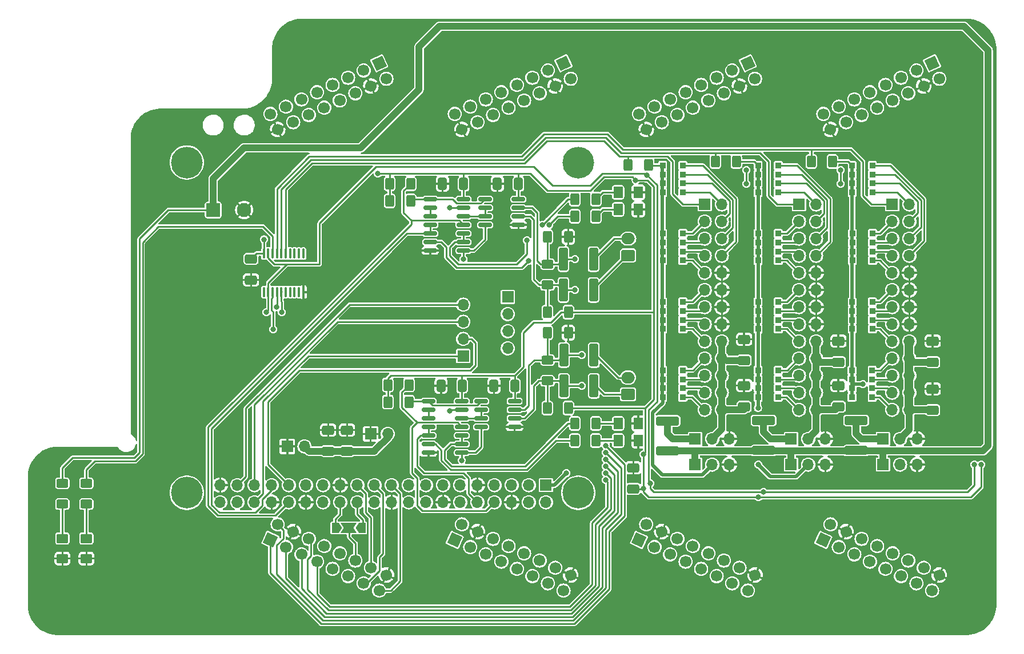
<source format=gbr>
%TF.GenerationSoftware,KiCad,Pcbnew,7.0.7*%
%TF.CreationDate,2023-10-13T23:08:25+02:00*%
%TF.ProjectId,LITEXCNC-HUB75HAT,4c495445-5843-44e4-932d-485542373548,rev?*%
%TF.SameCoordinates,Original*%
%TF.FileFunction,Copper,L1,Top*%
%TF.FilePolarity,Positive*%
%FSLAX46Y46*%
G04 Gerber Fmt 4.6, Leading zero omitted, Abs format (unit mm)*
G04 Created by KiCad (PCBNEW 7.0.7) date 2023-10-13 23:08:25*
%MOMM*%
%LPD*%
G01*
G04 APERTURE LIST*
G04 Aperture macros list*
%AMRoundRect*
0 Rectangle with rounded corners*
0 $1 Rounding radius*
0 $2 $3 $4 $5 $6 $7 $8 $9 X,Y pos of 4 corners*
0 Add a 4 corners polygon primitive as box body*
4,1,4,$2,$3,$4,$5,$6,$7,$8,$9,$2,$3,0*
0 Add four circle primitives for the rounded corners*
1,1,$1+$1,$2,$3*
1,1,$1+$1,$4,$5*
1,1,$1+$1,$6,$7*
1,1,$1+$1,$8,$9*
0 Add four rect primitives between the rounded corners*
20,1,$1+$1,$2,$3,$4,$5,0*
20,1,$1+$1,$4,$5,$6,$7,0*
20,1,$1+$1,$6,$7,$8,$9,0*
20,1,$1+$1,$8,$9,$2,$3,0*%
%AMHorizOval*
0 Thick line with rounded ends*
0 $1 width*
0 $2 $3 position (X,Y) of the first rounded end (center of the circle)*
0 $4 $5 position (X,Y) of the second rounded end (center of the circle)*
0 Add line between two ends*
20,1,$1,$2,$3,$4,$5,0*
0 Add two circle primitives to create the rounded ends*
1,1,$1,$2,$3*
1,1,$1,$4,$5*%
%AMRotRect*
0 Rectangle, with rotation*
0 The origin of the aperture is its center*
0 $1 length*
0 $2 width*
0 $3 Rotation angle, in degrees counterclockwise*
0 Add horizontal line*
21,1,$1,$2,0,0,$3*%
%AMFreePoly0*
4,1,6,1.000000,0.000000,0.500000,-0.750000,-0.500000,-0.750000,-0.500000,0.750000,0.500000,0.750000,1.000000,0.000000,1.000000,0.000000,$1*%
%AMFreePoly1*
4,1,7,0.700000,0.000000,1.200000,-0.750000,-1.200000,-0.750000,-0.700000,0.000000,-1.200000,0.750000,1.200000,0.750000,0.700000,0.000000,0.700000,0.000000,$1*%
G04 Aperture macros list end*
%TA.AperFunction,SMDPad,CuDef*%
%ADD10RoundRect,0.250001X0.462499X0.624999X-0.462499X0.624999X-0.462499X-0.624999X0.462499X-0.624999X0*%
%TD*%
%TA.AperFunction,ComponentPad*%
%ADD11O,2.000000X1.700000*%
%TD*%
%TA.AperFunction,ComponentPad*%
%ADD12RoundRect,0.250000X0.750000X-0.600000X0.750000X0.600000X-0.750000X0.600000X-0.750000X-0.600000X0*%
%TD*%
%TA.AperFunction,ComponentPad*%
%ADD13R,1.700000X1.700000*%
%TD*%
%TA.AperFunction,ComponentPad*%
%ADD14O,1.700000X1.700000*%
%TD*%
%TA.AperFunction,SMDPad,CuDef*%
%ADD15R,0.900000X0.900000*%
%TD*%
%TA.AperFunction,SMDPad,CuDef*%
%ADD16RoundRect,0.250000X-0.400000X-1.450000X0.400000X-1.450000X0.400000X1.450000X-0.400000X1.450000X0*%
%TD*%
%TA.AperFunction,SMDPad,CuDef*%
%ADD17RoundRect,0.250000X-0.625000X0.400000X-0.625000X-0.400000X0.625000X-0.400000X0.625000X0.400000X0*%
%TD*%
%TA.AperFunction,SMDPad,CuDef*%
%ADD18RoundRect,0.250000X1.450000X-0.400000X1.450000X0.400000X-1.450000X0.400000X-1.450000X-0.400000X0*%
%TD*%
%TA.AperFunction,SMDPad,CuDef*%
%ADD19RoundRect,0.250000X-0.400000X-0.625000X0.400000X-0.625000X0.400000X0.625000X-0.400000X0.625000X0*%
%TD*%
%TA.AperFunction,SMDPad,CuDef*%
%ADD20RoundRect,0.250000X0.412500X0.650000X-0.412500X0.650000X-0.412500X-0.650000X0.412500X-0.650000X0*%
%TD*%
%TA.AperFunction,SMDPad,CuDef*%
%ADD21RoundRect,0.250001X0.624999X-0.462499X0.624999X0.462499X-0.624999X0.462499X-0.624999X-0.462499X0*%
%TD*%
%TA.AperFunction,SMDPad,CuDef*%
%ADD22RoundRect,0.250000X0.400000X0.625000X-0.400000X0.625000X-0.400000X-0.625000X0.400000X-0.625000X0*%
%TD*%
%TA.AperFunction,SMDPad,CuDef*%
%ADD23RoundRect,0.250000X0.650000X-0.412500X0.650000X0.412500X-0.650000X0.412500X-0.650000X-0.412500X0*%
%TD*%
%TA.AperFunction,SMDPad,CuDef*%
%ADD24RoundRect,0.250000X-0.650000X0.412500X-0.650000X-0.412500X0.650000X-0.412500X0.650000X0.412500X0*%
%TD*%
%TA.AperFunction,SMDPad,CuDef*%
%ADD25RoundRect,0.250000X0.400000X1.450000X-0.400000X1.450000X-0.400000X-1.450000X0.400000X-1.450000X0*%
%TD*%
%TA.AperFunction,SMDPad,CuDef*%
%ADD26RoundRect,0.150000X-0.825000X-0.150000X0.825000X-0.150000X0.825000X0.150000X-0.825000X0.150000X0*%
%TD*%
%TA.AperFunction,SMDPad,CuDef*%
%ADD27FreePoly0,180.000000*%
%TD*%
%TA.AperFunction,SMDPad,CuDef*%
%ADD28FreePoly1,180.000000*%
%TD*%
%TA.AperFunction,SMDPad,CuDef*%
%ADD29FreePoly0,0.000000*%
%TD*%
%TA.AperFunction,ComponentPad*%
%ADD30C,3.100000*%
%TD*%
%TA.AperFunction,ConnectorPad*%
%ADD31C,4.700000*%
%TD*%
%TA.AperFunction,SMDPad,CuDef*%
%ADD32RoundRect,0.100000X0.100000X-0.637500X0.100000X0.637500X-0.100000X0.637500X-0.100000X-0.637500X0*%
%TD*%
%TA.AperFunction,ComponentPad*%
%ADD33RotRect,1.700000X1.700000X115.000000*%
%TD*%
%TA.AperFunction,ComponentPad*%
%ADD34HorizOval,1.700000X0.000000X0.000000X0.000000X0.000000X0*%
%TD*%
%TA.AperFunction,ComponentPad*%
%ADD35RotRect,1.700000X1.700000X245.000000*%
%TD*%
%TA.AperFunction,ComponentPad*%
%ADD36HorizOval,1.700000X0.000000X0.000000X0.000000X0.000000X0*%
%TD*%
%TA.AperFunction,ComponentPad*%
%ADD37RoundRect,0.250001X-0.799999X-0.799999X0.799999X-0.799999X0.799999X0.799999X-0.799999X0.799999X0*%
%TD*%
%TA.AperFunction,ComponentPad*%
%ADD38C,2.100000*%
%TD*%
%TA.AperFunction,ViaPad*%
%ADD39C,0.800000*%
%TD*%
%TA.AperFunction,Conductor*%
%ADD40C,1.000000*%
%TD*%
%TA.AperFunction,Conductor*%
%ADD41C,0.250000*%
%TD*%
%TA.AperFunction,Conductor*%
%ADD42C,0.500000*%
%TD*%
%TA.AperFunction,Conductor*%
%ADD43C,1.270000*%
%TD*%
G04 APERTURE END LIST*
D10*
%TO.P,TX,1,K*%
%TO.N,GND*%
X90447500Y65678000D03*
%TO.P,TX,2,A*%
%TO.N,Net-(D7-A)*%
X87472500Y65678000D03*
%TD*%
D11*
%TO.P,RS489-1,2,Pin_2*%
%TO.N,Net-(J21-Pin_2)*%
X88943000Y38206000D03*
D12*
%TO.P,RS489-1,1,Pin_1*%
%TO.N,Net-(J21-Pin_1)*%
X88943000Y35706000D03*
%TD*%
D11*
%TO.P,RS489-5,2,Pin_2*%
%TO.N,Net-(J20-Pin_2)*%
X88960000Y58820000D03*
D12*
%TO.P,RS489-5,1,Pin_1*%
%TO.N,Net-(J20-Pin_1)*%
X88960000Y56320000D03*
%TD*%
D13*
%TO.P,J17,1,Pin_1*%
%TO.N,+3.3V*%
X76768000Y22244000D03*
D14*
%TO.P,J17,2,Pin_2*%
%TO.N,+5V*%
X76768000Y19704000D03*
%TO.P,J17,3,Pin_3*%
%TO.N,unconnected-(J17-Pin_3-Pad3)*%
X74228000Y22244000D03*
%TO.P,J17,4,Pin_4*%
%TO.N,+5V*%
X74228000Y19704000D03*
%TO.P,J17,5,Pin_5*%
%TO.N,unconnected-(J17-Pin_5-Pad5)*%
X71688000Y22244000D03*
%TO.P,J17,6,Pin_6*%
%TO.N,GND*%
X71688000Y19704000D03*
%TO.P,J17,7,Pin_7*%
%TO.N,unconnected-(J17-Pin_7-Pad7)*%
X69148000Y22244000D03*
%TO.P,J17,8,Pin_8*%
%TO.N,TXD1*%
X69148000Y19704000D03*
%TO.P,J17,9,Pin_9*%
%TO.N,GND*%
X66608000Y22244000D03*
%TO.P,J17,10,Pin_10*%
%TO.N,RXD1*%
X66608000Y19704000D03*
%TO.P,J17,11,Pin_11*%
%TO.N,unconnected-(J17-Pin_11-Pad11)*%
X64068000Y22244000D03*
%TO.P,J17,12,Pin_12*%
%TO.N,unconnected-(J17-Pin_12-Pad12)*%
X64068000Y19704000D03*
%TO.P,J17,13,Pin_13*%
%TO.N,unconnected-(J17-Pin_13-Pad13)*%
X61528000Y22244000D03*
%TO.P,J17,14,Pin_14*%
%TO.N,GND*%
X61528000Y19704000D03*
%TO.P,J17,15,Pin_15*%
%TO.N,unconnected-(J17-Pin_15-Pad15)*%
X58988000Y22244000D03*
%TO.P,J17,16,Pin_16*%
%TO.N,unconnected-(J17-Pin_16-Pad16)*%
X58988000Y19704000D03*
%TO.P,J17,17,Pin_17*%
%TO.N,unconnected-(J17-Pin_17-Pad17)*%
X56448000Y22244000D03*
%TO.P,J17,18,Pin_18*%
%TO.N,unconnected-(J17-Pin_18-Pad18)*%
X56448000Y19704000D03*
%TO.P,J17,19,Pin_19*%
%TO.N,SPI_MOSI*%
X53908000Y22244000D03*
%TO.P,J17,20,Pin_20*%
%TO.N,GND*%
X53908000Y19704000D03*
%TO.P,J17,21,Pin_21*%
%TO.N,SPI_MISO*%
X51368000Y22244000D03*
%TO.P,J17,22,Pin_22*%
%TO.N,unconnected-(J17-Pin_22-Pad22)*%
X51368000Y19704000D03*
%TO.P,J17,23,Pin_23*%
%TO.N,SPI_CLCK*%
X48828000Y22244000D03*
%TO.P,J17,24,Pin_24*%
%TO.N,SPI_CE0*%
X48828000Y19704000D03*
%TO.P,J17,25,Pin_25*%
%TO.N,GND*%
X46288000Y22244000D03*
%TO.P,J17,26,Pin_26*%
%TO.N,SPI_CE1*%
X46288000Y19704000D03*
%TO.P,J17,27,Pin_27*%
%TO.N,unconnected-(J17-Pin_27-Pad27)*%
X43748000Y22244000D03*
%TO.P,J17,28,Pin_28*%
%TO.N,unconnected-(J17-Pin_28-Pad28)*%
X43748000Y19704000D03*
%TO.P,J17,29,Pin_29*%
%TO.N,unconnected-(J17-Pin_29-Pad29)*%
X41208000Y22244000D03*
%TO.P,J17,30,Pin_30*%
%TO.N,GND*%
X41208000Y19704000D03*
%TO.P,J17,31,Pin_31*%
%TO.N,/JTAG.TMS*%
X38668000Y22244000D03*
%TO.P,J17,32,Pin_32*%
%TO.N,TXD5*%
X38668000Y19704000D03*
%TO.P,J17,33,Pin_33*%
%TO.N,RXD5*%
X36128000Y22244000D03*
%TO.P,J17,34,Pin_34*%
%TO.N,GND*%
X36128000Y19704000D03*
%TO.P,J17,35,Pin_35*%
%TO.N,/JTAG.TDI*%
X33588000Y22244000D03*
%TO.P,J17,36,Pin_36*%
%TO.N,/JTAG.TCK*%
X33588000Y19704000D03*
%TO.P,J17,37,Pin_37*%
%TO.N,/JTAG.TDO*%
X31048000Y22244000D03*
%TO.P,J17,38,Pin_38*%
%TO.N,unconnected-(J17-Pin_38-Pad38)*%
X31048000Y19704000D03*
%TO.P,J17,39,Pin_39*%
%TO.N,GND*%
X28508000Y22244000D03*
%TO.P,J17,40,Pin_40*%
%TO.N,unconnected-(J17-Pin_40-Pad40)*%
X28508000Y19704000D03*
%TD*%
D15*
%TO.P,RN9,1,R1.1*%
%TO.N,Net-(JP6-C)*%
X94064000Y59575000D03*
%TO.P,RN9,2,R2.1*%
X94064000Y58235000D03*
%TO.P,RN9,3,R3.1*%
X94064000Y56915000D03*
%TO.P,RN9,4,R4.1*%
X94064000Y55575000D03*
%TO.P,RN9,5,R4.2*%
%TO.N,PORTC5*%
X97064000Y55575000D03*
%TO.P,RN9,6,R3.2*%
%TO.N,PORTC4*%
X97064000Y56915000D03*
%TO.P,RN9,7,R2.2*%
%TO.N,PORTC3*%
X97064000Y58235000D03*
%TO.P,RN9,8,R1.2*%
%TO.N,PORTC2*%
X97064000Y59575000D03*
%TD*%
D13*
%TO.P,J2,1,Pin_1*%
%TO.N,PORTB1*%
X114270000Y63900000D03*
D14*
%TO.P,J2,2,Pin_2*%
%TO.N,PORTB14*%
X116810000Y63900000D03*
%TO.P,J2,3,Pin_3*%
%TO.N,PORTB2*%
X114270000Y61360000D03*
%TO.P,J2,4,Pin_4*%
%TO.N,PORTB15*%
X116810000Y61360000D03*
%TO.P,J2,5,Pin_5*%
%TO.N,PORTB3*%
X114270000Y58820000D03*
%TO.P,J2,6,Pin_6*%
%TO.N,PORTB16*%
X116810000Y58820000D03*
%TO.P,J2,7,Pin_7*%
%TO.N,PORTB4*%
X114270000Y56280000D03*
%TO.P,J2,8,Pin_8*%
%TO.N,PORTB17*%
X116810000Y56280000D03*
%TO.P,J2,9,Pin_9*%
%TO.N,PORTB5*%
X114270000Y53740000D03*
%TO.P,J2,10,Pin_10*%
%TO.N,GND*%
X116810000Y53740000D03*
%TO.P,J2,11,Pin_11*%
%TO.N,PORTB6*%
X114270000Y51200000D03*
%TO.P,J2,12,Pin_12*%
%TO.N,GND*%
X116810000Y51200000D03*
%TO.P,J2,13,Pin_13*%
%TO.N,PORTB7*%
X114270000Y48660000D03*
%TO.P,J2,14,Pin_14*%
%TO.N,GND*%
X116810000Y48660000D03*
%TO.P,J2,15,Pin_15*%
%TO.N,PORTB8*%
X114270000Y46120000D03*
%TO.P,J2,16,Pin_16*%
%TO.N,GND*%
X116810000Y46120000D03*
%TO.P,J2,17,Pin_17*%
%TO.N,PORTB9*%
X114270000Y43580000D03*
%TO.P,J2,18,Pin_18*%
%TO.N,POWOPB*%
X116810000Y43580000D03*
%TO.P,J2,19,Pin_19*%
%TO.N,PORTB10*%
X114270000Y41040000D03*
%TO.P,J2,20,Pin_20*%
%TO.N,POWOPB*%
X116810000Y41040000D03*
%TO.P,J2,21,Pin_21*%
%TO.N,PORTB11*%
X114270000Y38500000D03*
%TO.P,J2,22,Pin_22*%
%TO.N,POWOPB*%
X116810000Y38500000D03*
%TO.P,J2,23,Pin_23*%
%TO.N,PORTB12*%
X114270000Y35960000D03*
%TO.P,J2,24,Pin_24*%
%TO.N,POWOPB*%
X116810000Y35960000D03*
%TO.P,J2,25,Pin_25*%
%TO.N,PORTB13*%
X114270000Y33420000D03*
%TO.P,J2,26,Pin_26*%
%TO.N,POWOPB*%
X116810000Y33420000D03*
%TD*%
D16*
%TO.P,F3,1*%
%TO.N,Net-(D11-A1)*%
X79430000Y41548000D03*
%TO.P,F3,2*%
%TO.N,Net-(J21-Pin_2)*%
X83880000Y41548000D03*
%TD*%
%TO.P,F1,1*%
%TO.N,Net-(D5-A1)*%
X79369000Y55772000D03*
%TO.P,F1,2*%
%TO.N,Net-(J20-Pin_2)*%
X83819000Y55772000D03*
%TD*%
D15*
%TO.P,RN11,1,R1.1*%
%TO.N,Net-(JP6-C)*%
X94064000Y39287000D03*
%TO.P,RN11,2,R2.1*%
X94064000Y37947000D03*
%TO.P,RN11,3,R3.1*%
X94064000Y36627000D03*
%TO.P,RN11,4,R4.1*%
X94064000Y35287000D03*
%TO.P,RN11,5,R4.2*%
%TO.N,PORTC13*%
X97064000Y35287000D03*
%TO.P,RN11,6,R3.2*%
%TO.N,PORTC12*%
X97064000Y36627000D03*
%TO.P,RN11,7,R2.2*%
%TO.N,PORTC11*%
X97064000Y37947000D03*
%TO.P,RN11,8,R1.2*%
%TO.N,PORTC10*%
X97064000Y39287000D03*
%TD*%
D17*
%TO.P,R11,1*%
%TO.N,Net-(D5-A1)*%
X77022000Y55036000D03*
%TO.P,R11,2*%
%TO.N,Net-(D5-A2)*%
X77022000Y51936000D03*
%TD*%
D18*
%TO.P,F7,1*%
%TO.N,+5V*%
X94802000Y27324000D03*
%TO.P,F7,2*%
%TO.N,Net-(JP3-A)*%
X94802000Y31774000D03*
%TD*%
D10*
%TO.P,TX,1,K*%
%TO.N,GND*%
X90447500Y31388000D03*
%TO.P,TX,2,A*%
%TO.N,Net-(D9-A)*%
X87472500Y31388000D03*
%TD*%
D15*
%TO.P,RN12,1,R1.1*%
%TO.N,Net-(JP6-C)*%
X94064000Y69678000D03*
%TO.P,RN12,2,R2.1*%
X94064000Y68338000D03*
%TO.P,RN12,3,R3.1*%
X94064000Y67018000D03*
%TO.P,RN12,4,R4.1*%
X94064000Y65678000D03*
%TO.P,RN12,5,R4.2*%
%TO.N,PORTC14*%
X97064000Y65678000D03*
%TO.P,RN12,6,R3.2*%
%TO.N,PORTC15*%
X97064000Y67018000D03*
%TO.P,RN12,7,R2.2*%
%TO.N,PORTC16*%
X97064000Y68338000D03*
%TO.P,RN12,8,R1.2*%
%TO.N,PORTC17*%
X97064000Y69678000D03*
%TD*%
D19*
%TO.P,R6,1*%
%TO.N,+3.3V*%
X53628000Y66948000D03*
%TO.P,R6,2*%
%TO.N,TXD5*%
X56728000Y66948000D03*
%TD*%
D20*
%TO.P,C13,1*%
%TO.N,+3.3V*%
X64360500Y36976000D03*
%TO.P,C13,2*%
%TO.N,GND*%
X61235500Y36976000D03*
%TD*%
D13*
%TO.P,JP6,1,A*%
%TO.N,+5V*%
X98866000Y25292000D03*
D14*
%TO.P,JP6,2,C*%
%TO.N,Net-(JP6-C)*%
X101406000Y25292000D03*
%TO.P,JP6,3,B*%
%TO.N,GND*%
X103946000Y25292000D03*
%TD*%
D20*
%TO.P,C14,1*%
%TO.N,+3.3V*%
X72196000Y36976000D03*
%TO.P,C14,2*%
%TO.N,GND*%
X69071000Y36976000D03*
%TD*%
D15*
%TO.P,RN3,1,R1.1*%
%TO.N,Net-(JP4-C)*%
X122122500Y39287000D03*
%TO.P,RN3,2,R2.1*%
X122122500Y37947000D03*
%TO.P,RN3,3,R3.1*%
X122122500Y36627000D03*
%TO.P,RN3,4,R4.1*%
X122122500Y35287000D03*
%TO.P,RN3,5,R4.2*%
%TO.N,PORTA13*%
X125122500Y35287000D03*
%TO.P,RN3,6,R3.2*%
%TO.N,PORTA12*%
X125122500Y36627000D03*
%TO.P,RN3,7,R2.2*%
%TO.N,PORTA11*%
X125122500Y37947000D03*
%TO.P,RN3,8,R1.2*%
%TO.N,PORTA10*%
X125122500Y39287000D03*
%TD*%
%TO.P,RN5,1,R1.1*%
%TO.N,Net-(JP5-C)*%
X108198000Y59575000D03*
%TO.P,RN5,2,R2.1*%
X108198000Y58235000D03*
%TO.P,RN5,3,R3.1*%
X108198000Y56915000D03*
%TO.P,RN5,4,R4.1*%
X108198000Y55575000D03*
%TO.P,RN5,5,R4.2*%
%TO.N,PORTB5*%
X111198000Y55575000D03*
%TO.P,RN5,6,R3.2*%
%TO.N,PORTB4*%
X111198000Y56915000D03*
%TO.P,RN5,7,R2.2*%
%TO.N,PORTB3*%
X111198000Y58235000D03*
%TO.P,RN5,8,R1.2*%
%TO.N,PORTB2*%
X111198000Y59575000D03*
%TD*%
D19*
%TO.P,R16,1*%
%TO.N,+3.3V*%
X53374000Y37103000D03*
%TO.P,R16,2*%
%TO.N,TXD1*%
X56474000Y37103000D03*
%TD*%
D21*
%TO.P,D1,1,K*%
%TO.N,GND*%
X5140000Y11358500D03*
%TO.P,D1,2,A*%
%TO.N,Net-(D1-A)*%
X5140000Y14333500D03*
%TD*%
D19*
%TO.P,R14,1*%
%TO.N,Net-(R14-Pad1)*%
X81060000Y28848000D03*
%TO.P,R14,2*%
%TO.N,Net-(D8-A)*%
X84160000Y28848000D03*
%TD*%
D10*
%TO.P,RX,1,K*%
%TO.N,GND*%
X90447500Y63138000D03*
%TO.P,RX,2,A*%
%TO.N,Net-(D6-A)*%
X87472500Y63138000D03*
%TD*%
D19*
%TO.P,R5,1*%
%TO.N,PORTC1*%
X88908000Y69742000D03*
%TO.P,R5,2*%
%TO.N,Net-(JP6-C)*%
X92008000Y69742000D03*
%TD*%
D22*
%TO.P,R19,1*%
%TO.N,+3.3V*%
X80096000Y33674000D03*
%TO.P,R19,2*%
%TO.N,Net-(D11-A2)*%
X76996000Y33674000D03*
%TD*%
D23*
%TO.P,C6,1*%
%TO.N,POWOPC*%
X106142000Y40747500D03*
%TO.P,C6,2*%
%TO.N,GND*%
X106142000Y43872500D03*
%TD*%
D24*
%TO.P,C8,1*%
%TO.N,GND*%
X44510000Y30410500D03*
%TO.P,C8,2*%
%TO.N,VDD*%
X44510000Y27285500D03*
%TD*%
D13*
%TO.P,JP4,1,A*%
%TO.N,+5V*%
X126716000Y25292000D03*
D14*
%TO.P,JP4,2,C*%
%TO.N,Net-(JP4-C)*%
X129256000Y25292000D03*
%TO.P,JP4,3,B*%
%TO.N,GND*%
X131796000Y25292000D03*
%TD*%
D23*
%TO.P,C1,1*%
%TO.N,POWOPA*%
X134082000Y40493500D03*
%TO.P,C1,2*%
%TO.N,GND*%
X134082000Y43618500D03*
%TD*%
%TO.P,C3,1*%
%TO.N,POWOPB*%
X120112000Y33889500D03*
%TO.P,C3,2*%
%TO.N,GND*%
X120112000Y37014500D03*
%TD*%
D15*
%TO.P,RN10,1,R1.1*%
%TO.N,Net-(JP6-C)*%
X94064000Y49415000D03*
%TO.P,RN10,2,R2.1*%
X94064000Y48075000D03*
%TO.P,RN10,3,R3.1*%
X94064000Y46755000D03*
%TO.P,RN10,4,R4.1*%
X94064000Y45415000D03*
%TO.P,RN10,5,R4.2*%
%TO.N,PORTC9*%
X97064000Y45415000D03*
%TO.P,RN10,6,R3.2*%
%TO.N,PORTC8*%
X97064000Y46755000D03*
%TO.P,RN10,7,R2.2*%
%TO.N,PORTC7*%
X97064000Y48075000D03*
%TO.P,RN10,8,R1.2*%
%TO.N,PORTC6*%
X97064000Y49415000D03*
%TD*%
D13*
%TO.P,JP1,1,A*%
%TO.N,Net-(JP1-A)*%
X126716000Y29102000D03*
D14*
%TO.P,JP1,2,C*%
%TO.N,POWOPA*%
X129256000Y29102000D03*
%TO.P,JP1,3,B*%
%TO.N,GND*%
X131796000Y29102000D03*
%TD*%
D15*
%TO.P,RN8,1,R1.1*%
%TO.N,Net-(JP5-C)*%
X108198000Y69678000D03*
%TO.P,RN8,2,R2.1*%
X108198000Y68338000D03*
%TO.P,RN8,3,R3.1*%
X108198000Y67018000D03*
%TO.P,RN8,4,R4.1*%
X108198000Y65678000D03*
%TO.P,RN8,5,R4.2*%
%TO.N,PORTB14*%
X111198000Y65678000D03*
%TO.P,RN8,6,R3.2*%
%TO.N,PORTB15*%
X111198000Y67018000D03*
%TO.P,RN8,7,R2.2*%
%TO.N,PORTB16*%
X111198000Y68338000D03*
%TO.P,RN8,8,R1.2*%
%TO.N,PORTB17*%
X111198000Y69678000D03*
%TD*%
D22*
%TO.P,R10,1*%
%TO.N,+3.3V*%
X80096000Y47898000D03*
%TO.P,R10,2*%
%TO.N,Net-(D5-A2)*%
X76996000Y47898000D03*
%TD*%
D24*
%TO.P,C7,1*%
%TO.N,GND*%
X47304000Y30410500D03*
%TO.P,C7,2*%
%TO.N,VDD*%
X47304000Y27285500D03*
%TD*%
D17*
%TO.P,R21,1*%
%TO.N,Net-(D11-A1)*%
X77022000Y40812000D03*
%TO.P,R21,2*%
%TO.N,Net-(D11-A2)*%
X77022000Y37712000D03*
%TD*%
D19*
%TO.P,R18,1*%
%TO.N,+3.3V*%
X53374000Y34563000D03*
%TO.P,R18,2*%
%TO.N,Net-(U12-RO)*%
X56474000Y34563000D03*
%TD*%
D21*
%TO.P,D2,1,K*%
%TO.N,GND*%
X8696000Y11358500D03*
%TO.P,D2,2,A*%
%TO.N,Net-(D2-A)*%
X8696000Y14333500D03*
%TD*%
D13*
%TO.P,JP3,1,A*%
%TO.N,Net-(JP3-A)*%
X98866000Y29102000D03*
D14*
%TO.P,JP3,2,C*%
%TO.N,POWOPC*%
X101406000Y29102000D03*
%TO.P,JP3,3,B*%
%TO.N,GND*%
X103946000Y29102000D03*
%TD*%
D25*
%TO.P,F4,1*%
%TO.N,Net-(J21-Pin_1)*%
X83880000Y36976000D03*
%TO.P,F4,2*%
%TO.N,Net-(D11-A2)*%
X79430000Y36976000D03*
%TD*%
D20*
%TO.P,C12,1*%
%TO.N,+3.3V*%
X72704000Y66948000D03*
%TO.P,C12,2*%
%TO.N,GND*%
X69579000Y66948000D03*
%TD*%
D26*
%TO.P,U9,1*%
%TO.N,Net-(U10-RO)*%
X59626000Y64662000D03*
%TO.P,U9,2*%
%TO.N,Net-(U9-Pad2)*%
X59626000Y63392000D03*
%TO.P,U9,3*%
X59626000Y62122000D03*
%TO.P,U9,4*%
%TO.N,RXD5*%
X59626000Y60852000D03*
%TO.P,U9,5*%
X59626000Y59582000D03*
%TO.P,U9,6*%
%TO.N,Net-(R12-Pad1)*%
X59626000Y58312000D03*
%TO.P,U9,7,GND*%
%TO.N,GND*%
X59626000Y57042000D03*
%TO.P,U9,8*%
%TO.N,Net-(D4-K)*%
X64576000Y57042000D03*
%TO.P,U9,9*%
%TO.N,Net-(R13-Pad1)*%
X64576000Y58312000D03*
%TO.P,U9,10*%
X64576000Y59582000D03*
%TO.P,U9,11*%
%TO.N,TXD5*%
X64576000Y60852000D03*
%TO.P,U9,12*%
%TO.N,Net-(U10-DE)*%
X64576000Y62122000D03*
%TO.P,U9,13*%
%TO.N,Net-(D4-A)*%
X64576000Y63392000D03*
%TO.P,U9,14,VCC*%
%TO.N,+3.3V*%
X64576000Y64662000D03*
%TD*%
D19*
%TO.P,R13,1*%
%TO.N,Net-(R13-Pad1)*%
X81060000Y64662000D03*
%TO.P,R13,2*%
%TO.N,Net-(D7-A)*%
X84160000Y64662000D03*
%TD*%
D27*
%TO.P,JP7,1,A*%
%TO.N,SPI_CE0*%
X49558000Y15894000D03*
D28*
%TO.P,JP7,2,C*%
%TO.N,SPI_CS*%
X47558000Y15894000D03*
D29*
%TO.P,JP7,3,B*%
%TO.N,SPI_CE1*%
X45558000Y15894000D03*
%TD*%
D25*
%TO.P,F2,1*%
%TO.N,Net-(J20-Pin_1)*%
X83819000Y51200000D03*
%TO.P,F2,2*%
%TO.N,Net-(D5-A2)*%
X79369000Y51200000D03*
%TD*%
D23*
%TO.P,C2,1*%
%TO.N,POWOPA*%
X134082000Y33381500D03*
%TO.P,C2,2*%
%TO.N,GND*%
X134082000Y36506500D03*
%TD*%
D26*
%TO.P,U11,1*%
%TO.N,Net-(U12-RO)*%
X59372000Y34690000D03*
%TO.P,U11,2*%
%TO.N,Net-(U11-Pad2)*%
X59372000Y33420000D03*
%TO.P,U11,3*%
X59372000Y32150000D03*
%TO.P,U11,4*%
%TO.N,RXD1*%
X59372000Y30880000D03*
%TO.P,U11,5*%
X59372000Y29610000D03*
%TO.P,U11,6*%
%TO.N,Net-(R14-Pad1)*%
X59372000Y28340000D03*
%TO.P,U11,7,GND*%
%TO.N,GND*%
X59372000Y27070000D03*
%TO.P,U11,8*%
%TO.N,Net-(D10-K)*%
X64322000Y27070000D03*
%TO.P,U11,9*%
%TO.N,Net-(R15-Pad1)*%
X64322000Y28340000D03*
%TO.P,U11,10*%
X64322000Y29610000D03*
%TO.P,U11,11*%
%TO.N,TXD1*%
X64322000Y30880000D03*
%TO.P,U11,12*%
%TO.N,Net-(U12-DE)*%
X64322000Y32150000D03*
%TO.P,U11,13*%
%TO.N,Net-(D10-A)*%
X64322000Y33420000D03*
%TO.P,U11,14,VCC*%
%TO.N,+3.3V*%
X64322000Y34690000D03*
%TD*%
D19*
%TO.P,R12,1*%
%TO.N,Net-(R12-Pad1)*%
X81060000Y62122000D03*
%TO.P,R12,2*%
%TO.N,Net-(D6-A)*%
X84160000Y62122000D03*
%TD*%
%TO.P,R7,1*%
%TO.N,+3.3V*%
X53628000Y64408000D03*
%TO.P,R7,2*%
%TO.N,Net-(U10-RO)*%
X56728000Y64408000D03*
%TD*%
D13*
%TO.P,JP5,1,A*%
%TO.N,+5V*%
X113090000Y25292000D03*
D14*
%TO.P,JP5,2,C*%
%TO.N,Net-(JP5-C)*%
X115630000Y25292000D03*
%TO.P,JP5,3,B*%
%TO.N,GND*%
X118170000Y25292000D03*
%TD*%
D30*
%TO.P,REF\u002A\u002A,1*%
%TO.N,N/C*%
X23560000Y70112000D03*
D31*
X23560000Y70112000D03*
%TD*%
D30*
%TO.P,REF\u002A\u002A,1*%
%TO.N,N/C*%
X81560000Y21112000D03*
D31*
X81560000Y21112000D03*
%TD*%
D24*
%TO.P,C18,1*%
%TO.N,+3.3V*%
X33080000Y55810500D03*
%TO.P,C18,2*%
%TO.N,GND*%
X33080000Y52685500D03*
%TD*%
D17*
%TO.P,R2,1*%
%TO.N,ENA-LED*%
X8696000Y22524000D03*
%TO.P,R2,2*%
%TO.N,Net-(D2-A)*%
X8696000Y19424000D03*
%TD*%
D18*
%TO.P,F5,1*%
%TO.N,+5V*%
X122742000Y27385000D03*
%TO.P,F5,2*%
%TO.N,Net-(JP1-A)*%
X122742000Y31835000D03*
%TD*%
D15*
%TO.P,RN6,1,R1.1*%
%TO.N,Net-(JP5-C)*%
X108198000Y49415000D03*
%TO.P,RN6,2,R2.1*%
X108198000Y48075000D03*
%TO.P,RN6,3,R3.1*%
X108198000Y46755000D03*
%TO.P,RN6,4,R4.1*%
X108198000Y45415000D03*
%TO.P,RN6,5,R4.2*%
%TO.N,PORTB9*%
X111198000Y45415000D03*
%TO.P,RN6,6,R3.2*%
%TO.N,PORTB8*%
X111198000Y46755000D03*
%TO.P,RN6,7,R2.2*%
%TO.N,PORTB7*%
X111198000Y48075000D03*
%TO.P,RN6,8,R1.2*%
%TO.N,PORTB6*%
X111198000Y49415000D03*
%TD*%
D23*
%TO.P,C17,1*%
%TO.N,+3.3V*%
X89722000Y21697500D03*
%TO.P,C17,2*%
%TO.N,GND*%
X89722000Y24822500D03*
%TD*%
D15*
%TO.P,RN7,1,R1.1*%
%TO.N,Net-(JP5-C)*%
X108198000Y39287000D03*
%TO.P,RN7,2,R2.1*%
X108198000Y37947000D03*
%TO.P,RN7,3,R3.1*%
X108198000Y36627000D03*
%TO.P,RN7,4,R4.1*%
X108198000Y35287000D03*
%TO.P,RN7,5,R4.2*%
%TO.N,PORTB13*%
X111198000Y35287000D03*
%TO.P,RN7,6,R3.2*%
%TO.N,PORTB12*%
X111198000Y36627000D03*
%TO.P,RN7,7,R2.2*%
%TO.N,PORTB11*%
X111198000Y37947000D03*
%TO.P,RN7,8,R1.2*%
%TO.N,PORTB10*%
X111198000Y39287000D03*
%TD*%
%TO.P,RN4,1,R1.1*%
%TO.N,Net-(JP4-C)*%
X122144000Y69678000D03*
%TO.P,RN4,2,R2.1*%
X122144000Y68338000D03*
%TO.P,RN4,3,R3.1*%
X122144000Y67018000D03*
%TO.P,RN4,4,R4.1*%
X122144000Y65678000D03*
%TO.P,RN4,5,R4.2*%
%TO.N,PORTA14*%
X125144000Y65678000D03*
%TO.P,RN4,6,R3.2*%
%TO.N,PORTA15*%
X125144000Y67018000D03*
%TO.P,RN4,7,R2.2*%
%TO.N,PORTA16*%
X125144000Y68338000D03*
%TO.P,RN4,8,R1.2*%
%TO.N,PORTA17*%
X125144000Y69678000D03*
%TD*%
D30*
%TO.P,REF\u002A\u002A,1*%
%TO.N,N/C*%
X23560000Y21112000D03*
D31*
X23560000Y21112000D03*
%TD*%
D19*
%TO.P,R15,1*%
%TO.N,Net-(R15-Pad1)*%
X81060000Y31388000D03*
%TO.P,R15,2*%
%TO.N,Net-(D9-A)*%
X84160000Y31388000D03*
%TD*%
D13*
%TO.P,JP2,1,A*%
%TO.N,Net-(JP2-A)*%
X113090000Y29102000D03*
D14*
%TO.P,JP2,2,C*%
%TO.N,POWOPB*%
X115630000Y29102000D03*
%TO.P,JP2,3,B*%
%TO.N,GND*%
X118170000Y29102000D03*
%TD*%
D18*
%TO.P,F6,1*%
%TO.N,+5V*%
X109026000Y27385000D03*
%TO.P,F6,2*%
%TO.N,Net-(JP2-A)*%
X109026000Y31835000D03*
%TD*%
D19*
%TO.P,R3,1*%
%TO.N,PORTA1*%
X116112000Y70250000D03*
%TO.P,R3,2*%
%TO.N,Net-(JP4-C)*%
X119212000Y70250000D03*
%TD*%
D15*
%TO.P,RN1,1,R1.1*%
%TO.N,Net-(JP4-C)*%
X122170500Y59575000D03*
%TO.P,RN1,2,R2.1*%
X122170500Y58235000D03*
%TO.P,RN1,3,R3.1*%
X122170500Y56915000D03*
%TO.P,RN1,4,R4.1*%
X122170500Y55575000D03*
%TO.P,RN1,5,R4.2*%
%TO.N,PORTA5*%
X125170500Y55575000D03*
%TO.P,RN1,6,R3.2*%
%TO.N,PORTA4*%
X125170500Y56915000D03*
%TO.P,RN1,7,R2.2*%
%TO.N,PORTA3*%
X125170500Y58235000D03*
%TO.P,RN1,8,R1.2*%
%TO.N,PORTA2*%
X125170500Y59575000D03*
%TD*%
D17*
%TO.P,R1,1*%
%TO.N,+5V*%
X5140000Y22524000D03*
%TO.P,R1,2*%
%TO.N,Net-(D1-A)*%
X5140000Y19424000D03*
%TD*%
D13*
%TO.P,J3,1,Pin_1*%
%TO.N,PORTC1*%
X100300000Y63900000D03*
D14*
%TO.P,J3,2,Pin_2*%
%TO.N,PORTC14*%
X102840000Y63900000D03*
%TO.P,J3,3,Pin_3*%
%TO.N,PORTC2*%
X100300000Y61360000D03*
%TO.P,J3,4,Pin_4*%
%TO.N,PORTC15*%
X102840000Y61360000D03*
%TO.P,J3,5,Pin_5*%
%TO.N,PORTC3*%
X100300000Y58820000D03*
%TO.P,J3,6,Pin_6*%
%TO.N,PORTC16*%
X102840000Y58820000D03*
%TO.P,J3,7,Pin_7*%
%TO.N,PORTC4*%
X100300000Y56280000D03*
%TO.P,J3,8,Pin_8*%
%TO.N,PORTC17*%
X102840000Y56280000D03*
%TO.P,J3,9,Pin_9*%
%TO.N,PORTC5*%
X100300000Y53740000D03*
%TO.P,J3,10,Pin_10*%
%TO.N,GND*%
X102840000Y53740000D03*
%TO.P,J3,11,Pin_11*%
%TO.N,PORTC6*%
X100300000Y51200000D03*
%TO.P,J3,12,Pin_12*%
%TO.N,GND*%
X102840000Y51200000D03*
%TO.P,J3,13,Pin_13*%
%TO.N,PORTC7*%
X100300000Y48660000D03*
%TO.P,J3,14,Pin_14*%
%TO.N,GND*%
X102840000Y48660000D03*
%TO.P,J3,15,Pin_15*%
%TO.N,PORTC8*%
X100300000Y46120000D03*
%TO.P,J3,16,Pin_16*%
%TO.N,GND*%
X102840000Y46120000D03*
%TO.P,J3,17,Pin_17*%
%TO.N,PORTC9*%
X100300000Y43580000D03*
%TO.P,J3,18,Pin_18*%
%TO.N,POWOPC*%
X102840000Y43580000D03*
%TO.P,J3,19,Pin_19*%
%TO.N,PORTC10*%
X100300000Y41040000D03*
%TO.P,J3,20,Pin_20*%
%TO.N,POWOPC*%
X102840000Y41040000D03*
%TO.P,J3,21,Pin_21*%
%TO.N,PORTC11*%
X100300000Y38500000D03*
%TO.P,J3,22,Pin_22*%
%TO.N,POWOPC*%
X102840000Y38500000D03*
%TO.P,J3,23,Pin_23*%
%TO.N,PORTC12*%
X100300000Y35960000D03*
%TO.P,J3,24,Pin_24*%
%TO.N,POWOPC*%
X102840000Y35960000D03*
%TO.P,J3,25,Pin_25*%
%TO.N,PORTC13*%
X100300000Y33420000D03*
%TO.P,J3,26,Pin_26*%
%TO.N,POWOPC*%
X102840000Y33420000D03*
%TD*%
D23*
%TO.P,C5,1*%
%TO.N,POWOPC*%
X106142000Y33889500D03*
%TO.P,C5,2*%
%TO.N,GND*%
X106142000Y37014500D03*
%TD*%
D30*
%TO.P,REF\u002A\u002A,1*%
%TO.N,N/C*%
X81560000Y70112000D03*
D31*
X81560000Y70112000D03*
%TD*%
D23*
%TO.P,C4,1*%
%TO.N,POWOPB*%
X120112000Y40493500D03*
%TO.P,C4,2*%
%TO.N,GND*%
X120112000Y43618500D03*
%TD*%
D19*
%TO.P,R9,1*%
%TO.N,Net-(D5-A1)*%
X76996000Y59074000D03*
%TO.P,R9,2*%
%TO.N,GND*%
X80096000Y59074000D03*
%TD*%
D14*
%TO.P,J1,26,Pin_26*%
%TO.N,POWOPA*%
X130616000Y33420000D03*
%TO.P,J1,25,Pin_25*%
%TO.N,PORTA13*%
X128076000Y33420000D03*
%TO.P,J1,24,Pin_24*%
%TO.N,POWOPA*%
X130616000Y35960000D03*
%TO.P,J1,23,Pin_23*%
%TO.N,PORTA12*%
X128076000Y35960000D03*
%TO.P,J1,22,Pin_22*%
%TO.N,POWOPA*%
X130616000Y38500000D03*
%TO.P,J1,21,Pin_21*%
%TO.N,PORTA11*%
X128076000Y38500000D03*
%TO.P,J1,20,Pin_20*%
%TO.N,POWOPA*%
X130616000Y41040000D03*
%TO.P,J1,19,Pin_19*%
%TO.N,PORTA10*%
X128076000Y41040000D03*
%TO.P,J1,18,Pin_18*%
%TO.N,POWOPA*%
X130616000Y43580000D03*
%TO.P,J1,17,Pin_17*%
%TO.N,PORTA9*%
X128076000Y43580000D03*
%TO.P,J1,16,Pin_16*%
%TO.N,GND*%
X130616000Y46120000D03*
%TO.P,J1,15,Pin_15*%
%TO.N,PORTA8*%
X128076000Y46120000D03*
%TO.P,J1,14,Pin_14*%
%TO.N,GND*%
X130616000Y48660000D03*
%TO.P,J1,13,Pin_13*%
%TO.N,PORTA7*%
X128076000Y48660000D03*
%TO.P,J1,12,Pin_12*%
%TO.N,GND*%
X130616000Y51200000D03*
%TO.P,J1,11,Pin_11*%
%TO.N,PORTA6*%
X128076000Y51200000D03*
%TO.P,J1,10,Pin_10*%
%TO.N,GND*%
X130616000Y53740000D03*
%TO.P,J1,9,Pin_9*%
%TO.N,PORTA5*%
X128076000Y53740000D03*
%TO.P,J1,8,Pin_8*%
%TO.N,PORTA17*%
X130616000Y56280000D03*
%TO.P,J1,7,Pin_7*%
%TO.N,PORTA4*%
X128076000Y56280000D03*
%TO.P,J1,6,Pin_6*%
%TO.N,PORTA16*%
X130616000Y58820000D03*
%TO.P,J1,5,Pin_5*%
%TO.N,PORTA3*%
X128076000Y58820000D03*
%TO.P,J1,4,Pin_4*%
%TO.N,PORTA15*%
X130616000Y61360000D03*
%TO.P,J1,3,Pin_3*%
%TO.N,PORTA2*%
X128076000Y61360000D03*
%TO.P,J1,2,Pin_2*%
%TO.N,PORTA14*%
X130616000Y63900000D03*
D13*
%TO.P,J1,1,Pin_1*%
%TO.N,PORTA1*%
X128076000Y63900000D03*
%TD*%
D10*
%TO.P,RX,1,K*%
%TO.N,GND*%
X90447500Y28848000D03*
%TO.P,RX,2,A*%
%TO.N,Net-(D8-A)*%
X87472500Y28848000D03*
%TD*%
D19*
%TO.P,R4,1*%
%TO.N,PORTB1*%
X101888000Y70250000D03*
%TO.P,R4,2*%
%TO.N,Net-(JP5-C)*%
X104988000Y70250000D03*
%TD*%
%TO.P,R20,1*%
%TO.N,Net-(D11-A1)*%
X76996000Y44850000D03*
%TO.P,R20,2*%
%TO.N,GND*%
X80096000Y44850000D03*
%TD*%
D26*
%TO.P,U12,1,RO*%
%TO.N,Net-(U12-RO)*%
X67181000Y34690000D03*
%TO.P,U12,2,~{RE}*%
%TO.N,Net-(U12-DE)*%
X67181000Y33420000D03*
%TO.P,U12,3,DE*%
X67181000Y32150000D03*
%TO.P,U12,4,DI*%
%TO.N,Net-(D10-K)*%
X67181000Y30880000D03*
%TO.P,U12,5,GND*%
%TO.N,GND*%
X72131000Y30880000D03*
%TO.P,U12,6,A*%
%TO.N,Net-(D11-A2)*%
X72131000Y32150000D03*
%TO.P,U12,7,B*%
%TO.N,Net-(D11-A1)*%
X72131000Y33420000D03*
%TO.P,U12,8,VCC*%
%TO.N,+3.3V*%
X72131000Y34690000D03*
%TD*%
D32*
%TO.P,U8,1,NC*%
%TO.N,unconnected-(U8-NC-Pad1)*%
X34981000Y50877500D03*
%TO.P,U8,2,A0*%
%TO.N,ENA*%
X35631000Y50877500D03*
%TO.P,U8,3,A1*%
%TO.N,J4:7*%
X36281000Y50877500D03*
%TO.P,U8,4,A2*%
%TO.N,J4:8*%
X36931000Y50877500D03*
%TO.P,U8,5,A3*%
%TO.N,J4:9*%
X37581000Y50877500D03*
%TO.P,U8,6,A4*%
%TO.N,unconnected-(U8-A4-Pad6)*%
X38231000Y50877500D03*
%TO.P,U8,7,A5*%
%TO.N,unconnected-(U8-A5-Pad7)*%
X38881000Y50877500D03*
%TO.P,U8,8,A6*%
%TO.N,unconnected-(U8-A6-Pad8)*%
X39531000Y50877500D03*
%TO.P,U8,9,A7*%
%TO.N,unconnected-(U8-A7-Pad9)*%
X40181000Y50877500D03*
%TO.P,U8,10,GND*%
%TO.N,GND*%
X40831000Y50877500D03*
%TO.P,U8,11,B7*%
%TO.N,unconnected-(U8-B7-Pad11)*%
X40831000Y56602500D03*
%TO.P,U8,12,B6*%
%TO.N,unconnected-(U8-B6-Pad12)*%
X40181000Y56602500D03*
%TO.P,U8,13,B5*%
%TO.N,unconnected-(U8-B5-Pad13)*%
X39531000Y56602500D03*
%TO.P,U8,14,B4*%
%TO.N,unconnected-(U8-B4-Pad14)*%
X38881000Y56602500D03*
%TO.P,U8,15,B3*%
%TO.N,PORTC1*%
X38231000Y56602500D03*
%TO.P,U8,16,B2*%
%TO.N,PORTB1*%
X37581000Y56602500D03*
%TO.P,U8,17,B1*%
%TO.N,PORTA1*%
X36931000Y56602500D03*
%TO.P,U8,18,B0*%
%TO.N,ENA-LED*%
X36281000Y56602500D03*
%TO.P,U8,19,CE*%
%TO.N,ENA*%
X35631000Y56602500D03*
%TO.P,U8,20,VCC*%
%TO.N,+3.3V*%
X34981000Y56602500D03*
%TD*%
D15*
%TO.P,RN2,1,R1.1*%
%TO.N,Net-(JP4-C)*%
X122146500Y49415000D03*
%TO.P,RN2,2,R2.1*%
X122146500Y48075000D03*
%TO.P,RN2,3,R3.1*%
X122146500Y46755000D03*
%TO.P,RN2,4,R4.1*%
X122146500Y45415000D03*
%TO.P,RN2,5,R4.2*%
%TO.N,PORTA9*%
X125146500Y45415000D03*
%TO.P,RN2,6,R3.2*%
%TO.N,PORTA8*%
X125146500Y46755000D03*
%TO.P,RN2,7,R2.2*%
%TO.N,PORTA7*%
X125146500Y48075000D03*
%TO.P,RN2,8,R1.2*%
%TO.N,PORTA6*%
X125146500Y49415000D03*
%TD*%
D20*
%TO.P,C11,1*%
%TO.N,+3.3V*%
X64576000Y66948000D03*
%TO.P,C11,2*%
%TO.N,GND*%
X61451000Y66948000D03*
%TD*%
D26*
%TO.P,U10,1,RO*%
%TO.N,Net-(U10-RO)*%
X67754000Y64662000D03*
%TO.P,U10,2,~{RE}*%
%TO.N,Net-(U10-DE)*%
X67754000Y63392000D03*
%TO.P,U10,3,DE*%
X67754000Y62122000D03*
%TO.P,U10,4,DI*%
%TO.N,Net-(D4-K)*%
X67754000Y60852000D03*
%TO.P,U10,5,GND*%
%TO.N,GND*%
X72704000Y60852000D03*
%TO.P,U10,6,A*%
%TO.N,Net-(D5-A2)*%
X72704000Y62122000D03*
%TO.P,U10,7,B*%
%TO.N,Net-(D5-A1)*%
X72704000Y63392000D03*
%TO.P,U10,8,VCC*%
%TO.N,+3.3V*%
X72704000Y64662000D03*
%TD*%
D13*
%TO.P,J14,1,Pin_1*%
%TO.N,GND*%
X38460000Y28000000D03*
D14*
%TO.P,J14,2,Pin_2*%
%TO.N,VDD*%
X41000000Y28000000D03*
%TD*%
D13*
%TO.P,J8,1,Pin_1*%
%TO.N,/JTAG.TCK*%
X71120000Y50165000D03*
D14*
%TO.P,J8,2,Pin_2*%
%TO.N,/JTAG.TMS*%
X71120000Y47625000D03*
%TO.P,J8,3,Pin_3*%
%TO.N,/JTAG.TDI*%
X71120000Y45085000D03*
%TO.P,J8,4,Pin_4*%
%TO.N,/JTAG.TDO*%
X71120000Y42545000D03*
%TD*%
D33*
%TO.P,J4,1,Pin_1*%
%TO.N,J5:0*%
X52070000Y84836000D03*
D34*
%TO.P,J4,2,Pin_2*%
%TO.N,J5:1*%
X53143450Y82533978D03*
%TO.P,J4,3,Pin_3*%
%TO.N,J5:2*%
X49767978Y83762550D03*
%TO.P,J4,4,Pin_4*%
%TO.N,GND*%
X50841429Y81460528D03*
%TO.P,J4,5,Pin_5*%
%TO.N,J5:4*%
X47465956Y82689099D03*
%TO.P,J4,6,Pin_6*%
%TO.N,J5:5*%
X48539407Y80387077D03*
%TO.P,J4,7,Pin_7*%
%TO.N,J5:6*%
X45163935Y81615649D03*
%TO.P,J4,8,Pin_8*%
%TO.N,unconnected-(J4-Pin_8-Pad8)*%
X46237385Y79313627D03*
%TO.P,J4,9,Pin_9*%
%TO.N,unconnected-(J4-Pin_9-Pad9)*%
X42861913Y80542198D03*
%TO.P,J4,10,Pin_10*%
%TO.N,unconnected-(J4-Pin_10-Pad10)*%
X43935363Y78240177D03*
%TO.P,J4,11,Pin_11*%
%TO.N,unconnected-(J4-Pin_11-Pad11)*%
X40559891Y79468748D03*
%TO.P,J4,12,Pin_12*%
%TO.N,unconnected-(J4-Pin_12-Pad12)*%
X41633341Y77166726D03*
%TO.P,J4,13,Pin_13*%
%TO.N,unconnected-(J4-Pin_13-Pad13)*%
X38257869Y78395298D03*
%TO.P,J4,14,Pin_14*%
%TO.N,unconnected-(J4-Pin_14-Pad14)*%
X39331320Y76093276D03*
%TO.P,J4,15,Pin_15*%
%TO.N,unconnected-(J4-Pin_15-Pad15)*%
X35955848Y77321847D03*
%TO.P,J4,16,Pin_16*%
%TO.N,GND*%
X37029298Y75019826D03*
%TD*%
D13*
%TO.P,J13,1,Pin_1*%
%TO.N,GND*%
X50800000Y29845000D03*
D14*
%TO.P,J13,2,Pin_2*%
%TO.N,VDD*%
X53340000Y29845000D03*
%TD*%
D35*
%TO.P,J12,1,Pin_1*%
%TO.N,J2:0*%
X90565848Y14118153D03*
D36*
%TO.P,J12,2,Pin_2*%
%TO.N,J2:1*%
X91639298Y16420175D03*
%TO.P,J12,3,Pin_3*%
%TO.N,J2:2*%
X92867870Y13044703D03*
%TO.P,J12,4,Pin_4*%
%TO.N,GND*%
X93941320Y15346724D03*
%TO.P,J12,5,Pin_5*%
%TO.N,J2:4*%
X95169892Y11971252D03*
%TO.P,J12,6,Pin_6*%
%TO.N,J2:5*%
X96243342Y14273274D03*
%TO.P,J12,7,Pin_7*%
%TO.N,J2:6*%
X97471913Y10897802D03*
%TO.P,J12,8,Pin_8*%
%TO.N,unconnected-(J12-Pin_8-Pad8)*%
X98545364Y13199824D03*
%TO.P,J12,9,Pin_9*%
%TO.N,unconnected-(J12-Pin_9-Pad9)*%
X99773935Y9824351D03*
%TO.P,J12,10,Pin_10*%
%TO.N,unconnected-(J12-Pin_10-Pad10)*%
X100847386Y12126373D03*
%TO.P,J12,11,Pin_11*%
%TO.N,unconnected-(J12-Pin_11-Pad11)*%
X102075957Y8750901D03*
%TO.P,J12,12,Pin_12*%
%TO.N,unconnected-(J12-Pin_12-Pad12)*%
X103149407Y11052923D03*
%TO.P,J12,13,Pin_13*%
%TO.N,unconnected-(J12-Pin_13-Pad13)*%
X104377979Y7677451D03*
%TO.P,J12,14,Pin_14*%
%TO.N,unconnected-(J12-Pin_14-Pad14)*%
X105451429Y9979472D03*
%TO.P,J12,15,Pin_15*%
%TO.N,unconnected-(J12-Pin_15-Pad15)*%
X106680000Y6604000D03*
%TO.P,J12,16,Pin_16*%
%TO.N,GND*%
X107753451Y8906022D03*
%TD*%
D35*
%TO.P,J11,1,Pin_1*%
%TO.N,J1:0*%
X117870848Y14118153D03*
D36*
%TO.P,J11,2,Pin_2*%
%TO.N,J1:1*%
X118944298Y16420175D03*
%TO.P,J11,3,Pin_3*%
%TO.N,J1:2*%
X120172870Y13044703D03*
%TO.P,J11,4,Pin_4*%
%TO.N,GND*%
X121246320Y15346724D03*
%TO.P,J11,5,Pin_5*%
%TO.N,J1:4*%
X122474892Y11971252D03*
%TO.P,J11,6,Pin_6*%
%TO.N,J1:5*%
X123548342Y14273274D03*
%TO.P,J11,7,Pin_7*%
%TO.N,J1:6*%
X124776913Y10897802D03*
%TO.P,J11,8,Pin_8*%
%TO.N,unconnected-(J11-Pin_8-Pad8)*%
X125850364Y13199824D03*
%TO.P,J11,9,Pin_9*%
%TO.N,unconnected-(J11-Pin_9-Pad9)*%
X127078935Y9824351D03*
%TO.P,J11,10,Pin_10*%
%TO.N,unconnected-(J11-Pin_10-Pad10)*%
X128152386Y12126373D03*
%TO.P,J11,11,Pin_11*%
%TO.N,unconnected-(J11-Pin_11-Pad11)*%
X129380957Y8750901D03*
%TO.P,J11,12,Pin_12*%
%TO.N,unconnected-(J11-Pin_12-Pad12)*%
X130454407Y11052923D03*
%TO.P,J11,13,Pin_13*%
%TO.N,unconnected-(J11-Pin_13-Pad13)*%
X131682979Y7677451D03*
%TO.P,J11,14,Pin_14*%
%TO.N,unconnected-(J11-Pin_14-Pad14)*%
X132756429Y9979472D03*
%TO.P,J11,15,Pin_15*%
%TO.N,unconnected-(J11-Pin_15-Pad15)*%
X133985000Y6604000D03*
%TO.P,J11,16,Pin_16*%
%TO.N,GND*%
X135058451Y8906022D03*
%TD*%
D33*
%TO.P,J6,1,Pin_1*%
%TO.N,J7:0*%
X106680000Y84836000D03*
D34*
%TO.P,J6,2,Pin_2*%
%TO.N,J7:1*%
X107753450Y82533978D03*
%TO.P,J6,3,Pin_3*%
%TO.N,J7:2*%
X104377978Y83762550D03*
%TO.P,J6,4,Pin_4*%
%TO.N,GND*%
X105451429Y81460528D03*
%TO.P,J6,5,Pin_5*%
%TO.N,J7:4*%
X102075956Y82689099D03*
%TO.P,J6,6,Pin_6*%
%TO.N,J7:5*%
X103149407Y80387077D03*
%TO.P,J6,7,Pin_7*%
%TO.N,J7:6*%
X99773935Y81615649D03*
%TO.P,J6,8,Pin_8*%
%TO.N,unconnected-(J6-Pin_8-Pad8)*%
X100847385Y79313627D03*
%TO.P,J6,9,Pin_9*%
%TO.N,unconnected-(J6-Pin_9-Pad9)*%
X97471913Y80542198D03*
%TO.P,J6,10,Pin_10*%
%TO.N,unconnected-(J6-Pin_10-Pad10)*%
X98545363Y78240177D03*
%TO.P,J6,11,Pin_11*%
%TO.N,unconnected-(J6-Pin_11-Pad11)*%
X95169891Y79468748D03*
%TO.P,J6,12,Pin_12*%
%TO.N,unconnected-(J6-Pin_12-Pad12)*%
X96243341Y77166726D03*
%TO.P,J6,13,Pin_13*%
%TO.N,unconnected-(J6-Pin_13-Pad13)*%
X92867869Y78395298D03*
%TO.P,J6,14,Pin_14*%
%TO.N,unconnected-(J6-Pin_14-Pad14)*%
X93941320Y76093276D03*
%TO.P,J6,15,Pin_15*%
%TO.N,unconnected-(J6-Pin_15-Pad15)*%
X90565848Y77321847D03*
%TO.P,J6,16,Pin_16*%
%TO.N,GND*%
X91639298Y75019826D03*
%TD*%
D35*
%TO.P,J15,1,Pin_1*%
%TO.N,J3:0*%
X63260848Y14118153D03*
D36*
%TO.P,J15,2,Pin_2*%
%TO.N,J3:1*%
X64334298Y16420175D03*
%TO.P,J15,3,Pin_3*%
%TO.N,J3:2*%
X65562870Y13044703D03*
%TO.P,J15,4,Pin_4*%
%TO.N,GND*%
X66636320Y15346724D03*
%TO.P,J15,5,Pin_5*%
%TO.N,J3:4*%
X67864892Y11971252D03*
%TO.P,J15,6,Pin_6*%
%TO.N,J3:5*%
X68938342Y14273274D03*
%TO.P,J15,7,Pin_7*%
%TO.N,J3:6*%
X70166913Y10897802D03*
%TO.P,J15,8,Pin_8*%
%TO.N,unconnected-(J15-Pin_8-Pad8)*%
X71240364Y13199824D03*
%TO.P,J15,9,Pin_9*%
%TO.N,unconnected-(J15-Pin_9-Pad9)*%
X72468935Y9824351D03*
%TO.P,J15,10,Pin_10*%
%TO.N,unconnected-(J15-Pin_10-Pad10)*%
X73542386Y12126373D03*
%TO.P,J15,11,Pin_11*%
%TO.N,unconnected-(J15-Pin_11-Pad11)*%
X74770957Y8750901D03*
%TO.P,J15,12,Pin_12*%
%TO.N,unconnected-(J15-Pin_12-Pad12)*%
X75844407Y11052923D03*
%TO.P,J15,13,Pin_13*%
%TO.N,unconnected-(J15-Pin_13-Pad13)*%
X77072979Y7677451D03*
%TO.P,J15,14,Pin_14*%
%TO.N,unconnected-(J15-Pin_14-Pad14)*%
X78146429Y9979472D03*
%TO.P,J15,15,Pin_15*%
%TO.N,unconnected-(J15-Pin_15-Pad15)*%
X79375000Y6604000D03*
%TO.P,J15,16,Pin_16*%
%TO.N,GND*%
X80448451Y8906022D03*
%TD*%
D13*
%TO.P,J7,1,Pin_1*%
%TO.N,/JTAG.TCK*%
X64516000Y41402000D03*
D14*
%TO.P,J7,2,Pin_2*%
%TO.N,/JTAG.TMS*%
X64516000Y43942000D03*
%TO.P,J7,3,Pin_3*%
%TO.N,/JTAG.TDI*%
X64516000Y46482000D03*
%TO.P,J7,4,Pin_4*%
%TO.N,/JTAG.TDO*%
X64516000Y49022000D03*
%TD*%
D35*
%TO.P,J16,1,Pin_1*%
%TO.N,J4:0*%
X35955848Y14118153D03*
D36*
%TO.P,J16,2,Pin_2*%
%TO.N,J4:1*%
X37029298Y16420175D03*
%TO.P,J16,3,Pin_3*%
%TO.N,J4:2*%
X38257870Y13044703D03*
%TO.P,J16,4,Pin_4*%
%TO.N,GND*%
X39331320Y15346724D03*
%TO.P,J16,5,Pin_5*%
%TO.N,J4:4*%
X40559892Y11971252D03*
%TO.P,J16,6,Pin_6*%
%TO.N,J4:5*%
X41633342Y14273274D03*
%TO.P,J16,7,Pin_7*%
%TO.N,J4:6*%
X42861913Y10897802D03*
%TO.P,J16,8,Pin_8*%
%TO.N,J4:7*%
X43935364Y13199824D03*
%TO.P,J16,9,Pin_9*%
%TO.N,J4:8*%
X45163935Y9824351D03*
%TO.P,J16,10,Pin_10*%
%TO.N,J4:9*%
X46237386Y12126373D03*
%TO.P,J16,11,Pin_11*%
%TO.N,ENA*%
X47465957Y8750901D03*
%TO.P,J16,12,Pin_12*%
%TO.N,SPI_CS*%
X48539407Y11052923D03*
%TO.P,J16,13,Pin_13*%
%TO.N,SPI_MISO*%
X49767979Y7677451D03*
%TO.P,J16,14,Pin_14*%
%TO.N,SPI_CLCK*%
X50841429Y9979472D03*
%TO.P,J16,15,Pin_15*%
%TO.N,SPI_MOSI*%
X52070000Y6604000D03*
%TO.P,J16,16,Pin_16*%
%TO.N,GND*%
X53143451Y8906022D03*
%TD*%
D37*
%TO.P,J10,1,Pin_1*%
%TO.N,+5V*%
X27478000Y63063000D03*
D38*
%TO.P,J10,2,Pin_2*%
%TO.N,GND*%
X32078000Y63063000D03*
%TD*%
D33*
%TO.P,J5,1,Pin_1*%
%TO.N,J6:0*%
X79375000Y84836000D03*
D34*
%TO.P,J5,2,Pin_2*%
%TO.N,J6:1*%
X80448450Y82533978D03*
%TO.P,J5,3,Pin_3*%
%TO.N,J6:2*%
X77072978Y83762550D03*
%TO.P,J5,4,Pin_4*%
%TO.N,GND*%
X78146429Y81460528D03*
%TO.P,J5,5,Pin_5*%
%TO.N,J6:4*%
X74770956Y82689099D03*
%TO.P,J5,6,Pin_6*%
%TO.N,J6:5*%
X75844407Y80387077D03*
%TO.P,J5,7,Pin_7*%
%TO.N,J6:6*%
X72468935Y81615649D03*
%TO.P,J5,8,Pin_8*%
%TO.N,unconnected-(J5-Pin_8-Pad8)*%
X73542385Y79313627D03*
%TO.P,J5,9,Pin_9*%
%TO.N,unconnected-(J5-Pin_9-Pad9)*%
X70166913Y80542198D03*
%TO.P,J5,10,Pin_10*%
%TO.N,unconnected-(J5-Pin_10-Pad10)*%
X71240363Y78240177D03*
%TO.P,J5,11,Pin_11*%
%TO.N,unconnected-(J5-Pin_11-Pad11)*%
X67864891Y79468748D03*
%TO.P,J5,12,Pin_12*%
%TO.N,unconnected-(J5-Pin_12-Pad12)*%
X68938341Y77166726D03*
%TO.P,J5,13,Pin_13*%
%TO.N,unconnected-(J5-Pin_13-Pad13)*%
X65562869Y78395298D03*
%TO.P,J5,14,Pin_14*%
%TO.N,unconnected-(J5-Pin_14-Pad14)*%
X66636320Y76093276D03*
%TO.P,J5,15,Pin_15*%
%TO.N,unconnected-(J5-Pin_15-Pad15)*%
X63260848Y77321847D03*
%TO.P,J5,16,Pin_16*%
%TO.N,GND*%
X64334298Y75019826D03*
%TD*%
D33*
%TO.P,J9,1,Pin_1*%
%TO.N,J8:0*%
X133985000Y84836000D03*
D34*
%TO.P,J9,2,Pin_2*%
%TO.N,J8:1*%
X135058450Y82533978D03*
%TO.P,J9,3,Pin_3*%
%TO.N,J8:2*%
X131682978Y83762550D03*
%TO.P,J9,4,Pin_4*%
%TO.N,GND*%
X132756429Y81460528D03*
%TO.P,J9,5,Pin_5*%
%TO.N,J8:4*%
X129380956Y82689099D03*
%TO.P,J9,6,Pin_6*%
%TO.N,J8:5*%
X130454407Y80387077D03*
%TO.P,J9,7,Pin_7*%
%TO.N,J8:6*%
X127078935Y81615649D03*
%TO.P,J9,8,Pin_8*%
%TO.N,unconnected-(J9-Pin_8-Pad8)*%
X128152385Y79313627D03*
%TO.P,J9,9,Pin_9*%
%TO.N,unconnected-(J9-Pin_9-Pad9)*%
X124776913Y80542198D03*
%TO.P,J9,10,Pin_10*%
%TO.N,unconnected-(J9-Pin_10-Pad10)*%
X125850363Y78240177D03*
%TO.P,J9,11,Pin_11*%
%TO.N,unconnected-(J9-Pin_11-Pad11)*%
X122474891Y79468748D03*
%TO.P,J9,12,Pin_12*%
%TO.N,unconnected-(J9-Pin_12-Pad12)*%
X123548341Y77166726D03*
%TO.P,J9,13,Pin_13*%
%TO.N,unconnected-(J9-Pin_13-Pad13)*%
X120172869Y78395298D03*
%TO.P,J9,14,Pin_14*%
%TO.N,unconnected-(J9-Pin_14-Pad14)*%
X121246320Y76093276D03*
%TO.P,J9,15,Pin_15*%
%TO.N,unconnected-(J9-Pin_15-Pad15)*%
X117870848Y77321847D03*
%TO.P,J9,16,Pin_16*%
%TO.N,GND*%
X118944298Y75019826D03*
%TD*%
D39*
%TO.N,GND*%
X88960000Y63138000D03*
X88960000Y65678000D03*
X30286000Y27324000D03*
X49844000Y13354000D03*
X41462000Y65678000D03*
X57718000Y47898000D03*
X51622000Y80156000D03*
X106232000Y80156000D03*
X134172000Y25292000D03*
X134172000Y29102000D03*
X75244000Y39262000D03*
X122234000Y16656000D03*
X125790000Y42310000D03*
X23936000Y27324000D03*
X51622000Y12846000D03*
X35874000Y69742000D03*
X120456000Y25292000D03*
X23428000Y47136000D03*
X57210000Y40278000D03*
X59750000Y25292000D03*
X58734000Y66440000D03*
X49844000Y60852000D03*
X78800000Y80156000D03*
X56702000Y56788000D03*
X66354000Y66186000D03*
X120456000Y29102000D03*
X74736000Y66440000D03*
X66608000Y36976000D03*
X27746000Y13862000D03*
X53908000Y11576000D03*
X58480000Y36976000D03*
X57464000Y51454000D03*
X133156000Y79902000D03*
X57210000Y43834000D03*
%TO.N,ENA*%
X140268000Y25292000D03*
X109026000Y21228000D03*
X35366000Y47898000D03*
X91758299Y68213701D03*
X92262000Y22498000D03*
%TO.N,+3.3V*%
X106486000Y68980000D03*
X51876000Y68472000D03*
X120456000Y68980000D03*
X120456000Y66948000D03*
X79816000Y24022000D03*
X141284000Y25292000D03*
X91246000Y26816000D03*
X34981000Y58697000D03*
X106486000Y66948000D03*
X90078770Y67493929D03*
X91246000Y21736000D03*
X108264000Y20466000D03*
%TO.N,Net-(JP4-C)*%
X123758000Y37230000D03*
%TO.N,Net-(JP5-C)*%
X108198000Y33674000D03*
X108264000Y25292000D03*
%TO.N,J4:0*%
X85658000Y28086000D03*
%TO.N,J4:1*%
X85658000Y27070000D03*
%TO.N,J4:2*%
X85658000Y26054000D03*
%TO.N,J4:4*%
X85658000Y25038000D03*
%TO.N,J4:5*%
X85658000Y24022000D03*
%TO.N,J4:6*%
X85658000Y23006000D03*
%TO.N,J4:9*%
X37652000Y47898000D03*
%TO.N,J4:8*%
X36890000Y48660000D03*
%TO.N,J4:7*%
X36382000Y45358000D03*
%TO.N,Net-(D4-A)*%
X62544000Y63392000D03*
%TO.N,Net-(D10-A)*%
X62544000Y33293000D03*
%TO.N,Net-(D4-K)*%
X64576000Y55772000D03*
%TO.N,Net-(D5-A1)*%
X81086000Y55772000D03*
%TO.N,Net-(D5-A2)*%
X81086000Y51200000D03*
%TO.N,Net-(D10-K)*%
X64322000Y25927000D03*
%TO.N,Net-(D11-A1)*%
X82102000Y41548000D03*
%TO.N,Net-(D11-A2)*%
X82102000Y36976000D03*
%TO.N,Net-(R12-Pad1)*%
X77276000Y60852000D03*
X74228000Y55518000D03*
%TO.N,Net-(R13-Pad1)*%
X73974000Y58566000D03*
X76260000Y60852000D03*
%TD*%
D40*
%TO.N,+5V*%
X32064000Y72282000D02*
X27478000Y67696000D01*
X57972000Y87268000D02*
X57972000Y80918000D01*
X49336000Y72282000D02*
X32064000Y72282000D01*
X61020000Y90316000D02*
X57972000Y87268000D01*
X57972000Y80918000D02*
X49336000Y72282000D01*
X27478000Y67696000D02*
X27478000Y63063000D01*
X138744000Y90316000D02*
X61020000Y90316000D01*
X142300000Y86760000D02*
X138744000Y90316000D01*
X138744000Y90316000D02*
X138490000Y90316000D01*
X142300000Y28086000D02*
X142300000Y86760000D01*
X141538000Y27324000D02*
X142300000Y28086000D01*
X126716000Y27324000D02*
X141538000Y27324000D01*
D41*
%TO.N,Net-(D7-A)*%
X85176000Y65678000D02*
X87472500Y65678000D01*
X84160000Y64662000D02*
X85176000Y65678000D01*
%TO.N,+3.3V*%
X74482000Y68472000D02*
X72704000Y68472000D01*
X77022000Y65932000D02*
X74482000Y68472000D01*
X83372000Y65932000D02*
X77022000Y65932000D01*
X85404000Y67964000D02*
X83372000Y65932000D01*
X89608699Y67964000D02*
X85404000Y67964000D01*
X90078770Y67493929D02*
X89608699Y67964000D01*
%TO.N,ENA*%
X43240000Y55010000D02*
X38414000Y55010000D01*
X43240000Y61106000D02*
X43240000Y55010000D01*
X74990000Y69488000D02*
X51622000Y69488000D01*
X77784000Y66694000D02*
X74990000Y69488000D01*
X85150000Y68472000D02*
X83372000Y66694000D01*
X83372000Y66694000D02*
X77784000Y66694000D01*
X51622000Y69488000D02*
X43240000Y61106000D01*
X91758299Y68213701D02*
X91500000Y68472000D01*
X91500000Y68472000D02*
X85150000Y68472000D01*
%TO.N,Net-(J20-Pin_1)*%
X88685000Y56320000D02*
X83819000Y51454000D01*
X88960000Y56320000D02*
X88685000Y56320000D01*
%TO.N,Net-(J20-Pin_2)*%
X86867000Y58820000D02*
X83819000Y55772000D01*
X88452000Y58820000D02*
X86867000Y58820000D01*
%TO.N,Net-(D6-A)*%
X85176000Y63138000D02*
X87472500Y63138000D01*
X84160000Y62122000D02*
X85176000Y63138000D01*
%TO.N,+3.3V*%
X92770000Y66565604D02*
X92770000Y47898000D01*
X91846903Y67488701D02*
X92770000Y66565604D01*
X91457994Y67488701D02*
X91846903Y67488701D01*
X91452766Y67493929D02*
X91457994Y67488701D01*
X90078770Y67493929D02*
X91452766Y67493929D01*
%TO.N,ENA*%
X93220000Y34632000D02*
X92008000Y33420000D01*
X93220000Y66752000D02*
X93220000Y34632000D01*
X92008000Y33420000D02*
X92008000Y22752000D01*
X92008000Y22752000D02*
X92262000Y22498000D01*
X91758299Y68213701D02*
X93220000Y66752000D01*
%TO.N,Net-(J21-Pin_2)*%
X88943000Y38206000D02*
X87476000Y38206000D01*
X87476000Y38206000D02*
X83880000Y41802000D01*
%TO.N,Net-(J21-Pin_1)*%
X85404000Y35706000D02*
X83880000Y37230000D01*
X88943000Y35706000D02*
X85404000Y35706000D01*
%TO.N,PORTA1*%
X116138000Y72028000D02*
X88198000Y72028000D01*
X123758000Y70250000D02*
X121980000Y72028000D01*
X116112000Y72002000D02*
X116138000Y72028000D01*
X121980000Y72028000D02*
X116138000Y72028000D01*
X116112000Y70504000D02*
X116112000Y72002000D01*
X128076000Y63900000D02*
X125028000Y63900000D01*
X73212000Y71012000D02*
X41716000Y71012000D01*
X123758000Y65170000D02*
X123758000Y70250000D01*
X36931000Y66227000D02*
X36931000Y56602500D01*
X85912000Y74314000D02*
X76514000Y74314000D01*
X125028000Y63900000D02*
X123758000Y65170000D01*
X76514000Y74314000D02*
X73212000Y71012000D01*
X88198000Y72028000D02*
X85912000Y74314000D01*
X41716000Y71012000D02*
X36931000Y66227000D01*
%TO.N,PORTA14*%
X125144000Y65678000D02*
X128838000Y65678000D01*
X128838000Y65678000D02*
X130616000Y63900000D01*
%TO.N,PORTA2*%
X126291000Y59575000D02*
X128076000Y61360000D01*
X125170500Y59575000D02*
X126291000Y59575000D01*
%TO.N,PORTA15*%
X129159701Y67018000D02*
X131886000Y64291701D01*
X131886000Y64291701D02*
X131886000Y62630000D01*
X131886000Y62630000D02*
X130616000Y61360000D01*
X125144000Y67018000D02*
X129159701Y67018000D01*
%TO.N,PORTA3*%
X125170500Y58235000D02*
X127491000Y58235000D01*
X127491000Y58235000D02*
X128076000Y58820000D01*
%TO.N,PORTA16*%
X125144000Y68338000D02*
X128476097Y68338000D01*
X128476097Y68338000D02*
X132336000Y64478097D01*
X132336000Y60540000D02*
X130616000Y58820000D01*
X132336000Y64478097D02*
X132336000Y60540000D01*
%TO.N,PORTA4*%
X125170500Y56915000D02*
X127441000Y56915000D01*
X127441000Y56915000D02*
X128076000Y56280000D01*
%TO.N,PORTA17*%
X127772493Y69678000D02*
X132786000Y64664493D01*
X132786000Y64664493D02*
X132786000Y58450000D01*
X125144000Y69678000D02*
X127772493Y69678000D01*
X132786000Y58450000D02*
X130616000Y56280000D01*
%TO.N,PORTA5*%
X125170500Y55575000D02*
X126241000Y55575000D01*
X126241000Y55575000D02*
X128076000Y53740000D01*
%TO.N,PORTA6*%
X125146500Y49415000D02*
X126291000Y49415000D01*
X126291000Y49415000D02*
X128076000Y51200000D01*
%TO.N,PORTA7*%
X125146500Y48075000D02*
X127491000Y48075000D01*
X127491000Y48075000D02*
X128076000Y48660000D01*
%TO.N,PORTA8*%
X125146500Y46755000D02*
X127441000Y46755000D01*
X127441000Y46755000D02*
X128076000Y46120000D01*
%TO.N,PORTA9*%
X126241000Y45415000D02*
X128076000Y43580000D01*
X125146500Y45415000D02*
X126241000Y45415000D01*
%TO.N,PORTA10*%
X125122500Y39287000D02*
X126323000Y39287000D01*
X126323000Y39287000D02*
X128076000Y41040000D01*
%TO.N,PORTA11*%
X127523000Y37947000D02*
X128076000Y38500000D01*
X125122500Y37947000D02*
X127523000Y37947000D01*
%TO.N,PORTA12*%
X127409000Y36627000D02*
X128076000Y35960000D01*
X125122500Y36627000D02*
X127409000Y36627000D01*
%TO.N,PORTA13*%
X125122500Y35287000D02*
X126209000Y35287000D01*
X126209000Y35287000D02*
X128076000Y33420000D01*
%TO.N,GND*%
X116810000Y46120000D02*
X116810000Y53740000D01*
X116810000Y46120000D02*
X116810000Y48660000D01*
X130616000Y46120000D02*
X130616000Y53740000D01*
X116810000Y48660000D02*
X116810000Y53740000D01*
X102840000Y46120000D02*
X102840000Y53740000D01*
%TO.N,ENA*%
X35366000Y47898000D02*
X35631000Y48163000D01*
X38414000Y55010000D02*
X35631000Y52227000D01*
X35631000Y48163000D02*
X35631000Y50877500D01*
X36534959Y55010000D02*
X35631000Y55913959D01*
X92770000Y21228000D02*
X92262000Y21736000D01*
X92770000Y21228000D02*
X109026000Y21228000D01*
X140268000Y22244000D02*
X139252000Y21228000D01*
X139252000Y21228000D02*
X109026000Y21228000D01*
X38414000Y55010000D02*
X36534959Y55010000D01*
X35631000Y55913959D02*
X35631000Y56602500D01*
X35631000Y52227000D02*
X35631000Y50877500D01*
X92262000Y21736000D02*
X92262000Y22498000D01*
X140268000Y25292000D02*
X140268000Y22244000D01*
%TO.N,+3.3V*%
X72131000Y34690000D02*
X72131000Y36911000D01*
X91500000Y33674000D02*
X92770000Y34944000D01*
D42*
X79816000Y24022000D02*
X78038000Y22244000D01*
D41*
X53628000Y68446000D02*
X53654000Y68472000D01*
X64360500Y36976000D02*
X64322000Y37014500D01*
X53374000Y34563000D02*
X53374000Y37103000D01*
X64322000Y36937500D02*
X64360500Y36976000D01*
X72704000Y66948000D02*
X72704000Y68472000D01*
X33872000Y56602500D02*
X33080000Y55810500D01*
X64322000Y37014500D02*
X64322000Y38500000D01*
X80096000Y47898000D02*
X92770000Y47898000D01*
X64322000Y34690000D02*
X64322000Y36937500D01*
X64576000Y66948000D02*
X64576000Y68472000D01*
X73466000Y39770000D02*
X73466000Y44850000D01*
X34981000Y56602500D02*
X33872000Y56602500D01*
X141284000Y21990000D02*
X141284000Y25292000D01*
X139760000Y20466000D02*
X141284000Y21990000D01*
X72704000Y68472000D02*
X64576000Y68472000D01*
X72196000Y36976000D02*
X72196000Y38500000D01*
X64322000Y38500000D02*
X53781000Y38500000D01*
X108264000Y20466000D02*
X139760000Y20466000D01*
X92008000Y20466000D02*
X108264000Y20466000D01*
X91207500Y21697500D02*
X91246000Y21736000D01*
X91500000Y27070000D02*
X91500000Y33674000D01*
X79054000Y47898000D02*
X80096000Y47898000D01*
X91246000Y26816000D02*
X91500000Y27070000D01*
X106486000Y66948000D02*
X106486000Y68980000D01*
X92008000Y20466000D02*
X91246000Y21228000D01*
X120456000Y66948000D02*
X120456000Y68980000D01*
D42*
X78038000Y22244000D02*
X76768000Y22244000D01*
D41*
X53654000Y68472000D02*
X51876000Y68472000D01*
X74990000Y46374000D02*
X77530000Y46374000D01*
X53628000Y66948000D02*
X53628000Y68446000D01*
X73466000Y44850000D02*
X74990000Y46374000D01*
X72131000Y36911000D02*
X72196000Y36976000D01*
X80096000Y33674000D02*
X91500000Y33674000D01*
X92770000Y34944000D02*
X92770000Y47898000D01*
X34981000Y56602500D02*
X34981000Y58697000D01*
X53781000Y38500000D02*
X53374000Y38093000D01*
X53374000Y38093000D02*
X53374000Y37103000D01*
X64576000Y66948000D02*
X64576000Y64662000D01*
X64576000Y68472000D02*
X53654000Y68472000D01*
X53628000Y64408000D02*
X53628000Y66948000D01*
X91246000Y21228000D02*
X91246000Y21736000D01*
X91246000Y26816000D02*
X91246000Y21736000D01*
X72196000Y38500000D02*
X73466000Y39770000D01*
X89722000Y21697500D02*
X91207500Y21697500D01*
X77530000Y46374000D02*
X79054000Y47898000D01*
X72704000Y64662000D02*
X72704000Y66948000D01*
X72196000Y38500000D02*
X64322000Y38500000D01*
%TO.N,PORTB8*%
X113635000Y46755000D02*
X114270000Y46120000D01*
X111198000Y46755000D02*
X113635000Y46755000D01*
%TO.N,PORTB7*%
X113685000Y48075000D02*
X114270000Y48660000D01*
X111198000Y48075000D02*
X113685000Y48075000D01*
%TO.N,PORTB6*%
X112485000Y49415000D02*
X114270000Y51200000D01*
X111198000Y49415000D02*
X112485000Y49415000D01*
%TO.N,PORTB5*%
X112435000Y55575000D02*
X114270000Y53740000D01*
X111198000Y55575000D02*
X112435000Y55575000D01*
%TO.N,PORTB4*%
X111198000Y56915000D02*
X113635000Y56915000D01*
X113635000Y56915000D02*
X114270000Y56280000D01*
%TO.N,PORTB3*%
X113685000Y58235000D02*
X114270000Y58820000D01*
X111198000Y58235000D02*
X113685000Y58235000D01*
%TO.N,PORTB2*%
X111198000Y59575000D02*
X112485000Y59575000D01*
X112485000Y59575000D02*
X114270000Y61360000D01*
%TO.N,PORTB14*%
X111198000Y65678000D02*
X115032000Y65678000D01*
X115032000Y65678000D02*
X116810000Y63900000D01*
%TO.N,PORTB13*%
X111198000Y35287000D02*
X112403000Y35287000D01*
X112403000Y35287000D02*
X114270000Y33420000D01*
%TO.N,PORTB12*%
X113603000Y36627000D02*
X114270000Y35960000D01*
X111198000Y36627000D02*
X113603000Y36627000D01*
%TO.N,PORTB11*%
X113717000Y37947000D02*
X114270000Y38500000D01*
X111198000Y37947000D02*
X113717000Y37947000D01*
%TO.N,PORTB10*%
X112517000Y39287000D02*
X114270000Y41040000D01*
X111198000Y39287000D02*
X112517000Y39287000D01*
%TO.N,PORTB17*%
X118885000Y58355000D02*
X116810000Y56280000D01*
X113966493Y69678000D02*
X118885000Y64759493D01*
X118885000Y64759493D02*
X118885000Y58355000D01*
X111198000Y69678000D02*
X113966493Y69678000D01*
%TO.N,PORTB16*%
X118435000Y60445000D02*
X116810000Y58820000D01*
X118435000Y64573097D02*
X118435000Y60445000D01*
X114670097Y68338000D02*
X118435000Y64573097D01*
X111198000Y68338000D02*
X114670097Y68338000D01*
%TO.N,PORTB15*%
X117985000Y64386701D02*
X117985000Y62535000D01*
X115353701Y67018000D02*
X117985000Y64386701D01*
X111198000Y67018000D02*
X115353701Y67018000D01*
X117985000Y62535000D02*
X116810000Y61360000D01*
%TO.N,PORTC9*%
X97064000Y45415000D02*
X98465000Y45415000D01*
X98465000Y45415000D02*
X100300000Y43580000D01*
%TO.N,PORTC8*%
X97064000Y46755000D02*
X99665000Y46755000D01*
X99665000Y46755000D02*
X100300000Y46120000D01*
%TO.N,PORTC7*%
X99715000Y48075000D02*
X100300000Y48660000D01*
X97064000Y48075000D02*
X99715000Y48075000D01*
%TO.N,PORTC6*%
X98515000Y49415000D02*
X100300000Y51200000D01*
X97064000Y49415000D02*
X98515000Y49415000D01*
%TO.N,PORTC5*%
X98465000Y55575000D02*
X100300000Y53740000D01*
X97064000Y55575000D02*
X98465000Y55575000D01*
%TO.N,PORTC4*%
X99665000Y56915000D02*
X100300000Y56280000D01*
X97064000Y56915000D02*
X99665000Y56915000D01*
%TO.N,PORTC3*%
X97064000Y58235000D02*
X99715000Y58235000D01*
X99715000Y58235000D02*
X100300000Y58820000D01*
%TO.N,PORTC2*%
X98515000Y59575000D02*
X100300000Y61360000D01*
X97064000Y59575000D02*
X98515000Y59575000D01*
%TO.N,PORTC17*%
X104915000Y64759493D02*
X104915000Y58355000D01*
X104915000Y58355000D02*
X102840000Y56280000D01*
X97064000Y69678000D02*
X99996493Y69678000D01*
X99996493Y69678000D02*
X104915000Y64759493D01*
%TO.N,PORTC16*%
X100700097Y68338000D02*
X104465000Y64573097D01*
X104465000Y64573097D02*
X104465000Y60445000D01*
X97064000Y68338000D02*
X100700097Y68338000D01*
X104465000Y60445000D02*
X102840000Y58820000D01*
%TO.N,PORTC15*%
X104015000Y62535000D02*
X102840000Y61360000D01*
X104015000Y64386701D02*
X104015000Y62535000D01*
X101383701Y67018000D02*
X104015000Y64386701D01*
X97064000Y67018000D02*
X101383701Y67018000D01*
%TO.N,PORTC14*%
X97064000Y65678000D02*
X101062000Y65678000D01*
X101062000Y65678000D02*
X102840000Y63900000D01*
%TO.N,PORTC13*%
X98433000Y35287000D02*
X100300000Y33420000D01*
X97064000Y35287000D02*
X98433000Y35287000D01*
%TO.N,PORTC12*%
X99633000Y36627000D02*
X100300000Y35960000D01*
X97064000Y36627000D02*
X99633000Y36627000D01*
%TO.N,PORTC11*%
X97064000Y37947000D02*
X99747000Y37947000D01*
X99747000Y37947000D02*
X100300000Y38500000D01*
%TO.N,PORTC10*%
X98547000Y39287000D02*
X100300000Y41040000D01*
X97064000Y39287000D02*
X98547000Y39287000D01*
D40*
%TO.N,POWOPA*%
X130616000Y30462000D02*
X130616000Y33420000D01*
X130616000Y33420000D02*
X134043500Y33420000D01*
D41*
X131012500Y40493500D02*
X130543000Y40024000D01*
D43*
X130543000Y33347000D02*
X130543000Y40024000D01*
D40*
X129256000Y29102000D02*
X130616000Y30462000D01*
D43*
X130543000Y40024000D02*
X130543000Y43507000D01*
D40*
X134082000Y40493500D02*
X131012500Y40493500D01*
%TO.N,POWOPB*%
X116810000Y33420000D02*
X119642500Y33420000D01*
D41*
X117279500Y40493500D02*
X116810000Y40024000D01*
D40*
X116810000Y40024000D02*
X116810000Y43580000D01*
X116810000Y33420000D02*
X116810000Y40024000D01*
X119642500Y33420000D02*
X120112000Y33889500D01*
X116810000Y33420000D02*
X116810000Y30282000D01*
X120112000Y40493500D02*
X117279500Y40493500D01*
X116810000Y30282000D02*
X115630000Y29102000D01*
%TO.N,POWOPC*%
X102840000Y33420000D02*
X102840000Y30536000D01*
X102840000Y30536000D02*
X101406000Y29102000D01*
X102840000Y33420000D02*
X102840000Y40024000D01*
X102840000Y33420000D02*
X106103500Y33420000D01*
X106142000Y40747500D02*
X103563500Y40747500D01*
D41*
X103563500Y40747500D02*
X102840000Y40024000D01*
D40*
X102840000Y40024000D02*
X102840000Y43580000D01*
D41*
%TO.N,Net-(D1-A)*%
X5140000Y14333500D02*
X5140000Y19424000D01*
%TO.N,PORTB9*%
X112435000Y45415000D02*
X114270000Y43580000D01*
X111198000Y45415000D02*
X112435000Y45415000D01*
%TO.N,PORTB1*%
X87944000Y71520000D02*
X101914000Y71520000D01*
X76768000Y73806000D02*
X85658000Y73806000D01*
X109788000Y70250000D02*
X109788000Y65170000D01*
X37581000Y66115000D02*
X41970000Y70504000D01*
X108518000Y71520000D02*
X109788000Y70250000D01*
X101914000Y71520000D02*
X108518000Y71520000D01*
X73466000Y70504000D02*
X76768000Y73806000D01*
X41970000Y70504000D02*
X73466000Y70504000D01*
X111058000Y63900000D02*
X114270000Y63900000D01*
X101888000Y71494000D02*
X101914000Y71520000D01*
X101888000Y70250000D02*
X101888000Y71494000D01*
X85658000Y73806000D02*
X87944000Y71520000D01*
X37581000Y56602500D02*
X37581000Y66115000D01*
X109788000Y65170000D02*
X111058000Y63900000D01*
D40*
%TO.N,+5V*%
X126716000Y27324000D02*
X126716000Y25292000D01*
D41*
X6664000Y26308000D02*
X15808000Y26308000D01*
X16570000Y27070000D02*
X16570000Y58820000D01*
D40*
X113090000Y27324000D02*
X126716000Y27324000D01*
X98866000Y27324000D02*
X98866000Y25292000D01*
D41*
X20813000Y63063000D02*
X27478000Y63063000D01*
X5140000Y24784000D02*
X6664000Y26308000D01*
X15808000Y26308000D02*
X16570000Y27070000D01*
D40*
X113090000Y27324000D02*
X113090000Y25307000D01*
D41*
X16570000Y58820000D02*
X20813000Y63063000D01*
X5140000Y22524000D02*
X5140000Y24784000D01*
D40*
X113090000Y27324000D02*
X98866000Y27324000D01*
X98866000Y27324000D02*
X94802000Y27324000D01*
D42*
%TO.N,Net-(JP4-C)*%
X122144000Y37320000D02*
X122144000Y69678000D01*
X123758000Y37230000D02*
X122234000Y37230000D01*
D41*
X121572000Y70250000D02*
X122144000Y69678000D01*
D42*
X122234000Y37230000D02*
X122144000Y37320000D01*
D41*
X122122500Y37298500D02*
X122144000Y37320000D01*
D42*
X122122500Y35287000D02*
X122122500Y37298500D01*
D41*
X119212000Y70250000D02*
X121572000Y70250000D01*
D42*
%TO.N,Net-(JP5-C)*%
X110042000Y23514000D02*
X113852000Y23514000D01*
X108198000Y35287000D02*
X108198000Y37230000D01*
D41*
X107626000Y70250000D02*
X108198000Y69678000D01*
X104988000Y70250000D02*
X107626000Y70250000D01*
D42*
X108198000Y33674000D02*
X108198000Y37230000D01*
X108264000Y25292000D02*
X110042000Y23514000D01*
X113852000Y23514000D02*
X115630000Y25292000D01*
X108198000Y37230000D02*
X108198000Y69678000D01*
%TO.N,Net-(JP6-C)*%
X94040000Y69654000D02*
X94040000Y35311000D01*
D41*
X94064000Y69678000D02*
X92072000Y69678000D01*
D42*
X101406000Y25232000D02*
X99942000Y23768000D01*
X99942000Y23768000D02*
X94040000Y23768000D01*
X92583000Y32979000D02*
X94064000Y34460000D01*
X92583000Y25225000D02*
X92583000Y32979000D01*
D41*
X92072000Y69678000D02*
X92008000Y69742000D01*
D42*
X94064000Y34460000D02*
X94064000Y35287000D01*
X94040000Y23768000D02*
X92583000Y25225000D01*
D40*
%TO.N,VDD*%
X47304000Y27285500D02*
X51329500Y27285500D01*
X41714500Y27285500D02*
X41000000Y28000000D01*
X53340000Y29285000D02*
X53340000Y29845000D01*
X44510000Y27285500D02*
X41714500Y27285500D01*
X51622000Y27578000D02*
X51633000Y27578000D01*
X51329500Y27285500D02*
X51622000Y27578000D01*
X51633000Y27578000D02*
X53340000Y29285000D01*
X47304000Y27285500D02*
X44510000Y27285500D01*
D41*
%TO.N,J4:0*%
X85658000Y28086000D02*
X85667305Y28086000D01*
X80965980Y1670000D02*
X43494000Y1670000D01*
X86166000Y15386000D02*
X86166000Y6870020D01*
X43494000Y1670000D02*
X35955848Y9208152D01*
X35955848Y9208152D02*
X35955848Y14118153D01*
X88452000Y17672000D02*
X86166000Y15386000D01*
X85667305Y28086000D02*
X88452000Y25301305D01*
X88452000Y25301305D02*
X88452000Y17672000D01*
X86166000Y6870020D02*
X80965980Y1670000D01*
%TO.N,J4:1*%
X85658000Y27070000D02*
X85667305Y27070000D01*
X85667305Y27070000D02*
X87944000Y24793305D01*
X37879298Y14327832D02*
X37879298Y15570175D01*
X87944000Y17926000D02*
X85658000Y15640000D01*
X43748000Y2178000D02*
X36890000Y9036000D01*
X87944000Y24793305D02*
X87944000Y17926000D01*
X36890000Y9036000D02*
X36890000Y13338534D01*
X37879298Y15570175D02*
X37029298Y16420175D01*
X85658000Y6998416D02*
X80837584Y2178000D01*
X80837584Y2178000D02*
X43748000Y2178000D01*
X36890000Y13338534D02*
X37879298Y14327832D01*
X85658000Y15640000D02*
X85658000Y6998416D01*
%TO.N,J4:2*%
X87436000Y18180000D02*
X85150000Y15894000D01*
X85667305Y26054000D02*
X87436000Y24285305D01*
X80709188Y2686000D02*
X44002000Y2686000D01*
X85150000Y15894000D02*
X85150000Y7126812D01*
X44002000Y2686000D02*
X38257870Y8430130D01*
X87436000Y24285305D02*
X87436000Y18180000D01*
X38257870Y8430130D02*
X38257870Y13044703D01*
X85150000Y7126812D02*
X80709188Y2686000D01*
X85658000Y26054000D02*
X85667305Y26054000D01*
%TO.N,J4:4*%
X40559892Y6890108D02*
X40559892Y11971252D01*
X86928000Y18434000D02*
X84642000Y16148000D01*
X85658000Y25038000D02*
X85667305Y25038000D01*
X85667305Y25038000D02*
X86928000Y23777305D01*
X86928000Y23777305D02*
X86928000Y18434000D01*
X80580792Y3194000D02*
X44256000Y3194000D01*
X84642000Y7255208D02*
X80580792Y3194000D01*
X44256000Y3194000D02*
X40559892Y6890108D01*
X84642000Y16148000D02*
X84642000Y7255208D01*
%TO.N,J4:5*%
X41462000Y11211659D02*
X41970000Y11719659D01*
X86420000Y23269305D02*
X86420000Y18688000D01*
X86420000Y18688000D02*
X84134000Y16402000D01*
X80452396Y3702000D02*
X44541750Y3702000D01*
X41970000Y11719659D02*
X41970000Y13936616D01*
X84134000Y7383604D02*
X80452396Y3702000D01*
X85667305Y24022000D02*
X86420000Y23269305D01*
X44541750Y3702000D02*
X41462000Y6781750D01*
X85658000Y24022000D02*
X85667305Y24022000D01*
X84134000Y16402000D02*
X84134000Y7383604D01*
X41462000Y6781750D02*
X41462000Y11211659D01*
%TO.N,J4:6*%
X85912000Y18942000D02*
X83626000Y16656000D01*
X42861913Y6117913D02*
X42861913Y10897802D01*
X85658000Y23006000D02*
X85912000Y22752000D01*
X80324000Y4210000D02*
X44764000Y4210000D01*
X83626000Y16656000D02*
X83626000Y7512000D01*
X42859000Y6115000D02*
X42861913Y6117913D01*
X85912000Y22752000D02*
X85912000Y18942000D01*
X44764000Y4210000D02*
X42859000Y6115000D01*
X83626000Y7512000D02*
X80324000Y4210000D01*
%TO.N,PORTC1*%
X42098396Y69996000D02*
X38231000Y66128604D01*
X94802000Y71012000D02*
X88960000Y71012000D01*
X97088000Y63900000D02*
X95564000Y65424000D01*
X100300000Y63900000D02*
X97088000Y63900000D01*
X95564000Y65424000D02*
X95564000Y70250000D01*
X85404000Y73298000D02*
X76896396Y73298000D01*
X76896396Y73298000D02*
X73594396Y69996000D01*
X88960000Y71012000D02*
X87690000Y71012000D01*
X88908000Y69742000D02*
X88908000Y70960000D01*
X73594396Y69996000D02*
X42098396Y69996000D01*
X88908000Y70960000D02*
X88960000Y71012000D01*
X38231000Y66128604D02*
X38231000Y56602500D01*
X95564000Y70250000D02*
X94802000Y71012000D01*
X87690000Y71012000D02*
X85404000Y73298000D01*
%TO.N,SPI_CS*%
X48539407Y13642593D02*
X48539407Y11052923D01*
X47628000Y15894000D02*
X47628000Y14554000D01*
X47628000Y14554000D02*
X48539407Y13642593D01*
%TO.N,J4:9*%
X37615000Y47935000D02*
X37652000Y47898000D01*
X37615000Y49459000D02*
X37615000Y47935000D01*
X37581000Y49493000D02*
X37615000Y49459000D01*
X37652000Y50948500D02*
X37581000Y50877500D01*
X37581000Y50877500D02*
X37581000Y49493000D01*
%TO.N,J4:8*%
X36931000Y50877500D02*
X36931000Y48701000D01*
X36931000Y48701000D02*
X36890000Y48660000D01*
%TO.N,J4:7*%
X36382000Y47907305D02*
X36081000Y48208305D01*
X36281000Y50130000D02*
X36281000Y50877500D01*
X36081000Y49930000D02*
X36281000Y50130000D01*
X36081000Y48208305D02*
X36081000Y49930000D01*
X36382000Y45358000D02*
X36382000Y47907305D01*
%TO.N,Net-(D4-A)*%
X64576000Y63392000D02*
X63306000Y63392000D01*
X63306000Y63392000D02*
X62544000Y63392000D01*
%TO.N,Net-(D10-A)*%
X62671000Y33420000D02*
X64322000Y33420000D01*
X62544000Y33293000D02*
X62671000Y33420000D01*
%TO.N,SPI_MOSI*%
X55178000Y20974000D02*
X55178000Y8020000D01*
X55178000Y8020000D02*
X53762000Y6604000D01*
X53908000Y22244000D02*
X55178000Y20974000D01*
X53762000Y6604000D02*
X52070000Y6604000D01*
%TO.N,SPI_MISO*%
X50253179Y7677451D02*
X49767979Y7677451D01*
X52638000Y20974000D02*
X52638000Y12084000D01*
X52130000Y9554272D02*
X50253179Y7677451D01*
X52130000Y11576000D02*
X52130000Y9554272D01*
X51368000Y22244000D02*
X52638000Y20974000D01*
X52638000Y12084000D02*
X52130000Y11576000D01*
%TO.N,SPI_CLCK*%
X50841429Y17445876D02*
X50841429Y9979472D01*
X50098000Y18189305D02*
X50841429Y17445876D01*
X50098000Y20974000D02*
X50098000Y18189305D01*
X48828000Y22244000D02*
X50098000Y20974000D01*
%TO.N,SPI_CE0*%
X48828000Y19704000D02*
X48828000Y17926000D01*
X49628000Y17126000D02*
X49628000Y15894000D01*
X48828000Y17926000D02*
X49628000Y17126000D01*
%TO.N,SPI_CE1*%
X45563000Y17201000D02*
X45563000Y16194305D01*
X46288000Y19704000D02*
X46288000Y17926000D01*
X46288000Y17926000D02*
X45563000Y17201000D01*
%TO.N,/JTAG.TMS*%
X66354000Y43326000D02*
X66354000Y40024000D01*
X65738000Y43942000D02*
X66354000Y43326000D01*
X35620000Y34625802D02*
X35620000Y25292000D01*
X35620000Y25292000D02*
X38668000Y22244000D01*
X65592000Y39262000D02*
X40256198Y39262000D01*
X40256198Y39262000D02*
X35620000Y34625802D01*
X64516000Y43942000D02*
X65738000Y43942000D01*
X66354000Y40024000D02*
X65592000Y39262000D01*
%TO.N,/JTAG.TCK*%
X34858000Y20974000D02*
X34858000Y34690000D01*
X41570000Y41402000D02*
X64516000Y41402000D01*
X64516000Y41402000D02*
X64548000Y41370000D01*
X34858000Y34690000D02*
X41570000Y41402000D01*
X33588000Y19704000D02*
X34858000Y20974000D01*
%TO.N,/JTAG.TDI*%
X33588000Y22244000D02*
X33588000Y34182000D01*
X45888000Y46482000D02*
X64516000Y46482000D01*
X33588000Y34182000D02*
X45888000Y46482000D01*
%TO.N,/JTAG.TDO*%
X47666000Y49022000D02*
X64516000Y49022000D01*
X31048000Y22244000D02*
X32318000Y23514000D01*
X32318000Y33674000D02*
X47666000Y49022000D01*
X32318000Y23514000D02*
X32318000Y33674000D01*
%TO.N,Net-(D4-K)*%
X66100000Y57042000D02*
X67754000Y58696000D01*
X64576000Y57042000D02*
X66100000Y57042000D01*
X67754000Y58696000D02*
X67754000Y60852000D01*
X64576000Y55772000D02*
X64576000Y57042000D01*
%TO.N,Net-(D5-A1)*%
X79369000Y55772000D02*
X81086000Y55772000D01*
X75498000Y55518000D02*
X75980000Y55036000D01*
X75980000Y55036000D02*
X77022000Y55036000D01*
X75498000Y62630000D02*
X75498000Y55518000D01*
X78633000Y55036000D02*
X77022000Y55036000D01*
X74736000Y63392000D02*
X75498000Y62630000D01*
X77022000Y55036000D02*
X77022000Y59048000D01*
X72704000Y63392000D02*
X74736000Y63392000D01*
X77022000Y59048000D02*
X76996000Y59074000D01*
X79369000Y55772000D02*
X78633000Y55036000D01*
%TO.N,Net-(D5-A2)*%
X74482000Y62122000D02*
X74990000Y61614000D01*
X79369000Y51200000D02*
X81086000Y51200000D01*
X77022000Y47924000D02*
X76996000Y47898000D01*
X77022000Y51936000D02*
X77022000Y47924000D01*
X74990000Y61614000D02*
X74990000Y52724000D01*
X72704000Y62122000D02*
X74482000Y62122000D01*
X78633000Y51936000D02*
X77022000Y51936000D01*
X75778000Y51936000D02*
X77022000Y51936000D01*
X74990000Y52724000D02*
X75778000Y51936000D01*
X79369000Y51200000D02*
X78633000Y51936000D01*
%TO.N,Net-(D2-A)*%
X8696000Y14333500D02*
X8696000Y19424000D01*
%TO.N,ENA-LED*%
X8696000Y24530000D02*
X8696000Y22524000D01*
X17020000Y58254000D02*
X17020000Y26883604D01*
X19364000Y60598000D02*
X17020000Y58254000D01*
X36281000Y56602500D02*
X36281000Y59175000D01*
X34858000Y60598000D02*
X19364000Y60598000D01*
X36281000Y59175000D02*
X34858000Y60598000D01*
X15936396Y25800000D02*
X9966000Y25800000D01*
X9966000Y25800000D02*
X8696000Y24530000D01*
X17020000Y26883604D02*
X15936396Y25800000D01*
%TO.N,Net-(D8-A)*%
X84160000Y28848000D02*
X87472500Y28848000D01*
%TO.N,Net-(D9-A)*%
X84160000Y31388000D02*
X87472500Y31388000D01*
%TO.N,Net-(D10-K)*%
X67181000Y27897000D02*
X67181000Y30880000D01*
X64322000Y27070000D02*
X66354000Y27070000D01*
X64322000Y25927000D02*
X64322000Y27070000D01*
X66354000Y27070000D02*
X67181000Y27897000D01*
%TO.N,Net-(D11-A1)*%
X79430000Y41548000D02*
X78694000Y40812000D01*
X78694000Y40812000D02*
X77022000Y40812000D01*
X73593000Y33420000D02*
X74228000Y34055000D01*
X79430000Y41548000D02*
X82102000Y41548000D01*
X72131000Y33420000D02*
X73593000Y33420000D01*
X77022000Y44824000D02*
X76996000Y44850000D01*
X74228000Y34055000D02*
X74228000Y40024000D01*
X74228000Y40024000D02*
X75016000Y40812000D01*
X77022000Y40812000D02*
X77022000Y44824000D01*
X75016000Y40812000D02*
X77022000Y40812000D01*
%TO.N,Net-(D11-A2)*%
X77022000Y33700000D02*
X76996000Y33674000D01*
X79430000Y36976000D02*
X78694000Y37712000D01*
X78694000Y37712000D02*
X77022000Y37712000D01*
X72131000Y32150000D02*
X73593000Y32150000D01*
X74990000Y36976000D02*
X75726000Y37712000D01*
X79430000Y36976000D02*
X82102000Y36976000D01*
X75726000Y37712000D02*
X77022000Y37712000D01*
X73593000Y32150000D02*
X74990000Y33547000D01*
X74990000Y33547000D02*
X74990000Y36976000D01*
X77022000Y37712000D02*
X77022000Y33700000D01*
%TO.N,TXD1*%
X57718000Y19196000D02*
X57718000Y23260000D01*
X69148000Y19704000D02*
X67878000Y18434000D01*
X57673827Y31525000D02*
X63677000Y31525000D01*
X67878000Y18434000D02*
X58480000Y18434000D01*
X57718000Y23260000D02*
X56956000Y24022000D01*
X55432000Y33766827D02*
X57673827Y31525000D01*
X56474000Y37103000D02*
X55432000Y36061000D01*
X56956000Y30807173D02*
X57673827Y31525000D01*
X55432000Y36061000D02*
X55432000Y33766827D01*
X58480000Y18434000D02*
X57718000Y19196000D01*
X63677000Y31525000D02*
X64322000Y30880000D01*
X56956000Y24022000D02*
X56956000Y30807173D01*
%TO.N,RXD1*%
X57718000Y29102000D02*
X57718000Y25038000D01*
X58226000Y29610000D02*
X57718000Y29102000D01*
X59372000Y29610000D02*
X59372000Y30118000D01*
X58734000Y24022000D02*
X64576000Y24022000D01*
X65338000Y23260000D02*
X65338000Y20974000D01*
X64576000Y24022000D02*
X65338000Y23260000D01*
X59372000Y30118000D02*
X59372000Y30880000D01*
X65338000Y20974000D02*
X66608000Y19704000D01*
X59372000Y29610000D02*
X58226000Y29610000D01*
X57718000Y25038000D02*
X58734000Y24022000D01*
%TO.N,Net-(U10-RO)*%
X62929249Y64662000D02*
X59626000Y64662000D01*
X63554249Y64037000D02*
X62929249Y64662000D01*
X59626000Y64662000D02*
X56982000Y64662000D01*
X67754000Y64662000D02*
X67129000Y64037000D01*
X67129000Y64037000D02*
X63554249Y64037000D01*
X56982000Y64662000D02*
X56728000Y64408000D01*
%TO.N,Net-(R12-Pad1)*%
X73212000Y54502000D02*
X74228000Y55518000D01*
X59626000Y58312000D02*
X61274000Y58312000D01*
X78546000Y62122000D02*
X81060000Y62122000D01*
X62036000Y56026000D02*
X63560000Y54502000D01*
X63560000Y54502000D02*
X73212000Y54502000D01*
X62036000Y57550000D02*
X62036000Y56026000D01*
X61274000Y58312000D02*
X62036000Y57550000D01*
X77276000Y60852000D02*
X78546000Y62122000D01*
%TO.N,Net-(R14-Pad1)*%
X61274000Y27451000D02*
X61274000Y25927000D01*
X59372000Y28340000D02*
X60385000Y28340000D01*
X61274000Y25927000D02*
X62671000Y24530000D01*
X73974000Y24530000D02*
X78292000Y28848000D01*
X62671000Y24530000D02*
X73974000Y24530000D01*
X78292000Y28848000D02*
X81060000Y28848000D01*
X60385000Y28340000D02*
X61274000Y27451000D01*
%TO.N,Net-(U12-RO)*%
X59372000Y34690000D02*
X59997000Y34065000D01*
X59372000Y34690000D02*
X56601000Y34690000D01*
X66556000Y34065000D02*
X67181000Y34690000D01*
X59997000Y34065000D02*
X66556000Y34065000D01*
X56601000Y34690000D02*
X56474000Y34563000D01*
%TO.N,Net-(U9-Pad2)*%
X59626000Y63392000D02*
X59626000Y62122000D01*
%TO.N,Net-(U10-DE)*%
X67754000Y62122000D02*
X67754000Y63392000D01*
X64576000Y62122000D02*
X67754000Y62122000D01*
%TO.N,Net-(U11-Pad2)*%
X59372000Y32150000D02*
X59372000Y33420000D01*
%TO.N,Net-(U12-DE)*%
X67181000Y33293000D02*
X67181000Y32023000D01*
X64322000Y32150000D02*
X67181000Y32150000D01*
%TO.N,Net-(R13-Pad1)*%
X73974000Y56534000D02*
X72450000Y55010000D01*
X72450000Y55010000D02*
X63814000Y55010000D01*
X76551000Y61143000D02*
X76260000Y60852000D01*
X64576000Y58312000D02*
X64576000Y59582000D01*
X76975695Y61577000D02*
X76551000Y61152305D01*
X63814000Y55010000D02*
X62544000Y56280000D01*
X73974000Y58566000D02*
X73974000Y56534000D01*
X81060000Y64662000D02*
X80070000Y64662000D01*
X80070000Y64662000D02*
X76985000Y61577000D01*
X76551000Y61152305D02*
X76551000Y61143000D01*
X62544000Y56280000D02*
X62544000Y57550000D01*
X63306000Y58312000D02*
X64576000Y58312000D01*
X62544000Y57550000D02*
X63306000Y58312000D01*
X76985000Y61577000D02*
X76975695Y61577000D01*
%TO.N,Net-(R15-Pad1)*%
X62671000Y28340000D02*
X61782000Y27451000D01*
X80070000Y31388000D02*
X81060000Y31388000D01*
X64322000Y28340000D02*
X62671000Y28340000D01*
X61782000Y27451000D02*
X61782000Y26055396D01*
X62799396Y25038000D02*
X73720000Y25038000D01*
X73720000Y25038000D02*
X80070000Y31388000D01*
X61782000Y26055396D02*
X62799396Y25038000D01*
X64322000Y28340000D02*
X64322000Y29610000D01*
%TO.N,TXD5*%
X28183903Y17730000D02*
X26730000Y19183903D01*
X26730000Y19183903D02*
X26730000Y30880000D01*
X56819000Y61497000D02*
X63931000Y61497000D01*
X56819000Y60969000D02*
X56819000Y61497000D01*
X38668000Y19704000D02*
X36694000Y17730000D01*
X55686000Y62630000D02*
X56819000Y61497000D01*
X55686000Y65906000D02*
X55686000Y62630000D01*
X63931000Y61497000D02*
X64576000Y60852000D01*
X56728000Y66948000D02*
X55686000Y65906000D01*
X26730000Y30880000D02*
X56819000Y60969000D01*
X36694000Y17730000D02*
X28183903Y17730000D01*
%TO.N,RXD5*%
X28370299Y18180000D02*
X27238000Y19312299D01*
X34763000Y20117000D02*
X34763000Y19217299D01*
X36128000Y21482000D02*
X34763000Y20117000D01*
X36128000Y22244000D02*
X36128000Y21482000D01*
X59626000Y59582000D02*
X59626000Y60852000D01*
X27238000Y19312299D02*
X27238000Y30626000D01*
X56194000Y59582000D02*
X59626000Y59582000D01*
X34763000Y19217299D02*
X33725701Y18180000D01*
X33725701Y18180000D02*
X28370299Y18180000D01*
X27238000Y30626000D02*
X56194000Y59582000D01*
D40*
%TO.N,Net-(JP1-A)*%
X123504000Y29102000D02*
X122742000Y29864000D01*
X122742000Y29864000D02*
X122742000Y31835000D01*
X126716000Y29102000D02*
X123504000Y29102000D01*
%TO.N,Net-(JP2-A)*%
X113090000Y29102000D02*
X110042000Y29102000D01*
X110042000Y29102000D02*
X109026000Y30118000D01*
X109026000Y30118000D02*
X109026000Y31835000D01*
%TO.N,Net-(JP3-A)*%
X94802000Y29864000D02*
X95564000Y29102000D01*
X94802000Y31581000D02*
X94802000Y29864000D01*
X95564000Y29102000D02*
X98866000Y29102000D01*
%TD*%
%TA.AperFunction,Conductor*%
%TO.N,GND*%
G36*
X139066585Y91439481D02*
G01*
X139267812Y91437157D01*
X139272900Y91436893D01*
X139676465Y91399497D01*
X139682231Y91398693D01*
X140080253Y91324289D01*
X140085921Y91322956D01*
X140475375Y91212146D01*
X140480895Y91210296D01*
X140858481Y91064019D01*
X140863807Y91061667D01*
X140992439Y90997616D01*
X141226262Y90881185D01*
X141231340Y90878356D01*
X141286540Y90844179D01*
X141575615Y90665190D01*
X141580418Y90661900D01*
X141903542Y90417889D01*
X141908021Y90414169D01*
X142207260Y90141377D01*
X142211377Y90137260D01*
X142484169Y89838021D01*
X142487889Y89833542D01*
X142731900Y89510418D01*
X142735190Y89505614D01*
X142948352Y89161346D01*
X142951185Y89156260D01*
X143131674Y88793788D01*
X143134026Y88788462D01*
X143280295Y88410901D01*
X143282145Y88405381D01*
X143392956Y88015921D01*
X143394288Y88010258D01*
X143468693Y87612229D01*
X143469498Y87606462D01*
X143506893Y87202901D01*
X143507157Y87197814D01*
X143509500Y86994982D01*
X143509500Y4445017D01*
X143507157Y4242184D01*
X143506893Y4237097D01*
X143469498Y3833536D01*
X143468693Y3827769D01*
X143394288Y3429740D01*
X143392958Y3424088D01*
X143282147Y3034623D01*
X143282145Y3034617D01*
X143280295Y3029097D01*
X143134026Y2651536D01*
X143131674Y2646210D01*
X142951185Y2283738D01*
X142948352Y2278652D01*
X142735190Y1934384D01*
X142731902Y1929583D01*
X142487880Y1606446D01*
X142484169Y1601977D01*
X142246017Y1340736D01*
X142211377Y1302738D01*
X142207260Y1298621D01*
X141908021Y1025829D01*
X141903554Y1022119D01*
X141580410Y778093D01*
X141575619Y774811D01*
X141231324Y561632D01*
X141226280Y558822D01*
X140863795Y378326D01*
X140858481Y375979D01*
X140480895Y229702D01*
X140475375Y227852D01*
X140474746Y227673D01*
X140085907Y117038D01*
X140080257Y115710D01*
X139682223Y41303D01*
X139676466Y40501D01*
X139289333Y4627D01*
X139272899Y3105D01*
X139267811Y2841D01*
X139064982Y500D01*
X4445018Y500D01*
X4242185Y2841D01*
X4237099Y3104D01*
X3833534Y40500D01*
X3827769Y41305D01*
X3701989Y64817D01*
X3429720Y115714D01*
X3424108Y117034D01*
X3034596Y227859D01*
X3029122Y229694D01*
X2651515Y375980D01*
X2646210Y378324D01*
X2283738Y558813D01*
X2278652Y561646D01*
X1934384Y774808D01*
X1929597Y778085D01*
X1606432Y1022128D01*
X1601986Y1025820D01*
X1302723Y1298635D01*
X1298635Y1302723D01*
X1025820Y1601986D01*
X1022128Y1606432D01*
X778085Y1929598D01*
X774817Y1934368D01*
X561626Y2278683D01*
X558827Y2283709D01*
X378322Y2646210D01*
X375983Y2651507D01*
X229700Y3029106D01*
X227852Y3034623D01*
X117037Y3424096D01*
X115709Y3429745D01*
X41303Y3827778D01*
X40501Y3833533D01*
X3105Y4237099D01*
X2841Y4242187D01*
X500Y4445018D01*
X500Y11208500D01*
X3965001Y11208500D01*
X3965001Y10852937D01*
X3975613Y10764556D01*
X4031079Y10623906D01*
X4122434Y10503434D01*
X4242905Y10412080D01*
X4383556Y10356613D01*
X4471938Y10346000D01*
X4990000Y10346000D01*
X4990000Y11208500D01*
X5290000Y11208500D01*
X5290000Y10346000D01*
X5808053Y10346000D01*
X5808063Y10346001D01*
X5896443Y10356613D01*
X6037093Y10412079D01*
X6157565Y10503434D01*
X6248919Y10623905D01*
X6304386Y10764556D01*
X6314999Y10852938D01*
X6315000Y10852944D01*
X6315000Y11208500D01*
X7521001Y11208500D01*
X7521001Y10852937D01*
X7531613Y10764556D01*
X7587079Y10623906D01*
X7678434Y10503434D01*
X7798905Y10412080D01*
X7939556Y10356613D01*
X8027938Y10346000D01*
X8546000Y10346000D01*
X8546000Y11208500D01*
X8846000Y11208500D01*
X8846000Y10346000D01*
X9364053Y10346000D01*
X9364063Y10346001D01*
X9452443Y10356613D01*
X9593093Y10412079D01*
X9713565Y10503434D01*
X9804919Y10623905D01*
X9860386Y10764556D01*
X9870999Y10852938D01*
X9871000Y10852944D01*
X9871000Y11208500D01*
X8846000Y11208500D01*
X8546000Y11208500D01*
X7521001Y11208500D01*
X6315000Y11208500D01*
X5290000Y11208500D01*
X4990000Y11208500D01*
X3965001Y11208500D01*
X500Y11208500D01*
X500Y11508500D01*
X3965000Y11508500D01*
X4990000Y11508500D01*
X4990000Y12370999D01*
X5290000Y12370999D01*
X5290000Y11508500D01*
X6314999Y11508500D01*
X7521000Y11508500D01*
X8546000Y11508500D01*
X8546000Y12370999D01*
X8846000Y12370999D01*
X8846000Y11508500D01*
X9870999Y11508500D01*
X9870999Y11864054D01*
X9870998Y11864062D01*
X9860386Y11952443D01*
X9804920Y12093093D01*
X9713565Y12213565D01*
X9593094Y12304919D01*
X9452443Y12360386D01*
X9364059Y12370999D01*
X8846000Y12370999D01*
X8546000Y12370999D01*
X8027946Y12370999D01*
X8027937Y12370998D01*
X7939556Y12360386D01*
X7798906Y12304920D01*
X7678434Y12213565D01*
X7587080Y12093094D01*
X7531613Y11952443D01*
X7521000Y11864061D01*
X7521000Y11508500D01*
X6314999Y11508500D01*
X6314999Y11864054D01*
X6314998Y11864062D01*
X6304386Y11952443D01*
X6248920Y12093093D01*
X6157565Y12213565D01*
X6037094Y12304919D01*
X5896443Y12360386D01*
X5808059Y12370999D01*
X5290000Y12370999D01*
X4990000Y12370999D01*
X4471946Y12370999D01*
X4471937Y12370998D01*
X4383556Y12360386D01*
X4242906Y12304920D01*
X4122434Y12213565D01*
X4031080Y12093094D01*
X3975613Y11952443D01*
X3965000Y11864061D01*
X3965000Y11508500D01*
X500Y11508500D01*
X500Y13816743D01*
X4064500Y13816743D01*
X4064501Y13816728D01*
X4067354Y13786304D01*
X4067356Y13786295D01*
X4112206Y13658118D01*
X4112208Y13658114D01*
X4192849Y13548849D01*
X4302114Y13468208D01*
X4302118Y13468206D01*
X4430296Y13423355D01*
X4430300Y13423354D01*
X4450590Y13421451D01*
X4460735Y13420500D01*
X4460736Y13420500D01*
X5819256Y13420500D01*
X5819271Y13420501D01*
X5840567Y13422498D01*
X5849698Y13423354D01*
X5849704Y13423356D01*
X5977881Y13468206D01*
X5977885Y13468208D01*
X6087150Y13548849D01*
X6167791Y13658114D01*
X6167793Y13658118D01*
X6212644Y13786296D01*
X6212645Y13786300D01*
X6212646Y13786302D01*
X6215500Y13816735D01*
X6215500Y13816743D01*
X7620500Y13816743D01*
X7620501Y13816728D01*
X7623354Y13786304D01*
X7623356Y13786295D01*
X7668206Y13658118D01*
X7668208Y13658114D01*
X7748849Y13548849D01*
X7858114Y13468208D01*
X7858118Y13468206D01*
X7986296Y13423355D01*
X7986300Y13423354D01*
X8006590Y13421451D01*
X8016735Y13420500D01*
X8016736Y13420500D01*
X9375256Y13420500D01*
X9375271Y13420501D01*
X9396567Y13422498D01*
X9405698Y13423354D01*
X9405704Y13423356D01*
X9533881Y13468206D01*
X9533885Y13468208D01*
X9643150Y13548849D01*
X9723791Y13658114D01*
X9723793Y13658118D01*
X9768644Y13786296D01*
X9768645Y13786300D01*
X9768646Y13786302D01*
X9771500Y13816735D01*
X9771499Y14850264D01*
X9768646Y14880698D01*
X9723793Y15008882D01*
X9718594Y15015926D01*
X9643150Y15118150D01*
X9533885Y15198791D01*
X9533884Y15198791D01*
X9533882Y15198793D01*
X9405698Y15243646D01*
X9375265Y15246500D01*
X9147499Y15246499D01*
X9079380Y15266501D01*
X9032887Y15320156D01*
X9021500Y15372499D01*
X9021500Y18447500D01*
X9041502Y18515621D01*
X9095158Y18562114D01*
X9147500Y18573500D01*
X9375266Y18573500D01*
X9405700Y18576354D01*
X9405704Y18576355D01*
X9533881Y18621206D01*
X9533885Y18621208D01*
X9643150Y18701849D01*
X9723791Y18811114D01*
X9723793Y18811118D01*
X9768644Y18939295D01*
X9768645Y18939299D01*
X9768646Y18939301D01*
X9771500Y18969734D01*
X9771500Y19878266D01*
X9768646Y19908699D01*
X9723793Y20036882D01*
X9643150Y20146150D01*
X9615650Y20166446D01*
X9533885Y20226791D01*
X9533884Y20226791D01*
X9533882Y20226793D01*
X9405699Y20271646D01*
X9375266Y20274500D01*
X8016734Y20274500D01*
X7986301Y20271646D01*
X7986295Y20271644D01*
X7858118Y20226793D01*
X7858114Y20226791D01*
X7748849Y20146150D01*
X7668208Y20036885D01*
X7668206Y20036881D01*
X7623355Y19908704D01*
X7623354Y19908700D01*
X7620500Y19878266D01*
X7620500Y18969733D01*
X7623354Y18939299D01*
X7623355Y18939295D01*
X7668206Y18811118D01*
X7668208Y18811114D01*
X7748849Y18701849D01*
X7858114Y18621208D01*
X7858118Y18621206D01*
X7986295Y18576355D01*
X7986299Y18576354D01*
X8016733Y18573500D01*
X8016734Y18573500D01*
X8244500Y18573500D01*
X8312621Y18553498D01*
X8359114Y18499842D01*
X8370500Y18447500D01*
X8370500Y15372499D01*
X8350498Y15304378D01*
X8296842Y15257885D01*
X8244500Y15246499D01*
X8016736Y15246499D01*
X7986302Y15243646D01*
X7909054Y15216616D01*
X7858118Y15198793D01*
X7858114Y15198791D01*
X7748849Y15118150D01*
X7668208Y15008885D01*
X7668206Y15008881D01*
X7623355Y14880703D01*
X7623354Y14880699D01*
X7620500Y14850264D01*
X7620500Y13816743D01*
X6215500Y13816743D01*
X6215499Y14850264D01*
X6212646Y14880698D01*
X6167793Y15008882D01*
X6162594Y15015926D01*
X6087150Y15118150D01*
X5977885Y15198791D01*
X5977884Y15198791D01*
X5977882Y15198793D01*
X5849698Y15243646D01*
X5819265Y15246500D01*
X5591499Y15246499D01*
X5523380Y15266501D01*
X5476887Y15320156D01*
X5465500Y15372499D01*
X5465500Y18447500D01*
X5485502Y18515621D01*
X5539158Y18562114D01*
X5591500Y18573500D01*
X5819266Y18573500D01*
X5849700Y18576354D01*
X5849704Y18576355D01*
X5977881Y18621206D01*
X5977885Y18621208D01*
X6087150Y18701849D01*
X6167791Y18811114D01*
X6167793Y18811118D01*
X6212644Y18939295D01*
X6212645Y18939299D01*
X6212646Y18939301D01*
X6215500Y18969734D01*
X6215500Y19878266D01*
X6212646Y19908699D01*
X6167793Y20036882D01*
X6087150Y20146150D01*
X6059650Y20166446D01*
X5977885Y20226791D01*
X5977884Y20226791D01*
X5977882Y20226793D01*
X5849699Y20271646D01*
X5819266Y20274500D01*
X4460734Y20274500D01*
X4430301Y20271646D01*
X4430295Y20271644D01*
X4302118Y20226793D01*
X4302114Y20226791D01*
X4192849Y20146150D01*
X4112208Y20036885D01*
X4112206Y20036881D01*
X4067355Y19908704D01*
X4067354Y19908700D01*
X4064500Y19878266D01*
X4064500Y18969733D01*
X4067354Y18939299D01*
X4067355Y18939295D01*
X4112206Y18811118D01*
X4112208Y18811114D01*
X4192849Y18701849D01*
X4302114Y18621208D01*
X4302118Y18621206D01*
X4430295Y18576355D01*
X4430299Y18576354D01*
X4460733Y18573500D01*
X4460734Y18573500D01*
X4688500Y18573500D01*
X4756621Y18553498D01*
X4803114Y18499842D01*
X4814500Y18447500D01*
X4814500Y15372499D01*
X4794498Y15304378D01*
X4740842Y15257885D01*
X4688500Y15246499D01*
X4460736Y15246499D01*
X4430302Y15243646D01*
X4353054Y15216616D01*
X4302118Y15198793D01*
X4302114Y15198791D01*
X4192849Y15118150D01*
X4112208Y15008885D01*
X4112206Y15008881D01*
X4067355Y14880703D01*
X4067354Y14880699D01*
X4064500Y14850264D01*
X4064500Y13816743D01*
X500Y13816743D01*
X500Y21111993D01*
X21004457Y21111993D01*
X21024606Y20791723D01*
X21024609Y20791699D01*
X21084743Y20476466D01*
X21084746Y20476453D01*
X21183917Y20171239D01*
X21320562Y19880856D01*
X21320566Y19880848D01*
X21492518Y19609894D01*
X21492520Y19609891D01*
X21697088Y19362610D01*
X21697090Y19362608D01*
X21931036Y19142919D01*
X22190669Y18954285D01*
X22401941Y18838138D01*
X22471903Y18799676D01*
X22764242Y18683930D01*
X22770297Y18681533D01*
X23081139Y18601723D01*
X23081152Y18601721D01*
X23399520Y18561501D01*
X23399533Y18561500D01*
X23399536Y18561500D01*
X23399539Y18561500D01*
X23720461Y18561500D01*
X23720464Y18561500D01*
X23720466Y18561500D01*
X23720479Y18561501D01*
X24038847Y18601721D01*
X24038855Y18601722D01*
X24038861Y18601723D01*
X24349706Y18681534D01*
X24648097Y18799676D01*
X24923633Y18951153D01*
X24929330Y18954285D01*
X25072446Y19058265D01*
X25188964Y19142920D01*
X25192373Y19146121D01*
X25422909Y19362608D01*
X25422911Y19362610D01*
X25627479Y19609891D01*
X25627481Y19609894D01*
X25799433Y19880848D01*
X25799434Y19880850D01*
X25799439Y19880858D01*
X25936084Y20171242D01*
X26035256Y20476462D01*
X26095392Y20791706D01*
X26101290Y20885445D01*
X26115543Y21111993D01*
X26115543Y21112006D01*
X26095393Y21432276D01*
X26095392Y21432294D01*
X26035256Y21747538D01*
X25936084Y22052758D01*
X25799439Y22343142D01*
X25627478Y22614110D01*
X25422911Y22861390D01*
X25188964Y23081080D01*
X24929328Y23269716D01*
X24648097Y23424324D01*
X24349706Y23542466D01*
X24038861Y23622277D01*
X23720464Y23662500D01*
X23399536Y23662500D01*
X23081139Y23622277D01*
X22770294Y23542466D01*
X22471903Y23424324D01*
X22190672Y23269716D01*
X22190670Y23269714D01*
X22190669Y23269714D01*
X22153954Y23243039D01*
X21931036Y23081080D01*
X21697090Y22861391D01*
X21697088Y22861389D01*
X21492520Y22614108D01*
X21492518Y22614105D01*
X21320566Y22343151D01*
X21320563Y22343145D01*
X21320561Y22343142D01*
X21183916Y22052758D01*
X21155983Y21966788D01*
X21084746Y21747546D01*
X21084743Y21747533D01*
X21024609Y21432300D01*
X21024606Y21432276D01*
X21004457Y21112006D01*
X21004457Y21111993D01*
X500Y21111993D01*
X500Y23494981D01*
X2841Y23697811D01*
X3105Y23702899D01*
X10579Y23783552D01*
X40501Y24106466D01*
X41305Y24112231D01*
X49642Y24156826D01*
X115709Y24510256D01*
X117038Y24515907D01*
X193560Y24784850D01*
X227854Y24905381D01*
X229704Y24910901D01*
X230270Y24912362D01*
X375980Y25288483D01*
X378327Y25293796D01*
X558816Y25656265D01*
X561649Y25661351D01*
X707704Y25897238D01*
X774811Y26005619D01*
X778093Y26010410D01*
X1022119Y26333554D01*
X1025829Y26338021D01*
X1146144Y26470000D01*
X1298625Y26637264D01*
X1302738Y26641377D01*
X1302811Y26641443D01*
X1548919Y26865800D01*
X1601977Y26914169D01*
X1606446Y26917880D01*
X1929583Y27161902D01*
X1934384Y27165190D01*
X2278652Y27378352D01*
X2283738Y27381185D01*
X2646210Y27561674D01*
X2651536Y27564026D01*
X2664009Y27568858D01*
X3029103Y27710297D01*
X3034617Y27712145D01*
X3065539Y27720943D01*
X3424088Y27822958D01*
X3429740Y27824288D01*
X3827769Y27898693D01*
X3833536Y27899498D01*
X4237097Y27936893D01*
X4242184Y27937157D01*
X4443401Y27939481D01*
X4445018Y27939500D01*
X13258586Y27939500D01*
X13326707Y27919498D01*
X13370115Y27872128D01*
X13388201Y27837724D01*
X13388984Y27836147D01*
X13390124Y27834666D01*
X13526216Y27647310D01*
X13526429Y27646998D01*
X13526773Y27646675D01*
X13692767Y27483115D01*
X13693033Y27482837D01*
X13693295Y27482666D01*
X13883989Y27348407D01*
X13884280Y27348189D01*
X13884616Y27348039D01*
X14094667Y27246865D01*
X14095005Y27246690D01*
X14095328Y27246607D01*
X14319114Y27181213D01*
X14319511Y27181085D01*
X14319881Y27181052D01*
X14464678Y27163632D01*
X14551314Y27153209D01*
X14551734Y27153147D01*
X14552109Y27153175D01*
X14731001Y27161202D01*
X14784955Y27163623D01*
X14785387Y27163632D01*
X14785752Y27163720D01*
X14805514Y27167920D01*
X15013724Y27212169D01*
X15014113Y27212243D01*
X15014114Y27212243D01*
X15014115Y27212243D01*
X15014171Y27212254D01*
X15014471Y27212382D01*
X15171975Y27274194D01*
X15231507Y27297556D01*
X15231904Y27297701D01*
X15232177Y27297878D01*
X15432373Y27417487D01*
X15432685Y27417660D01*
X15432917Y27417872D01*
X15610772Y27568626D01*
X15611106Y27568895D01*
X15611333Y27569180D01*
X15762081Y27747027D01*
X15762340Y27747317D01*
X15762365Y27747363D01*
X15762368Y27747366D01*
X15762369Y27747369D01*
X15762504Y27747614D01*
X15882102Y27947791D01*
X15882299Y27948098D01*
X15882318Y27948153D01*
X15882321Y27948157D01*
X15882321Y27948161D01*
X15882411Y27948412D01*
X15967609Y28165512D01*
X15967746Y28165829D01*
X15967755Y28165884D01*
X15967757Y28165887D01*
X15967756Y28165889D01*
X15967809Y28166181D01*
X15995253Y28295314D01*
X16028979Y28357788D01*
X16091128Y28392111D01*
X16161967Y28387385D01*
X16219006Y28345111D01*
X16244135Y28278710D01*
X16244500Y28269120D01*
X16244500Y27257016D01*
X16224498Y27188895D01*
X16207595Y27167920D01*
X15710078Y26670404D01*
X15647766Y26636379D01*
X15620983Y26633500D01*
X6680948Y26633500D01*
X6675462Y26633739D01*
X6635193Y26637263D01*
X6596126Y26626794D01*
X6590779Y26625610D01*
X6550955Y26618588D01*
X6545196Y26616492D01*
X6529876Y26610146D01*
X6524316Y26607553D01*
X6491198Y26584364D01*
X6486561Y26581410D01*
X6451545Y26561194D01*
X6431542Y26537355D01*
X6425553Y26530218D01*
X6421848Y26526175D01*
X4921828Y25026154D01*
X4917786Y25022450D01*
X4886805Y24996454D01*
X4886803Y24996451D01*
X4866586Y24961435D01*
X4863633Y24956800D01*
X4840445Y24923683D01*
X4837866Y24918152D01*
X4831505Y24902796D01*
X4829412Y24897047D01*
X4822393Y24857240D01*
X4821203Y24851872D01*
X4816379Y24833866D01*
X4810736Y24812807D01*
X4813845Y24777269D01*
X4814260Y24772532D01*
X4814500Y24767039D01*
X4814500Y23500500D01*
X4794498Y23432379D01*
X4740842Y23385886D01*
X4688500Y23374500D01*
X4460734Y23374500D01*
X4430301Y23371646D01*
X4430295Y23371644D01*
X4302118Y23326793D01*
X4302114Y23326791D01*
X4192849Y23246150D01*
X4112208Y23136885D01*
X4112206Y23136881D01*
X4067355Y23008704D01*
X4067354Y23008700D01*
X4064500Y22978266D01*
X4064500Y22069733D01*
X4067354Y22039299D01*
X4067355Y22039295D01*
X4112206Y21911118D01*
X4112208Y21911114D01*
X4192849Y21801849D01*
X4302114Y21721208D01*
X4302118Y21721206D01*
X4430295Y21676355D01*
X4430299Y21676354D01*
X4460733Y21673500D01*
X4460734Y21673500D01*
X5819266Y21673500D01*
X5849700Y21676354D01*
X5849704Y21676355D01*
X5977881Y21721206D01*
X5977885Y21721208D01*
X6087150Y21801849D01*
X6167791Y21911114D01*
X6167793Y21911118D01*
X6212644Y22039295D01*
X6212645Y22039299D01*
X6212646Y22039301D01*
X6215500Y22069734D01*
X6215500Y22978266D01*
X6212646Y23008699D01*
X6167793Y23136882D01*
X6160005Y23147434D01*
X6087150Y23246150D01*
X5977885Y23326791D01*
X5977884Y23326791D01*
X5977882Y23326793D01*
X5849699Y23371646D01*
X5819266Y23374500D01*
X5819264Y23374500D01*
X5591500Y23374500D01*
X5523379Y23394502D01*
X5476886Y23448158D01*
X5465500Y23500500D01*
X5465500Y24596983D01*
X5485502Y24665104D01*
X5502405Y24686078D01*
X6761922Y25945595D01*
X6824234Y25979621D01*
X6851017Y25982500D01*
X9383983Y25982500D01*
X9452104Y25962498D01*
X9498597Y25908842D01*
X9508701Y25838568D01*
X9479207Y25773988D01*
X9473078Y25767405D01*
X8477828Y24772154D01*
X8473786Y24768450D01*
X8442805Y24742454D01*
X8442803Y24742451D01*
X8422586Y24707435D01*
X8419633Y24702800D01*
X8396445Y24669683D01*
X8393866Y24664152D01*
X8387505Y24648796D01*
X8385412Y24643047D01*
X8378393Y24603240D01*
X8377203Y24597872D01*
X8367236Y24560672D01*
X8366736Y24558807D01*
X8369256Y24530000D01*
X8370260Y24518532D01*
X8370500Y24513039D01*
X8370500Y23500500D01*
X8350498Y23432379D01*
X8296842Y23385886D01*
X8244500Y23374500D01*
X8016734Y23374500D01*
X7986301Y23371646D01*
X7986295Y23371644D01*
X7858118Y23326793D01*
X7858114Y23326791D01*
X7748849Y23246150D01*
X7668208Y23136885D01*
X7668206Y23136881D01*
X7623355Y23008704D01*
X7623354Y23008700D01*
X7620500Y22978266D01*
X7620500Y22069733D01*
X7623354Y22039299D01*
X7623355Y22039295D01*
X7668206Y21911118D01*
X7668208Y21911114D01*
X7748849Y21801849D01*
X7858114Y21721208D01*
X7858118Y21721206D01*
X7986295Y21676355D01*
X7986299Y21676354D01*
X8016733Y21673500D01*
X8016734Y21673500D01*
X9375266Y21673500D01*
X9405700Y21676354D01*
X9405704Y21676355D01*
X9533881Y21721206D01*
X9533885Y21721208D01*
X9643150Y21801849D01*
X9723791Y21911114D01*
X9723793Y21911118D01*
X9768644Y22039295D01*
X9768645Y22039299D01*
X9768646Y22039301D01*
X9771500Y22069734D01*
X9771500Y22978266D01*
X9768646Y23008699D01*
X9723793Y23136882D01*
X9716005Y23147434D01*
X9643150Y23246150D01*
X9533885Y23326791D01*
X9533884Y23326791D01*
X9533882Y23326793D01*
X9405699Y23371646D01*
X9375266Y23374500D01*
X9375264Y23374500D01*
X9147500Y23374500D01*
X9079379Y23394502D01*
X9032886Y23448158D01*
X9021500Y23500500D01*
X9021500Y24342983D01*
X9041502Y24411104D01*
X9058405Y24432078D01*
X10063922Y25437595D01*
X10126234Y25471621D01*
X10153017Y25474500D01*
X15919436Y25474500D01*
X15924920Y25474260D01*
X15953523Y25471757D01*
X15965201Y25470736D01*
X15965203Y25470736D01*
X15965204Y25470736D01*
X16004268Y25481203D01*
X16009630Y25482391D01*
X16025570Y25485202D01*
X16049443Y25489412D01*
X16055192Y25491505D01*
X16070548Y25497866D01*
X16076079Y25500445D01*
X16109196Y25523634D01*
X16113832Y25526587D01*
X16148851Y25546806D01*
X16174847Y25577787D01*
X16178551Y25581829D01*
X17238176Y26641453D01*
X17242219Y26645158D01*
X17273193Y26671148D01*
X17273195Y26671150D01*
X17293410Y26706165D01*
X17296364Y26710802D01*
X17319553Y26743920D01*
X17322146Y26749480D01*
X17328492Y26764800D01*
X17330588Y26770559D01*
X17337610Y26810383D01*
X17338794Y26815730D01*
X17349263Y26854797D01*
X17346469Y26886738D01*
X17345740Y26895073D01*
X17345500Y26900565D01*
X17345500Y52535500D01*
X31880000Y52535500D01*
X31880000Y52229937D01*
X31890613Y52141558D01*
X31890614Y52141552D01*
X31946080Y52000902D01*
X32037434Y51880434D01*
X32157902Y51789080D01*
X32298552Y51733614D01*
X32298558Y51733613D01*
X32386937Y51723000D01*
X32930000Y51723000D01*
X32930000Y52535500D01*
X33230000Y52535500D01*
X33230000Y51723000D01*
X33773062Y51723000D01*
X33861441Y51733613D01*
X33861447Y51733614D01*
X34002097Y51789080D01*
X34122565Y51880434D01*
X34213919Y52000902D01*
X34269385Y52141552D01*
X34269386Y52141558D01*
X34279999Y52229937D01*
X34280000Y52229943D01*
X34280000Y52535500D01*
X33230000Y52535500D01*
X32930000Y52535500D01*
X31880000Y52535500D01*
X17345500Y52535500D01*
X17345500Y52835500D01*
X31880000Y52835500D01*
X32930000Y52835500D01*
X32930000Y53648000D01*
X33230000Y53648000D01*
X33230000Y52835500D01*
X34280000Y52835500D01*
X34280000Y53141057D01*
X34279999Y53141062D01*
X34269386Y53229441D01*
X34269385Y53229447D01*
X34213919Y53370097D01*
X34122565Y53490565D01*
X34002097Y53581919D01*
X33861447Y53637385D01*
X33861441Y53637386D01*
X33773062Y53647999D01*
X33773057Y53648000D01*
X33230000Y53648000D01*
X32930000Y53648000D01*
X32386943Y53648000D01*
X32386937Y53647999D01*
X32298558Y53637386D01*
X32298552Y53637385D01*
X32157902Y53581919D01*
X32037434Y53490565D01*
X31946080Y53370097D01*
X31890614Y53229447D01*
X31890613Y53229441D01*
X31880000Y53141062D01*
X31880000Y52835500D01*
X17345500Y52835500D01*
X17345500Y58066983D01*
X17365502Y58135104D01*
X17382405Y58156078D01*
X19461921Y60235595D01*
X19524233Y60269620D01*
X19551016Y60272500D01*
X34670984Y60272500D01*
X34739105Y60252498D01*
X34760079Y60235595D01*
X35918595Y59077078D01*
X35952621Y59014766D01*
X35955500Y58987983D01*
X35955500Y57660408D01*
X35935498Y57592287D01*
X35881842Y57545794D01*
X35811568Y57535690D01*
X35804241Y57537208D01*
X35800991Y57537585D01*
X35775865Y57540500D01*
X35486136Y57540499D01*
X35461009Y57537585D01*
X35461008Y57537584D01*
X35451593Y57536493D01*
X35451288Y57539115D01*
X35394607Y57540241D01*
X35335655Y57579803D01*
X35307451Y57644957D01*
X35306500Y57660408D01*
X35306500Y58127714D01*
X35326502Y58195835D01*
X35355796Y58227676D01*
X35409279Y58268715D01*
X35409280Y58268716D01*
X35409282Y58268718D01*
X35505536Y58394159D01*
X35566044Y58540238D01*
X35586682Y58697000D01*
X35566044Y58853762D01*
X35505536Y58999841D01*
X35409282Y59125282D01*
X35283841Y59221536D01*
X35137762Y59282044D01*
X34981000Y59302682D01*
X34824238Y59282044D01*
X34678159Y59221536D01*
X34552718Y59125282D01*
X34456465Y58999842D01*
X34456463Y58999839D01*
X34395955Y58853760D01*
X34375318Y58697000D01*
X34375318Y58696999D01*
X34395955Y58540239D01*
X34456463Y58394160D01*
X34456465Y58394157D01*
X34552720Y58268715D01*
X34606204Y58227676D01*
X34648071Y58170338D01*
X34655500Y58127714D01*
X34655500Y57490768D01*
X34635498Y57422647D01*
X34633448Y57419558D01*
X34628792Y57412762D01*
X34583414Y57309990D01*
X34580500Y57284870D01*
X34580500Y57054000D01*
X34560498Y56985879D01*
X34506842Y56939386D01*
X34454500Y56928000D01*
X33888963Y56928000D01*
X33883471Y56928240D01*
X33868458Y56929552D01*
X33843193Y56931763D01*
X33804131Y56921296D01*
X33798784Y56920110D01*
X33758955Y56913088D01*
X33758949Y56913085D01*
X33753181Y56910985D01*
X33737870Y56904644D01*
X33732316Y56902054D01*
X33699196Y56878863D01*
X33694558Y56875909D01*
X33659545Y56855694D01*
X33659544Y56855693D01*
X33633547Y56824712D01*
X33629843Y56820669D01*
X33565432Y56756258D01*
X33519579Y56710405D01*
X33457267Y56676379D01*
X33430484Y56673500D01*
X32375734Y56673500D01*
X32345301Y56670646D01*
X32345295Y56670644D01*
X32217118Y56625793D01*
X32217114Y56625791D01*
X32107849Y56545150D01*
X32027208Y56435885D01*
X32027206Y56435881D01*
X31982355Y56307704D01*
X31982354Y56307700D01*
X31979500Y56277266D01*
X31979500Y55343733D01*
X31982354Y55313299D01*
X31982355Y55313295D01*
X32027206Y55185118D01*
X32027208Y55185114D01*
X32107849Y55075849D01*
X32217114Y54995208D01*
X32217118Y54995206D01*
X32345295Y54950355D01*
X32345299Y54950354D01*
X32375733Y54947500D01*
X32375734Y54947500D01*
X33784266Y54947500D01*
X33814700Y54950354D01*
X33814704Y54950355D01*
X33942881Y54995206D01*
X33942885Y54995208D01*
X34052150Y55075849D01*
X34132791Y55185114D01*
X34132793Y55185118D01*
X34177644Y55313295D01*
X34177645Y55313299D01*
X34177646Y55313301D01*
X34180500Y55343734D01*
X34180500Y56151000D01*
X34200502Y56219121D01*
X34254158Y56265614D01*
X34306500Y56277000D01*
X34454501Y56277000D01*
X34522622Y56256998D01*
X34569115Y56203342D01*
X34580501Y56151000D01*
X34580501Y55920133D01*
X34583414Y55895009D01*
X34583416Y55895005D01*
X34628793Y55792234D01*
X34708232Y55712795D01*
X34708234Y55712794D01*
X34811010Y55667414D01*
X34811008Y55667414D01*
X34836131Y55664500D01*
X34836135Y55664500D01*
X35125860Y55664500D01*
X35125866Y55664501D01*
X35150989Y55667414D01*
X35150994Y55667416D01*
X35228195Y55701504D01*
X35253765Y55712794D01*
X35254444Y55713094D01*
X35324839Y55722312D01*
X35386332Y55694349D01*
X35408787Y55675506D01*
X35412839Y55671793D01*
X36292788Y54791843D01*
X36296501Y54787792D01*
X36322503Y54756806D01*
X36322506Y54756804D01*
X36357517Y54736589D01*
X36362150Y54733638D01*
X36395275Y54710445D01*
X36400791Y54707873D01*
X36416194Y54701493D01*
X36421911Y54699412D01*
X36461720Y54692392D01*
X36467085Y54691203D01*
X36506152Y54680736D01*
X36546434Y54684260D01*
X36551919Y54684500D01*
X37323983Y54684500D01*
X37392104Y54664498D01*
X37438597Y54610842D01*
X37448701Y54540568D01*
X37419207Y54475988D01*
X37413078Y54469405D01*
X35412828Y52469154D01*
X35408786Y52465450D01*
X35377805Y52439454D01*
X35377803Y52439451D01*
X35357586Y52404435D01*
X35354633Y52399800D01*
X35331445Y52366683D01*
X35328866Y52361152D01*
X35322505Y52345796D01*
X35320412Y52340047D01*
X35313393Y52300240D01*
X35312203Y52294872D01*
X35301736Y52255807D01*
X35303999Y52229937D01*
X35305260Y52215532D01*
X35305500Y52210039D01*
X35305500Y51935408D01*
X35285498Y51867287D01*
X35231842Y51820794D01*
X35161568Y51810690D01*
X35154241Y51812208D01*
X35150991Y51812585D01*
X35125865Y51815500D01*
X34836136Y51815499D01*
X34811009Y51812585D01*
X34805372Y51810096D01*
X34708234Y51767206D01*
X34628795Y51687767D01*
X34628794Y51687765D01*
X34583414Y51584990D01*
X34580500Y51559870D01*
X34580500Y50195140D01*
X34580501Y50195133D01*
X34583414Y50170009D01*
X34583416Y50170005D01*
X34628793Y50067234D01*
X34708232Y49987795D01*
X34708234Y49987794D01*
X34811010Y49942414D01*
X34811008Y49942414D01*
X34836131Y49939500D01*
X34836135Y49939500D01*
X35125860Y49939500D01*
X35125866Y49939501D01*
X35160407Y49943507D01*
X35160710Y49940887D01*
X35217410Y49939753D01*
X35276356Y49900181D01*
X35304550Y49835023D01*
X35305499Y49819591D01*
X35305499Y48605520D01*
X35285497Y48537399D01*
X35231841Y48490906D01*
X35212110Y48483813D01*
X35209243Y48483044D01*
X35209238Y48483044D01*
X35063159Y48422536D01*
X34937718Y48326282D01*
X34841465Y48200842D01*
X34841463Y48200839D01*
X34780955Y48054760D01*
X34760318Y47898000D01*
X34760318Y47897999D01*
X34780955Y47741239D01*
X34841463Y47595160D01*
X34841465Y47595157D01*
X34937718Y47469718D01*
X35063157Y47373465D01*
X35063160Y47373463D01*
X35209239Y47312955D01*
X35366000Y47292318D01*
X35522760Y47312955D01*
X35668839Y47373463D01*
X35668842Y47373465D01*
X35676716Y47379507D01*
X35794282Y47469718D01*
X35794284Y47469720D01*
X35830538Y47516967D01*
X35887876Y47558834D01*
X35958746Y47563056D01*
X36020649Y47528292D01*
X36053931Y47465579D01*
X36056500Y47440263D01*
X36056500Y45927285D01*
X36036498Y45859164D01*
X36007203Y45827322D01*
X35967882Y45797150D01*
X35953718Y45786282D01*
X35878213Y45687881D01*
X35857465Y45660842D01*
X35857463Y45660839D01*
X35796955Y45514760D01*
X35776318Y45358000D01*
X35776318Y45357999D01*
X35796955Y45201239D01*
X35857463Y45055160D01*
X35857465Y45055157D01*
X35953718Y44929718D01*
X36079157Y44833465D01*
X36079160Y44833463D01*
X36225239Y44772955D01*
X36382000Y44752318D01*
X36538760Y44772955D01*
X36684839Y44833463D01*
X36684842Y44833465D01*
X36686841Y44834999D01*
X36810282Y44929718D01*
X36906536Y45055159D01*
X36967044Y45201238D01*
X36987682Y45358000D01*
X36967044Y45514762D01*
X36906536Y45660841D01*
X36810282Y45786282D01*
X36756796Y45827322D01*
X36714929Y45884659D01*
X36707500Y45927285D01*
X36707500Y47890341D01*
X36707740Y47895832D01*
X36710742Y47930160D01*
X36711263Y47936112D01*
X36711262Y47936114D01*
X36712049Y47945110D01*
X36737910Y48011229D01*
X36795412Y48052871D01*
X36854015Y48059055D01*
X36889998Y48054318D01*
X36890000Y48054318D01*
X36890003Y48054318D01*
X36907218Y48056584D01*
X36977367Y48045644D01*
X37030464Y47998515D01*
X37049653Y47930160D01*
X37048584Y47915218D01*
X37046318Y47898003D01*
X37046318Y47897999D01*
X37066955Y47741239D01*
X37127463Y47595160D01*
X37127465Y47595157D01*
X37223718Y47469718D01*
X37349157Y47373465D01*
X37349160Y47373463D01*
X37495239Y47312955D01*
X37652000Y47292318D01*
X37808760Y47312955D01*
X37954839Y47373463D01*
X37954842Y47373465D01*
X37962716Y47379507D01*
X38080282Y47469718D01*
X38176536Y47595159D01*
X38237044Y47741238D01*
X38257682Y47898000D01*
X38237044Y48054762D01*
X38176536Y48200841D01*
X38080282Y48326282D01*
X37989796Y48395713D01*
X37947929Y48453051D01*
X37940500Y48495676D01*
X37940500Y49442037D01*
X37940740Y49447529D01*
X37942052Y49462541D01*
X37944263Y49487807D01*
X37933791Y49526884D01*
X37932611Y49532206D01*
X37925588Y49572045D01*
X37925585Y49572049D01*
X37923476Y49577845D01*
X37914020Y49600675D01*
X37911699Y49609341D01*
X37914021Y49609963D01*
X37906500Y49643887D01*
X37906500Y49819591D01*
X37926502Y49887712D01*
X37980158Y49934205D01*
X38050432Y49944309D01*
X38057757Y49942792D01*
X38086131Y49939500D01*
X38086135Y49939500D01*
X38375860Y49939500D01*
X38375866Y49939501D01*
X38400989Y49942414D01*
X38400994Y49942416D01*
X38505106Y49988386D01*
X38575502Y49997604D01*
X38606894Y49988386D01*
X38711010Y49942414D01*
X38711008Y49942414D01*
X38736131Y49939500D01*
X38736135Y49939500D01*
X39025860Y49939500D01*
X39025866Y49939501D01*
X39050989Y49942414D01*
X39050994Y49942416D01*
X39155106Y49988386D01*
X39225502Y49997604D01*
X39256894Y49988386D01*
X39361010Y49942414D01*
X39361008Y49942414D01*
X39386131Y49939500D01*
X39386135Y49939500D01*
X39675860Y49939500D01*
X39675866Y49939501D01*
X39700989Y49942414D01*
X39700994Y49942416D01*
X39805106Y49988386D01*
X39875502Y49997604D01*
X39906894Y49988386D01*
X40011010Y49942414D01*
X40011008Y49942414D01*
X40036131Y49939500D01*
X40036135Y49939500D01*
X40325860Y49939500D01*
X40325866Y49939501D01*
X40350989Y49942414D01*
X40360140Y49944904D01*
X40360587Y49943260D01*
X40420069Y49951044D01*
X40484271Y49920735D01*
X40489649Y49915664D01*
X40492952Y49912360D01*
X40605853Y49854834D01*
X40681000Y49842933D01*
X40980999Y49842933D01*
X41056146Y49854834D01*
X41169046Y49912360D01*
X41169048Y49912361D01*
X41258638Y50001951D01*
X41258639Y50001953D01*
X41316165Y50114853D01*
X41331000Y50208519D01*
X41331000Y50727500D01*
X40981000Y50727500D01*
X40980999Y49842933D01*
X40681000Y49842933D01*
X40681000Y51912065D01*
X40981000Y51912065D01*
X40981000Y51027500D01*
X41330999Y51027500D01*
X41330999Y51546479D01*
X41316165Y51640146D01*
X41258639Y51753046D01*
X41258638Y51753048D01*
X41169048Y51842638D01*
X41169046Y51842639D01*
X41056146Y51900165D01*
X40981000Y51912065D01*
X40681000Y51912065D01*
X40681000Y51912066D01*
X40605853Y51900165D01*
X40492955Y51842641D01*
X40489658Y51839343D01*
X40427347Y51805315D01*
X40360144Y51810117D01*
X40360139Y51810096D01*
X40360028Y51810126D01*
X40356531Y51810376D01*
X40351329Y51812492D01*
X40350995Y51812582D01*
X40350991Y51812585D01*
X40325865Y51815500D01*
X40036136Y51815499D01*
X40011009Y51812585D01*
X39908235Y51767206D01*
X39908233Y51767204D01*
X39906894Y51766613D01*
X39836498Y51757395D01*
X39805104Y51766613D01*
X39803768Y51767202D01*
X39803765Y51767206D01*
X39700991Y51812585D01*
X39675865Y51815500D01*
X39386136Y51815499D01*
X39361009Y51812585D01*
X39258235Y51767206D01*
X39258233Y51767204D01*
X39256894Y51766613D01*
X39186498Y51757395D01*
X39155104Y51766613D01*
X39153768Y51767202D01*
X39153765Y51767206D01*
X39050991Y51812585D01*
X39025865Y51815500D01*
X38736136Y51815499D01*
X38711009Y51812585D01*
X38608235Y51767206D01*
X38608233Y51767204D01*
X38606894Y51766613D01*
X38536498Y51757395D01*
X38505104Y51766613D01*
X38503768Y51767202D01*
X38503765Y51767206D01*
X38400991Y51812585D01*
X38375865Y51815500D01*
X38086136Y51815499D01*
X38061009Y51812585D01*
X37958235Y51767206D01*
X37958233Y51767204D01*
X37956894Y51766613D01*
X37886498Y51757395D01*
X37855104Y51766613D01*
X37853768Y51767202D01*
X37853765Y51767206D01*
X37750991Y51812585D01*
X37725865Y51815500D01*
X37436136Y51815499D01*
X37411009Y51812585D01*
X37308235Y51767206D01*
X37308233Y51767204D01*
X37306894Y51766613D01*
X37236498Y51757395D01*
X37205104Y51766613D01*
X37203768Y51767202D01*
X37203765Y51767206D01*
X37100991Y51812585D01*
X37075865Y51815500D01*
X36786136Y51815499D01*
X36761009Y51812585D01*
X36658235Y51767206D01*
X36658233Y51767204D01*
X36656894Y51766613D01*
X36586498Y51757395D01*
X36555104Y51766613D01*
X36553768Y51767202D01*
X36553765Y51767206D01*
X36450991Y51812585D01*
X36425865Y51815500D01*
X36136136Y51815499D01*
X36111009Y51812585D01*
X36111008Y51812584D01*
X36101593Y51811493D01*
X36101288Y51814115D01*
X36044607Y51815241D01*
X35985655Y51854803D01*
X35957451Y51919957D01*
X35956500Y51935408D01*
X35956500Y52039983D01*
X35976502Y52108104D01*
X35993405Y52129078D01*
X38511922Y54647595D01*
X38574234Y54681621D01*
X38601017Y54684500D01*
X43297396Y54684500D01*
X43314218Y54690622D01*
X43335419Y54696303D01*
X43353043Y54699411D01*
X43353045Y54699412D01*
X43368542Y54708358D01*
X43388442Y54717638D01*
X43405256Y54723758D01*
X43405260Y54723760D01*
X43408357Y54726359D01*
X43418965Y54735260D01*
X43436955Y54747857D01*
X43452454Y54756805D01*
X43456152Y54761212D01*
X43463960Y54770517D01*
X43479483Y54786040D01*
X43493194Y54797545D01*
X43502139Y54813039D01*
X43514739Y54831033D01*
X43526238Y54844736D01*
X43526238Y54844737D01*
X43526240Y54844739D01*
X43532363Y54861562D01*
X43541638Y54881453D01*
X43550588Y54896955D01*
X43553695Y54914579D01*
X43559376Y54935784D01*
X43565500Y54952606D01*
X43565500Y55067394D01*
X43565499Y60918984D01*
X43585502Y60987105D01*
X43602405Y61008079D01*
X51065918Y68471592D01*
X51128230Y68505618D01*
X51199045Y68500553D01*
X51255881Y68458006D01*
X51279935Y68398945D01*
X51290956Y68315238D01*
X51351463Y68169160D01*
X51351465Y68169157D01*
X51447718Y68043718D01*
X51573157Y67947465D01*
X51573160Y67947463D01*
X51719239Y67886955D01*
X51876000Y67866318D01*
X52032760Y67886955D01*
X52178839Y67947463D01*
X52178842Y67947465D01*
X52198396Y67962469D01*
X52304282Y68043718D01*
X52304284Y68043720D01*
X52345324Y68097204D01*
X52402662Y68139071D01*
X52445286Y68146500D01*
X52863508Y68146500D01*
X52931629Y68126498D01*
X52978122Y68072842D01*
X52988226Y68002568D01*
X52958732Y67937988D01*
X52938331Y67919122D01*
X52920461Y67905933D01*
X52905847Y67895148D01*
X52825208Y67785885D01*
X52825206Y67785881D01*
X52780355Y67657704D01*
X52780354Y67657700D01*
X52777500Y67627266D01*
X52777500Y66268733D01*
X52780354Y66238299D01*
X52780355Y66238295D01*
X52825206Y66110118D01*
X52825208Y66110114D01*
X52905849Y66000849D01*
X53015114Y65920208D01*
X53015118Y65920206D01*
X53143295Y65875355D01*
X53143299Y65875354D01*
X53173733Y65872500D01*
X53173734Y65872500D01*
X53176500Y65872500D01*
X53244621Y65852498D01*
X53291114Y65798842D01*
X53302500Y65746500D01*
X53302500Y65609500D01*
X53282498Y65541379D01*
X53228842Y65494886D01*
X53176500Y65483500D01*
X53173734Y65483500D01*
X53143301Y65480646D01*
X53143295Y65480644D01*
X53015118Y65435793D01*
X53015114Y65435791D01*
X52905849Y65355150D01*
X52825208Y65245885D01*
X52825206Y65245881D01*
X52780355Y65117704D01*
X52780354Y65117700D01*
X52777500Y65087266D01*
X52777500Y63728733D01*
X52780354Y63698299D01*
X52780355Y63698295D01*
X52825206Y63570118D01*
X52825208Y63570114D01*
X52905849Y63460849D01*
X53015114Y63380208D01*
X53015118Y63380206D01*
X53143295Y63335355D01*
X53143299Y63335354D01*
X53173733Y63332500D01*
X53173734Y63332500D01*
X54082266Y63332500D01*
X54112700Y63335354D01*
X54112704Y63335355D01*
X54240881Y63380206D01*
X54240885Y63380208D01*
X54350150Y63460849D01*
X54430791Y63570114D01*
X54430793Y63570118D01*
X54475644Y63698295D01*
X54475645Y63698299D01*
X54475646Y63698301D01*
X54478500Y63728734D01*
X54478500Y65087266D01*
X54475646Y65117699D01*
X54430793Y65245882D01*
X54428532Y65248945D01*
X54350150Y65355150D01*
X54240885Y65435791D01*
X54240884Y65435791D01*
X54240882Y65435793D01*
X54112699Y65480646D01*
X54082266Y65483500D01*
X54082264Y65483500D01*
X54079500Y65483500D01*
X54011379Y65503502D01*
X53964886Y65557158D01*
X53953500Y65609500D01*
X53953500Y65746500D01*
X53973502Y65814621D01*
X54027158Y65861114D01*
X54079500Y65872500D01*
X54082266Y65872500D01*
X54112700Y65875354D01*
X54112704Y65875355D01*
X54240881Y65920206D01*
X54240885Y65920208D01*
X54350150Y66000849D01*
X54430791Y66110114D01*
X54430793Y66110118D01*
X54475644Y66238295D01*
X54475645Y66238299D01*
X54475646Y66238301D01*
X54478500Y66268734D01*
X54478500Y67627266D01*
X54475646Y67657699D01*
X54430793Y67785882D01*
X54413165Y67809767D01*
X54350152Y67895148D01*
X54350150Y67895148D01*
X54350150Y67895150D01*
X54317670Y67919121D01*
X54274739Y67975665D01*
X54269192Y68046445D01*
X54302793Y68108987D01*
X54364872Y68143435D01*
X54392492Y68146500D01*
X55963508Y68146500D01*
X56031629Y68126498D01*
X56078122Y68072842D01*
X56088226Y68002568D01*
X56058732Y67937988D01*
X56038331Y67919122D01*
X56020461Y67905933D01*
X56005847Y67895148D01*
X55925208Y67785885D01*
X55925206Y67785881D01*
X55880355Y67657704D01*
X55880354Y67657700D01*
X55877500Y67627266D01*
X55877500Y66610016D01*
X55857498Y66541895D01*
X55840595Y66520921D01*
X55467839Y66148165D01*
X55463786Y66144450D01*
X55432805Y66118454D01*
X55432803Y66118451D01*
X55412586Y66083435D01*
X55409633Y66078800D01*
X55386445Y66045683D01*
X55383866Y66040152D01*
X55377505Y66024796D01*
X55375412Y66019047D01*
X55373334Y66007263D01*
X55368555Y65980157D01*
X55368393Y65979240D01*
X55367203Y65973872D01*
X55358553Y65941587D01*
X55356736Y65934807D01*
X55360117Y65896158D01*
X55360260Y65894532D01*
X55360500Y65889039D01*
X55360500Y62646959D01*
X55360260Y62641474D01*
X55359512Y62632921D01*
X55356736Y62601195D01*
X55356736Y62601194D01*
X55367203Y62562126D01*
X55368392Y62556761D01*
X55375412Y62516952D01*
X55377493Y62511235D01*
X55383873Y62495832D01*
X55386445Y62490316D01*
X55409638Y62457191D01*
X55412589Y62452558D01*
X55432804Y62417547D01*
X55432805Y62417545D01*
X55463787Y62391547D01*
X55467839Y62387834D01*
X56456595Y61399078D01*
X56490620Y61336766D01*
X56493500Y61309983D01*
X56493500Y61156016D01*
X56473498Y61087895D01*
X56456595Y61066921D01*
X26511839Y31122165D01*
X26507786Y31118450D01*
X26476805Y31092454D01*
X26476803Y31092451D01*
X26456586Y31057435D01*
X26453633Y31052800D01*
X26430445Y31019683D01*
X26427866Y31014152D01*
X26421505Y30998796D01*
X26419412Y30993047D01*
X26412393Y30953240D01*
X26411203Y30947872D01*
X26405438Y30926354D01*
X26400736Y30908807D01*
X26403165Y30881040D01*
X26404260Y30868532D01*
X26404500Y30863039D01*
X26404500Y19200862D01*
X26404260Y19195368D01*
X26400736Y19155098D01*
X26400736Y19155097D01*
X26411203Y19116029D01*
X26412392Y19110664D01*
X26419412Y19070855D01*
X26421493Y19065138D01*
X26427873Y19049735D01*
X26430445Y19044219D01*
X26453638Y19011094D01*
X26456589Y19006461D01*
X26476804Y18971450D01*
X26476805Y18971448D01*
X26507787Y18945450D01*
X26511839Y18941737D01*
X27941744Y17511831D01*
X27945457Y17507779D01*
X27971448Y17476805D01*
X28006462Y17456589D01*
X28011097Y17453636D01*
X28044215Y17430447D01*
X28049743Y17427869D01*
X28065138Y17421493D01*
X28070855Y17419412D01*
X28110683Y17412389D01*
X28116048Y17411199D01*
X28155094Y17400737D01*
X28155095Y17400737D01*
X28155096Y17400737D01*
X28163735Y17401492D01*
X28195373Y17404260D01*
X28200865Y17404500D01*
X36220642Y17404500D01*
X36288763Y17384498D01*
X36335256Y17330842D01*
X36345360Y17260568D01*
X36315866Y17195988D01*
X36300576Y17181101D01*
X36282888Y17166585D01*
X36198309Y17063524D01*
X36151611Y17006622D01*
X36064975Y16844539D01*
X36054066Y16824129D01*
X35999587Y16644532D01*
X35993996Y16626102D01*
X35973715Y16420178D01*
X35973715Y16420171D01*
X35993996Y16214247D01*
X36054066Y16016220D01*
X36151611Y15833727D01*
X36282888Y15673765D01*
X36442850Y15542488D01*
X36625343Y15444943D01*
X36823370Y15384873D01*
X37029295Y15364592D01*
X37029298Y15364592D01*
X37029301Y15364592D01*
X37235226Y15384873D01*
X37391224Y15432193D01*
X37462217Y15432826D01*
X37522283Y15394976D01*
X37552351Y15330661D01*
X37553798Y15311618D01*
X37553798Y14514848D01*
X37533796Y14446727D01*
X37516890Y14425749D01*
X37503963Y14412823D01*
X37441649Y14378800D01*
X37370834Y14383868D01*
X37314000Y14426417D01*
X37289192Y14492938D01*
X37290469Y14507912D01*
X37289128Y14507971D01*
X37289669Y14520370D01*
X37288927Y14525193D01*
X37277534Y14599207D01*
X37236155Y14667399D01*
X37188068Y14702658D01*
X35611549Y15437801D01*
X35553629Y15451974D01*
X35474794Y15439839D01*
X35467395Y15435349D01*
X35406603Y15398461D01*
X35406600Y15398458D01*
X35371342Y15350372D01*
X35371342Y15350371D01*
X35145436Y14865914D01*
X34656193Y13816728D01*
X34636201Y13773856D01*
X34636198Y13773849D01*
X34622026Y13715934D01*
X34634162Y13637098D01*
X34675539Y13568908D01*
X34675542Y13568905D01*
X34723628Y13533647D01*
X35557598Y13144760D01*
X35610883Y13097843D01*
X35630348Y13030565D01*
X35630348Y9225111D01*
X35630108Y9219617D01*
X35626584Y9179347D01*
X35626584Y9179346D01*
X35637051Y9140278D01*
X35638240Y9134913D01*
X35645260Y9095104D01*
X35647341Y9089387D01*
X35653721Y9073984D01*
X35656293Y9068468D01*
X35679486Y9035343D01*
X35682437Y9030710D01*
X35702652Y8995699D01*
X35702653Y8995697D01*
X35733635Y8969699D01*
X35737687Y8965986D01*
X43251829Y1451843D01*
X43255542Y1447792D01*
X43281544Y1416806D01*
X43281547Y1416804D01*
X43316558Y1396589D01*
X43321191Y1393638D01*
X43354316Y1370445D01*
X43359832Y1367873D01*
X43375235Y1361493D01*
X43380952Y1359412D01*
X43420761Y1352392D01*
X43426126Y1351203D01*
X43465192Y1340736D01*
X43465193Y1340736D01*
X43505482Y1344260D01*
X43510974Y1344500D01*
X80949020Y1344500D01*
X80954504Y1344260D01*
X80983107Y1341757D01*
X80994785Y1340736D01*
X80994787Y1340736D01*
X80994788Y1340736D01*
X81033852Y1351203D01*
X81039214Y1352391D01*
X81055154Y1355202D01*
X81079027Y1359412D01*
X81084776Y1361505D01*
X81100132Y1367866D01*
X81105663Y1370445D01*
X81138780Y1393634D01*
X81143416Y1396587D01*
X81178435Y1416806D01*
X81204431Y1447787D01*
X81208135Y1451829D01*
X86360302Y6603996D01*
X105624417Y6603996D01*
X105644698Y6398072D01*
X105704768Y6200045D01*
X105802313Y6017552D01*
X105933590Y5857590D01*
X106093552Y5726313D01*
X106276045Y5628768D01*
X106474072Y5568698D01*
X106679997Y5548417D01*
X106680000Y5548417D01*
X106680003Y5548417D01*
X106885927Y5568698D01*
X107083954Y5628768D01*
X107266447Y5726313D01*
X107266448Y5726314D01*
X107266450Y5726315D01*
X107426410Y5857590D01*
X107557685Y6017550D01*
X107655232Y6200046D01*
X107715300Y6398066D01*
X107722568Y6471853D01*
X107735583Y6603996D01*
X132929417Y6603996D01*
X132949698Y6398072D01*
X133009768Y6200045D01*
X133107313Y6017552D01*
X133238590Y5857590D01*
X133398552Y5726313D01*
X133581045Y5628768D01*
X133779072Y5568698D01*
X133984997Y5548417D01*
X133985000Y5548417D01*
X133985003Y5548417D01*
X134190927Y5568698D01*
X134388954Y5628768D01*
X134571447Y5726313D01*
X134571448Y5726314D01*
X134571450Y5726315D01*
X134731410Y5857590D01*
X134862685Y6017550D01*
X134960232Y6200046D01*
X135020300Y6398066D01*
X135027568Y6471853D01*
X135040583Y6603996D01*
X135040583Y6604003D01*
X135020301Y6809927D01*
X135020300Y6809928D01*
X135020300Y6809934D01*
X134960232Y7007954D01*
X134862685Y7190450D01*
X134731410Y7350410D01*
X134571450Y7481685D01*
X134388954Y7579232D01*
X134190934Y7639300D01*
X134190928Y7639300D01*
X134190927Y7639301D01*
X133985003Y7659583D01*
X133984997Y7659583D01*
X133779072Y7639301D01*
X133779070Y7639300D01*
X133779066Y7639300D01*
X133581046Y7579232D01*
X133398550Y7481685D01*
X133238590Y7350410D01*
X133175470Y7273497D01*
X133107313Y7190447D01*
X133009768Y7007954D01*
X132949698Y6809927D01*
X132929417Y6604003D01*
X132929417Y6603996D01*
X107735583Y6603996D01*
X107735583Y6604003D01*
X107715301Y6809927D01*
X107715300Y6809928D01*
X107715300Y6809934D01*
X107655232Y7007954D01*
X107557685Y7190450D01*
X107426410Y7350410D01*
X107266450Y7481685D01*
X107083954Y7579232D01*
X106885934Y7639300D01*
X106885928Y7639300D01*
X106885927Y7639301D01*
X106680003Y7659583D01*
X106679997Y7659583D01*
X106474072Y7639301D01*
X106474070Y7639300D01*
X106474066Y7639300D01*
X106276046Y7579232D01*
X106093550Y7481685D01*
X105933590Y7350410D01*
X105870470Y7273497D01*
X105802313Y7190447D01*
X105704768Y7007954D01*
X105644698Y6809927D01*
X105624417Y6604003D01*
X105624417Y6603996D01*
X86360302Y6603996D01*
X86384170Y6627864D01*
X86388213Y6631569D01*
X86419193Y6657564D01*
X86439409Y6692578D01*
X86442363Y6697216D01*
X86465554Y6730336D01*
X86468144Y6735890D01*
X86474485Y6751201D01*
X86476585Y6756969D01*
X86476588Y6756975D01*
X86483610Y6796802D01*
X86484792Y6802134D01*
X86495264Y6841213D01*
X86491738Y6881498D01*
X86491499Y6886985D01*
X86491499Y7677447D01*
X103322396Y7677447D01*
X103342677Y7471523D01*
X103402747Y7273496D01*
X103500292Y7091003D01*
X103631569Y6931041D01*
X103791531Y6799764D01*
X103974024Y6702219D01*
X104172051Y6642149D01*
X104377976Y6621868D01*
X104377979Y6621868D01*
X104377982Y6621868D01*
X104583906Y6642149D01*
X104634727Y6657565D01*
X104781933Y6702219D01*
X104834536Y6730336D01*
X104964426Y6799764D01*
X104964427Y6799765D01*
X104964429Y6799766D01*
X105124389Y6931041D01*
X105255664Y7091001D01*
X105353211Y7273497D01*
X105413279Y7471517D01*
X105414281Y7481685D01*
X105433562Y7677447D01*
X130627396Y7677447D01*
X130647677Y7471523D01*
X130707747Y7273496D01*
X130805292Y7091003D01*
X130936569Y6931041D01*
X131096531Y6799764D01*
X131279024Y6702219D01*
X131477051Y6642149D01*
X131682976Y6621868D01*
X131682979Y6621868D01*
X131682982Y6621868D01*
X131888906Y6642149D01*
X131939727Y6657565D01*
X132086933Y6702219D01*
X132139536Y6730336D01*
X132269426Y6799764D01*
X132269427Y6799765D01*
X132269429Y6799766D01*
X132429389Y6931041D01*
X132560664Y7091001D01*
X132658211Y7273497D01*
X132718279Y7471517D01*
X132719281Y7481685D01*
X132738562Y7677447D01*
X132738562Y7677454D01*
X132718280Y7883378D01*
X132718279Y7883379D01*
X132718279Y7883385D01*
X132658211Y8081405D01*
X132560664Y8263901D01*
X132429389Y8423861D01*
X132269429Y8555136D01*
X132086933Y8652683D01*
X131888913Y8712751D01*
X131888907Y8712751D01*
X131888906Y8712752D01*
X131682982Y8733034D01*
X131682976Y8733034D01*
X131477051Y8712752D01*
X131477049Y8712751D01*
X131477045Y8712751D01*
X131279025Y8652683D01*
X131096529Y8555136D01*
X130936569Y8423861D01*
X130814760Y8275435D01*
X130805292Y8263898D01*
X130707747Y8081405D01*
X130647677Y7883378D01*
X130627396Y7677454D01*
X130627396Y7677447D01*
X105433562Y7677447D01*
X105433562Y7677454D01*
X105413280Y7883378D01*
X105413279Y7883379D01*
X105413279Y7883385D01*
X105353211Y8081405D01*
X105255664Y8263901D01*
X105124389Y8423861D01*
X104964429Y8555136D01*
X104781933Y8652683D01*
X104583913Y8712751D01*
X104583907Y8712751D01*
X104583906Y8712752D01*
X104377982Y8733034D01*
X104377976Y8733034D01*
X104172051Y8712752D01*
X104172049Y8712751D01*
X104172045Y8712751D01*
X103974025Y8652683D01*
X103791529Y8555136D01*
X103631569Y8423861D01*
X103509760Y8275435D01*
X103500292Y8263898D01*
X103402747Y8081405D01*
X103342677Y7883378D01*
X103322396Y7677454D01*
X103322396Y7677447D01*
X86491499Y7677447D01*
X86491499Y8750897D01*
X101020374Y8750897D01*
X101040655Y8544973D01*
X101100725Y8346946D01*
X101198270Y8164453D01*
X101329547Y8004491D01*
X101489509Y7873214D01*
X101672002Y7775669D01*
X101870029Y7715599D01*
X102075954Y7695318D01*
X102075957Y7695318D01*
X102075960Y7695318D01*
X102281884Y7715599D01*
X102479911Y7775669D01*
X102662404Y7873214D01*
X102662405Y7873215D01*
X102662407Y7873216D01*
X102822367Y8004491D01*
X102953642Y8164451D01*
X103051189Y8346947D01*
X103111257Y8544967D01*
X103111890Y8551385D01*
X103131540Y8750897D01*
X103131540Y8750904D01*
X103116263Y8906017D01*
X106598524Y8906017D01*
X106618188Y8693808D01*
X106676512Y8488819D01*
X106676514Y8488814D01*
X106771511Y8298032D01*
X106899951Y8127951D01*
X107057453Y7984369D01*
X107135605Y7935979D01*
X107352857Y8401875D01*
X107399774Y8455160D01*
X107468052Y8474621D01*
X107519394Y8463239D01*
X107563057Y8443299D01*
X107616713Y8396806D01*
X107636715Y8328686D01*
X107624910Y8275435D01*
X107406538Y7807135D01*
X107437384Y7795185D01*
X107646891Y7756022D01*
X107860012Y7756022D01*
X108069517Y7795185D01*
X108268239Y7872171D01*
X108268246Y7872174D01*
X108449449Y7984369D01*
X108606950Y8127951D01*
X108726787Y8286639D01*
X108259654Y8504468D01*
X108206369Y8551385D01*
X108186908Y8619663D01*
X108206906Y8686783D01*
X108212944Y8696178D01*
X108213249Y8697217D01*
X108213834Y8698128D01*
X108216688Y8704376D01*
X108217586Y8703965D01*
X108251632Y8756943D01*
X108316213Y8786436D01*
X108386487Y8776333D01*
X108387395Y8775914D01*
X108850616Y8559911D01*
X108888712Y8693803D01*
X108894002Y8750897D01*
X128325374Y8750897D01*
X128345655Y8544973D01*
X128405725Y8346946D01*
X128503270Y8164453D01*
X128634547Y8004491D01*
X128794509Y7873214D01*
X128977002Y7775669D01*
X129175029Y7715599D01*
X129380954Y7695318D01*
X129380957Y7695318D01*
X129380960Y7695318D01*
X129586884Y7715599D01*
X129784911Y7775669D01*
X129967404Y7873214D01*
X129967405Y7873215D01*
X129967407Y7873216D01*
X130127367Y8004491D01*
X130258642Y8164451D01*
X130356189Y8346947D01*
X130416257Y8544967D01*
X130416890Y8551385D01*
X130436540Y8750897D01*
X130436540Y8750904D01*
X130421263Y8906017D01*
X133903524Y8906017D01*
X133923188Y8693808D01*
X133981512Y8488819D01*
X133981514Y8488814D01*
X134076511Y8298032D01*
X134204951Y8127951D01*
X134362453Y7984369D01*
X134440605Y7935979D01*
X134657857Y8401875D01*
X134704774Y8455160D01*
X134773052Y8474621D01*
X134824394Y8463239D01*
X134868057Y8443299D01*
X134921713Y8396806D01*
X134941715Y8328686D01*
X134929910Y8275435D01*
X134711538Y7807135D01*
X134742384Y7795185D01*
X134951891Y7756022D01*
X135165012Y7756022D01*
X135374517Y7795185D01*
X135573239Y7872171D01*
X135573246Y7872174D01*
X135754449Y7984369D01*
X135911950Y8127951D01*
X136031787Y8286639D01*
X135564654Y8504468D01*
X135511369Y8551385D01*
X135491908Y8619663D01*
X135511906Y8686783D01*
X135517944Y8696178D01*
X135518249Y8697217D01*
X135518834Y8698128D01*
X135521688Y8704376D01*
X135522586Y8703965D01*
X135556632Y8756943D01*
X135621213Y8786436D01*
X135691487Y8776333D01*
X135692395Y8775914D01*
X136155616Y8559911D01*
X136193712Y8693803D01*
X136213377Y8906027D01*
X136193713Y9118235D01*
X136135389Y9323224D01*
X136135387Y9323229D01*
X136040390Y9514011D01*
X135911949Y9684092D01*
X135754453Y9827671D01*
X135754451Y9827672D01*
X135676295Y9876063D01*
X135459044Y9410168D01*
X135412127Y9356883D01*
X135343849Y9337422D01*
X135292511Y9348803D01*
X135248840Y9368746D01*
X135195188Y9415237D01*
X135175186Y9483357D01*
X135186991Y9536608D01*
X135405362Y10004907D01*
X135374513Y10016859D01*
X135165012Y10056022D01*
X134951890Y10056022D01*
X134742384Y10016858D01*
X134543662Y9939872D01*
X134543655Y9939869D01*
X134362452Y9827674D01*
X134204954Y9684095D01*
X134085113Y9525402D01*
X134552246Y9307574D01*
X134605531Y9260656D01*
X134624992Y9192379D01*
X134604995Y9125261D01*
X134598959Y9115868D01*
X134598957Y9115865D01*
X134598651Y9114821D01*
X134598062Y9113905D01*
X134595214Y9107668D01*
X134594316Y9108077D01*
X134560265Y9055096D01*
X134495684Y9025605D01*
X134425410Y9035711D01*
X134424506Y9036128D01*
X133961285Y9252131D01*
X133923188Y9118235D01*
X133903524Y8906026D01*
X133903524Y8906017D01*
X130421263Y8906017D01*
X130416258Y8956828D01*
X130416257Y8956829D01*
X130416257Y8956835D01*
X130356189Y9154855D01*
X130258642Y9337351D01*
X130127367Y9497311D01*
X129967407Y9628586D01*
X129784911Y9726133D01*
X129586891Y9786201D01*
X129586885Y9786201D01*
X129586884Y9786202D01*
X129380960Y9806484D01*
X129380954Y9806484D01*
X129175029Y9786202D01*
X129175027Y9786201D01*
X129175023Y9786201D01*
X128977003Y9726133D01*
X128794507Y9628586D01*
X128634547Y9497311D01*
X128503272Y9337351D01*
X128503270Y9337348D01*
X128441810Y9222365D01*
X128405725Y9154855D01*
X128349025Y8967936D01*
X128345655Y8956828D01*
X128325374Y8750904D01*
X128325374Y8750897D01*
X108894002Y8750897D01*
X108908377Y8906027D01*
X108888713Y9118235D01*
X108830389Y9323224D01*
X108830387Y9323229D01*
X108735390Y9514011D01*
X108606949Y9684092D01*
X108453099Y9824347D01*
X126023352Y9824347D01*
X126043633Y9618423D01*
X126103703Y9420396D01*
X126201248Y9237903D01*
X126332525Y9077941D01*
X126492487Y8946664D01*
X126674980Y8849119D01*
X126873007Y8789049D01*
X127078932Y8768768D01*
X127078935Y8768768D01*
X127078938Y8768768D01*
X127284862Y8789049D01*
X127482889Y8849119D01*
X127665382Y8946664D01*
X127665383Y8946665D01*
X127665385Y8946666D01*
X127825345Y9077941D01*
X127956620Y9237901D01*
X128054167Y9420397D01*
X128114235Y9618417D01*
X128124845Y9726132D01*
X128134518Y9824347D01*
X128134518Y9824354D01*
X128119240Y9979468D01*
X131700846Y9979468D01*
X131721127Y9773544D01*
X131781197Y9575517D01*
X131878742Y9393024D01*
X132010019Y9233062D01*
X132169981Y9101785D01*
X132352474Y9004240D01*
X132550501Y8944170D01*
X132756426Y8923889D01*
X132756429Y8923889D01*
X132756432Y8923889D01*
X132962356Y8944170D01*
X132970585Y8946666D01*
X133160383Y9004240D01*
X133200354Y9025605D01*
X133342876Y9101785D01*
X133342877Y9101786D01*
X133342879Y9101787D01*
X133502839Y9233062D01*
X133634114Y9393022D01*
X133731661Y9575518D01*
X133791729Y9773538D01*
X133792977Y9786201D01*
X133812012Y9979468D01*
X133812012Y9979475D01*
X133791730Y10185399D01*
X133791729Y10185400D01*
X133791729Y10185406D01*
X133731661Y10383426D01*
X133634114Y10565922D01*
X133502839Y10725882D01*
X133342879Y10857157D01*
X133160383Y10954704D01*
X132962363Y11014772D01*
X132962357Y11014772D01*
X132962356Y11014773D01*
X132756432Y11035055D01*
X132756426Y11035055D01*
X132550501Y11014773D01*
X132550499Y11014772D01*
X132550495Y11014772D01*
X132352475Y10954704D01*
X132169979Y10857157D01*
X132010019Y10725882D01*
X131878744Y10565922D01*
X131781197Y10383426D01*
X131759335Y10311354D01*
X131721127Y10185399D01*
X131700846Y9979475D01*
X131700846Y9979468D01*
X128119240Y9979468D01*
X128114236Y10030278D01*
X128114235Y10030279D01*
X128114235Y10030285D01*
X128054167Y10228305D01*
X127956620Y10410801D01*
X127825345Y10570761D01*
X127665385Y10702036D01*
X127482889Y10799583D01*
X127284869Y10859651D01*
X127284863Y10859651D01*
X127284862Y10859652D01*
X127078938Y10879934D01*
X127078932Y10879934D01*
X126873007Y10859652D01*
X126873005Y10859651D01*
X126873001Y10859651D01*
X126674981Y10799583D01*
X126492485Y10702036D01*
X126332525Y10570761D01*
X126246939Y10466473D01*
X126201248Y10410798D01*
X126166613Y10346001D01*
X126103703Y10228305D01*
X126087606Y10175238D01*
X126043633Y10030278D01*
X126023352Y9824354D01*
X126023352Y9824347D01*
X108453099Y9824347D01*
X108449453Y9827671D01*
X108449451Y9827672D01*
X108371295Y9876063D01*
X108154044Y9410168D01*
X108107127Y9356883D01*
X108038849Y9337422D01*
X107987511Y9348803D01*
X107943840Y9368746D01*
X107890188Y9415237D01*
X107870186Y9483357D01*
X107881991Y9536608D01*
X108100362Y10004907D01*
X108069513Y10016859D01*
X107860012Y10056022D01*
X107646890Y10056022D01*
X107437384Y10016858D01*
X107238662Y9939872D01*
X107238655Y9939869D01*
X107057452Y9827674D01*
X106899954Y9684095D01*
X106780113Y9525402D01*
X107247246Y9307574D01*
X107300531Y9260656D01*
X107319992Y9192379D01*
X107299995Y9125261D01*
X107293959Y9115868D01*
X107293957Y9115865D01*
X107293651Y9114821D01*
X107293062Y9113905D01*
X107290214Y9107668D01*
X107289316Y9108077D01*
X107255265Y9055096D01*
X107190684Y9025605D01*
X107120410Y9035711D01*
X107119506Y9036128D01*
X106656285Y9252131D01*
X106618188Y9118235D01*
X106598524Y8906026D01*
X106598524Y8906017D01*
X103116263Y8906017D01*
X103111258Y8956828D01*
X103111257Y8956829D01*
X103111257Y8956835D01*
X103051189Y9154855D01*
X102953642Y9337351D01*
X102822367Y9497311D01*
X102662407Y9628586D01*
X102479911Y9726133D01*
X102281891Y9786201D01*
X102281885Y9786201D01*
X102281884Y9786202D01*
X102075960Y9806484D01*
X102075954Y9806484D01*
X101870029Y9786202D01*
X101870027Y9786201D01*
X101870023Y9786201D01*
X101672003Y9726133D01*
X101489507Y9628586D01*
X101329547Y9497311D01*
X101198272Y9337351D01*
X101198270Y9337348D01*
X101136810Y9222365D01*
X101100725Y9154855D01*
X101044025Y8967936D01*
X101040655Y8956828D01*
X101020374Y8750904D01*
X101020374Y8750897D01*
X86491499Y8750897D01*
X86491499Y9824347D01*
X98718352Y9824347D01*
X98738633Y9618423D01*
X98798703Y9420396D01*
X98896248Y9237903D01*
X99027525Y9077941D01*
X99187487Y8946664D01*
X99369980Y8849119D01*
X99568007Y8789049D01*
X99773932Y8768768D01*
X99773935Y8768768D01*
X99773938Y8768768D01*
X99979862Y8789049D01*
X100177889Y8849119D01*
X100360382Y8946664D01*
X100360383Y8946665D01*
X100360385Y8946666D01*
X100520345Y9077941D01*
X100651620Y9237901D01*
X100749167Y9420397D01*
X100809235Y9618417D01*
X100819845Y9726132D01*
X100829518Y9824347D01*
X100829518Y9824354D01*
X100814240Y9979468D01*
X104395846Y9979468D01*
X104416127Y9773544D01*
X104476197Y9575517D01*
X104573742Y9393024D01*
X104705019Y9233062D01*
X104864981Y9101785D01*
X105047474Y9004240D01*
X105245501Y8944170D01*
X105451426Y8923889D01*
X105451429Y8923889D01*
X105451432Y8923889D01*
X105657356Y8944170D01*
X105665585Y8946666D01*
X105855383Y9004240D01*
X105895354Y9025605D01*
X106037876Y9101785D01*
X106037877Y9101786D01*
X106037879Y9101787D01*
X106197839Y9233062D01*
X106329114Y9393022D01*
X106426661Y9575518D01*
X106486729Y9773538D01*
X106487977Y9786201D01*
X106507012Y9979468D01*
X106507012Y9979475D01*
X106486730Y10185399D01*
X106486729Y10185400D01*
X106486729Y10185406D01*
X106426661Y10383426D01*
X106329114Y10565922D01*
X106197839Y10725882D01*
X106037879Y10857157D01*
X105961846Y10897798D01*
X123721330Y10897798D01*
X123741611Y10691874D01*
X123801681Y10493847D01*
X123899226Y10311354D01*
X124030503Y10151392D01*
X124190465Y10020115D01*
X124372958Y9922570D01*
X124570985Y9862500D01*
X124776910Y9842219D01*
X124776913Y9842219D01*
X124776916Y9842219D01*
X124982840Y9862500D01*
X125180867Y9922570D01*
X125363360Y10020115D01*
X125363361Y10020116D01*
X125363363Y10020117D01*
X125523323Y10151392D01*
X125654598Y10311352D01*
X125752145Y10493848D01*
X125812213Y10691868D01*
X125812896Y10698797D01*
X125832496Y10897798D01*
X125832496Y10897805D01*
X125817218Y11052919D01*
X129398824Y11052919D01*
X129419105Y10846995D01*
X129479175Y10648968D01*
X129576720Y10466475D01*
X129707997Y10306513D01*
X129867959Y10175236D01*
X130050452Y10077691D01*
X130248479Y10017621D01*
X130454404Y9997340D01*
X130454407Y9997340D01*
X130454410Y9997340D01*
X130660334Y10017621D01*
X130668563Y10020117D01*
X130858361Y10077691D01*
X130996245Y10151392D01*
X131040854Y10175236D01*
X131040855Y10175237D01*
X131040857Y10175238D01*
X131200817Y10306513D01*
X131332092Y10466473D01*
X131429639Y10648969D01*
X131489707Y10846989D01*
X131490709Y10857157D01*
X131509990Y11052919D01*
X131509990Y11052926D01*
X131489708Y11258850D01*
X131489707Y11258851D01*
X131489707Y11258857D01*
X131429639Y11456877D01*
X131332092Y11639373D01*
X131200817Y11799333D01*
X131040857Y11930608D01*
X130858361Y12028155D01*
X130660341Y12088223D01*
X130660335Y12088223D01*
X130660334Y12088224D01*
X130454410Y12108506D01*
X130454404Y12108506D01*
X130248479Y12088224D01*
X130248477Y12088223D01*
X130248473Y12088223D01*
X130050453Y12028155D01*
X129867957Y11930608D01*
X129707997Y11799333D01*
X129576722Y11639373D01*
X129576720Y11639370D01*
X129479175Y11456877D01*
X129419105Y11258850D01*
X129398824Y11052926D01*
X129398824Y11052919D01*
X125817218Y11052919D01*
X125812214Y11103729D01*
X125812213Y11103730D01*
X125812213Y11103736D01*
X125752145Y11301756D01*
X125654598Y11484252D01*
X125523323Y11644212D01*
X125363363Y11775487D01*
X125180867Y11873034D01*
X124982847Y11933102D01*
X124982841Y11933102D01*
X124982840Y11933103D01*
X124776916Y11953385D01*
X124776910Y11953385D01*
X124570985Y11933103D01*
X124570983Y11933102D01*
X124570979Y11933102D01*
X124372959Y11873034D01*
X124190463Y11775487D01*
X124030503Y11644212D01*
X123944916Y11539923D01*
X123899226Y11484249D01*
X123846071Y11384804D01*
X123801681Y11301756D01*
X123746930Y11121262D01*
X123741611Y11103729D01*
X123721330Y10897805D01*
X123721330Y10897798D01*
X105961846Y10897798D01*
X105855383Y10954704D01*
X105657363Y11014772D01*
X105657357Y11014772D01*
X105657356Y11014773D01*
X105451432Y11035055D01*
X105451426Y11035055D01*
X105245501Y11014773D01*
X105245499Y11014772D01*
X105245495Y11014772D01*
X105047475Y10954704D01*
X104864979Y10857157D01*
X104705019Y10725882D01*
X104573744Y10565922D01*
X104476197Y10383426D01*
X104454335Y10311354D01*
X104416127Y10185399D01*
X104395846Y9979475D01*
X104395846Y9979468D01*
X100814240Y9979468D01*
X100809236Y10030278D01*
X100809235Y10030279D01*
X100809235Y10030285D01*
X100749167Y10228305D01*
X100651620Y10410801D01*
X100520345Y10570761D01*
X100360385Y10702036D01*
X100177889Y10799583D01*
X99979869Y10859651D01*
X99979863Y10859651D01*
X99979862Y10859652D01*
X99773938Y10879934D01*
X99773932Y10879934D01*
X99568007Y10859652D01*
X99568005Y10859651D01*
X99568001Y10859651D01*
X99369981Y10799583D01*
X99187485Y10702036D01*
X99027525Y10570761D01*
X98941939Y10466473D01*
X98896248Y10410798D01*
X98861613Y10346001D01*
X98798703Y10228305D01*
X98782606Y10175238D01*
X98738633Y10030278D01*
X98718352Y9824354D01*
X98718352Y9824347D01*
X86491499Y9824347D01*
X86491499Y10897798D01*
X96416330Y10897798D01*
X96436611Y10691874D01*
X96496681Y10493847D01*
X96594226Y10311354D01*
X96725503Y10151392D01*
X96885465Y10020115D01*
X97067958Y9922570D01*
X97265985Y9862500D01*
X97471910Y9842219D01*
X97471913Y9842219D01*
X97471916Y9842219D01*
X97677840Y9862500D01*
X97875867Y9922570D01*
X98058360Y10020115D01*
X98058361Y10020116D01*
X98058363Y10020117D01*
X98218323Y10151392D01*
X98349598Y10311352D01*
X98447145Y10493848D01*
X98507213Y10691868D01*
X98507896Y10698797D01*
X98527496Y10897798D01*
X98527496Y10897805D01*
X98512218Y11052919D01*
X102093824Y11052919D01*
X102114105Y10846995D01*
X102174175Y10648968D01*
X102271720Y10466475D01*
X102402997Y10306513D01*
X102562959Y10175236D01*
X102745452Y10077691D01*
X102943479Y10017621D01*
X103149404Y9997340D01*
X103149407Y9997340D01*
X103149410Y9997340D01*
X103355334Y10017621D01*
X103363563Y10020117D01*
X103553361Y10077691D01*
X103691245Y10151392D01*
X103735854Y10175236D01*
X103735855Y10175237D01*
X103735857Y10175238D01*
X103895817Y10306513D01*
X104027092Y10466473D01*
X104124639Y10648969D01*
X104184707Y10846989D01*
X104185709Y10857157D01*
X104204990Y11052919D01*
X104204990Y11052926D01*
X104184708Y11258850D01*
X104184707Y11258851D01*
X104184707Y11258857D01*
X104124639Y11456877D01*
X104027092Y11639373D01*
X103895817Y11799333D01*
X103735857Y11930608D01*
X103659826Y11971248D01*
X121419309Y11971248D01*
X121439590Y11765324D01*
X121499660Y11567297D01*
X121597205Y11384804D01*
X121728482Y11224842D01*
X121888444Y11093565D01*
X122070937Y10996020D01*
X122268964Y10935950D01*
X122474889Y10915669D01*
X122474892Y10915669D01*
X122474895Y10915669D01*
X122680819Y10935950D01*
X122744342Y10955219D01*
X122878846Y10996020D01*
X122985296Y11052919D01*
X123061339Y11093565D01*
X123061340Y11093566D01*
X123061342Y11093567D01*
X123221302Y11224842D01*
X123352577Y11384802D01*
X123450124Y11567298D01*
X123510192Y11765318D01*
X123512249Y11786197D01*
X123530475Y11971248D01*
X123530475Y11971255D01*
X123515197Y12126369D01*
X127096803Y12126369D01*
X127117084Y11920445D01*
X127177154Y11722418D01*
X127274699Y11539925D01*
X127405976Y11379963D01*
X127565938Y11248686D01*
X127748431Y11151141D01*
X127946458Y11091071D01*
X128152383Y11070790D01*
X128152386Y11070790D01*
X128152389Y11070790D01*
X128358313Y11091071D01*
X128366542Y11093567D01*
X128556340Y11151141D01*
X128738833Y11248686D01*
X128738834Y11248687D01*
X128738836Y11248688D01*
X128898796Y11379963D01*
X129030071Y11539923D01*
X129127618Y11722419D01*
X129187686Y11920439D01*
X129188934Y11933102D01*
X129207969Y12126369D01*
X129207969Y12126376D01*
X129187687Y12332300D01*
X129187686Y12332301D01*
X129187686Y12332307D01*
X129127618Y12530327D01*
X129030071Y12712823D01*
X128898796Y12872783D01*
X128738836Y13004058D01*
X128556340Y13101605D01*
X128358320Y13161673D01*
X128358314Y13161673D01*
X128358313Y13161674D01*
X128152389Y13181956D01*
X128152383Y13181956D01*
X127946458Y13161674D01*
X127946456Y13161673D01*
X127946452Y13161673D01*
X127748432Y13101605D01*
X127565936Y13004058D01*
X127405976Y12872783D01*
X127274701Y12712823D01*
X127274699Y12712820D01*
X127236176Y12640749D01*
X127177154Y12530327D01*
X127155292Y12458255D01*
X127117084Y12332300D01*
X127096803Y12126376D01*
X127096803Y12126369D01*
X123515197Y12126369D01*
X123510193Y12177179D01*
X123510192Y12177180D01*
X123510192Y12177186D01*
X123450124Y12375206D01*
X123352577Y12557702D01*
X123221302Y12717662D01*
X123061342Y12848937D01*
X122878846Y12946484D01*
X122680826Y13006552D01*
X122680820Y13006552D01*
X122680819Y13006553D01*
X122474895Y13026835D01*
X122474889Y13026835D01*
X122268964Y13006553D01*
X122268962Y13006552D01*
X122268958Y13006552D01*
X122070938Y12946484D01*
X121888442Y12848937D01*
X121728482Y12717662D01*
X121642896Y12613374D01*
X121597205Y12557699D01*
X121544051Y12458255D01*
X121499660Y12375206D01*
X121483563Y12322139D01*
X121439590Y12177179D01*
X121419309Y11971255D01*
X121419309Y11971248D01*
X103659826Y11971248D01*
X103553361Y12028155D01*
X103355341Y12088223D01*
X103355335Y12088223D01*
X103355334Y12088224D01*
X103149410Y12108506D01*
X103149404Y12108506D01*
X102943479Y12088224D01*
X102943477Y12088223D01*
X102943473Y12088223D01*
X102745453Y12028155D01*
X102562957Y11930608D01*
X102402997Y11799333D01*
X102271722Y11639373D01*
X102271720Y11639370D01*
X102174175Y11456877D01*
X102114105Y11258850D01*
X102093824Y11052926D01*
X102093824Y11052919D01*
X98512218Y11052919D01*
X98507214Y11103729D01*
X98507213Y11103730D01*
X98507213Y11103736D01*
X98447145Y11301756D01*
X98349598Y11484252D01*
X98218323Y11644212D01*
X98058363Y11775487D01*
X97875867Y11873034D01*
X97677847Y11933102D01*
X97677841Y11933102D01*
X97677840Y11933103D01*
X97471916Y11953385D01*
X97471910Y11953385D01*
X97265985Y11933103D01*
X97265983Y11933102D01*
X97265979Y11933102D01*
X97067959Y11873034D01*
X96885463Y11775487D01*
X96725503Y11644212D01*
X96639916Y11539923D01*
X96594226Y11484249D01*
X96541071Y11384804D01*
X96496681Y11301756D01*
X96441930Y11121262D01*
X96436611Y11103729D01*
X96416330Y10897805D01*
X96416330Y10897798D01*
X86491499Y10897798D01*
X86491499Y11066890D01*
X86491499Y11971248D01*
X94114309Y11971248D01*
X94134590Y11765324D01*
X94194660Y11567297D01*
X94292205Y11384804D01*
X94423482Y11224842D01*
X94583444Y11093565D01*
X94765937Y10996020D01*
X94963964Y10935950D01*
X95169889Y10915669D01*
X95169892Y10915669D01*
X95169895Y10915669D01*
X95375819Y10935950D01*
X95439342Y10955219D01*
X95573846Y10996020D01*
X95680296Y11052919D01*
X95756339Y11093565D01*
X95756340Y11093566D01*
X95756342Y11093567D01*
X95916302Y11224842D01*
X96047577Y11384802D01*
X96145124Y11567298D01*
X96205192Y11765318D01*
X96207249Y11786197D01*
X96225475Y11971248D01*
X96225475Y11971255D01*
X96210197Y12126369D01*
X99791803Y12126369D01*
X99812084Y11920445D01*
X99872154Y11722418D01*
X99969699Y11539925D01*
X100100976Y11379963D01*
X100260938Y11248686D01*
X100443431Y11151141D01*
X100641458Y11091071D01*
X100847383Y11070790D01*
X100847386Y11070790D01*
X100847389Y11070790D01*
X101053313Y11091071D01*
X101061542Y11093567D01*
X101251340Y11151141D01*
X101251339Y11151141D01*
X101433833Y11248686D01*
X101433834Y11248687D01*
X101433836Y11248688D01*
X101593796Y11379963D01*
X101725071Y11539923D01*
X101822618Y11722419D01*
X101882686Y11920439D01*
X101883934Y11933102D01*
X101902969Y12126369D01*
X101902969Y12126376D01*
X101882687Y12332300D01*
X101882686Y12332301D01*
X101882686Y12332307D01*
X101822618Y12530327D01*
X101725071Y12712823D01*
X101593796Y12872783D01*
X101433836Y13004058D01*
X101251340Y13101605D01*
X101053320Y13161673D01*
X101053314Y13161673D01*
X101053313Y13161674D01*
X100847389Y13181956D01*
X100847383Y13181956D01*
X100641458Y13161674D01*
X100641456Y13161673D01*
X100641452Y13161673D01*
X100443432Y13101605D01*
X100260936Y13004058D01*
X100100976Y12872783D01*
X99969701Y12712823D01*
X99969699Y12712820D01*
X99931176Y12640749D01*
X99872154Y12530327D01*
X99850292Y12458255D01*
X99812084Y12332300D01*
X99791803Y12126376D01*
X99791803Y12126369D01*
X96210197Y12126369D01*
X96205193Y12177179D01*
X96205192Y12177180D01*
X96205192Y12177186D01*
X96145124Y12375206D01*
X96047577Y12557702D01*
X95916302Y12717662D01*
X95756342Y12848937D01*
X95573846Y12946484D01*
X95375826Y13006552D01*
X95375820Y13006552D01*
X95375819Y13006553D01*
X95169895Y13026835D01*
X95169889Y13026835D01*
X94963964Y13006553D01*
X94963962Y13006552D01*
X94963958Y13006552D01*
X94765938Y12946484D01*
X94583442Y12848937D01*
X94423482Y12717662D01*
X94337896Y12613374D01*
X94292205Y12557699D01*
X94239051Y12458255D01*
X94194660Y12375206D01*
X94178563Y12322139D01*
X94134590Y12177179D01*
X94114309Y11971255D01*
X94114309Y11971248D01*
X86491499Y11971248D01*
X86491499Y13715934D01*
X89232026Y13715934D01*
X89244162Y13637098D01*
X89285539Y13568908D01*
X89285542Y13568905D01*
X89333628Y13533647D01*
X90910144Y12798506D01*
X90910151Y12798503D01*
X90968065Y12784331D01*
X91046902Y12796467D01*
X91115092Y12837844D01*
X91115095Y12837847D01*
X91150353Y12885933D01*
X91150353Y12885934D01*
X91161832Y12910550D01*
X91224387Y13044699D01*
X91812287Y13044699D01*
X91832568Y12838775D01*
X91892638Y12640748D01*
X91990183Y12458255D01*
X92121460Y12298293D01*
X92281422Y12167016D01*
X92463915Y12069471D01*
X92661942Y12009401D01*
X92867867Y11989120D01*
X92867870Y11989120D01*
X92867873Y11989120D01*
X93073797Y12009401D01*
X93087261Y12013485D01*
X93271824Y12069471D01*
X93316019Y12093094D01*
X93454317Y12167016D01*
X93454318Y12167017D01*
X93454320Y12167018D01*
X93614280Y12298293D01*
X93745555Y12458253D01*
X93843102Y12640749D01*
X93903170Y12838769D01*
X93904172Y12848937D01*
X93923453Y13044699D01*
X93923453Y13044706D01*
X93908175Y13199820D01*
X97489781Y13199820D01*
X97510062Y12993896D01*
X97570132Y12795869D01*
X97667677Y12613376D01*
X97798954Y12453414D01*
X97958916Y12322137D01*
X98141409Y12224592D01*
X98339436Y12164522D01*
X98545361Y12144241D01*
X98545364Y12144241D01*
X98545367Y12144241D01*
X98751291Y12164522D01*
X98759520Y12167018D01*
X98949318Y12224592D01*
X99087202Y12298293D01*
X99131811Y12322137D01*
X99131812Y12322138D01*
X99131814Y12322139D01*
X99291774Y12453414D01*
X99423049Y12613374D01*
X99520596Y12795870D01*
X99580664Y12993890D01*
X99581666Y13004058D01*
X99600947Y13199820D01*
X99600947Y13199827D01*
X99580665Y13405751D01*
X99580664Y13405752D01*
X99580664Y13405758D01*
X99520596Y13603778D01*
X99460647Y13715934D01*
X116537026Y13715934D01*
X116549162Y13637098D01*
X116590539Y13568908D01*
X116590542Y13568905D01*
X116638628Y13533647D01*
X118215144Y12798506D01*
X118215151Y12798503D01*
X118273065Y12784331D01*
X118351902Y12796467D01*
X118420092Y12837844D01*
X118420095Y12837847D01*
X118455353Y12885933D01*
X118455353Y12885934D01*
X118466832Y12910550D01*
X118529387Y13044699D01*
X119117287Y13044699D01*
X119137568Y12838775D01*
X119197638Y12640748D01*
X119295183Y12458255D01*
X119426460Y12298293D01*
X119586422Y12167016D01*
X119768915Y12069471D01*
X119966942Y12009401D01*
X120172867Y11989120D01*
X120172870Y11989120D01*
X120172873Y11989120D01*
X120378797Y12009401D01*
X120392261Y12013485D01*
X120576824Y12069471D01*
X120621019Y12093094D01*
X120759317Y12167016D01*
X120759318Y12167017D01*
X120759320Y12167018D01*
X120919280Y12298293D01*
X121050555Y12458253D01*
X121148102Y12640749D01*
X121208170Y12838769D01*
X121209172Y12848937D01*
X121228453Y13044699D01*
X121228453Y13044706D01*
X121213175Y13199820D01*
X124794781Y13199820D01*
X124815062Y12993896D01*
X124875132Y12795869D01*
X124972677Y12613376D01*
X125103954Y12453414D01*
X125263916Y12322137D01*
X125446409Y12224592D01*
X125644436Y12164522D01*
X125850361Y12144241D01*
X125850364Y12144241D01*
X125850367Y12144241D01*
X126056291Y12164522D01*
X126064520Y12167018D01*
X126254318Y12224592D01*
X126392202Y12298293D01*
X126436811Y12322137D01*
X126436812Y12322138D01*
X126436814Y12322139D01*
X126596774Y12453414D01*
X126728049Y12613374D01*
X126825596Y12795870D01*
X126885664Y12993890D01*
X126886666Y13004058D01*
X126905947Y13199820D01*
X126905947Y13199827D01*
X126885665Y13405751D01*
X126885664Y13405752D01*
X126885664Y13405758D01*
X126825596Y13603778D01*
X126728049Y13786274D01*
X126596774Y13946234D01*
X126436814Y14077509D01*
X126254318Y14175056D01*
X126056298Y14235124D01*
X126056292Y14235124D01*
X126056291Y14235125D01*
X125850367Y14255407D01*
X125850361Y14255407D01*
X125644436Y14235125D01*
X125644434Y14235124D01*
X125644430Y14235124D01*
X125446410Y14175056D01*
X125263914Y14077509D01*
X125103954Y13946234D01*
X124972679Y13786274D01*
X124972677Y13786271D01*
X124904175Y13658114D01*
X124875132Y13603778D01*
X124834008Y13468207D01*
X124815062Y13405751D01*
X124794781Y13199827D01*
X124794781Y13199820D01*
X121213175Y13199820D01*
X121208171Y13250630D01*
X121208170Y13250631D01*
X121208170Y13250637D01*
X121148102Y13448657D01*
X121050555Y13631153D01*
X120919280Y13791113D01*
X120759320Y13922388D01*
X120576824Y14019935D01*
X120378804Y14080003D01*
X120378798Y14080003D01*
X120378797Y14080004D01*
X120172873Y14100286D01*
X120172867Y14100286D01*
X119966942Y14080004D01*
X119966940Y14080003D01*
X119966936Y14080003D01*
X119768916Y14019935D01*
X119586420Y13922388D01*
X119426460Y13791113D01*
X119300065Y13637099D01*
X119295183Y13631150D01*
X119197638Y13448657D01*
X119137568Y13250630D01*
X119117287Y13044706D01*
X119117287Y13044699D01*
X118529387Y13044699D01*
X119190496Y14462452D01*
X119190546Y14462657D01*
X119204669Y14520371D01*
X119203927Y14525194D01*
X119192534Y14599207D01*
X119151155Y14667399D01*
X119103068Y14702658D01*
X117721875Y15346719D01*
X120091393Y15346719D01*
X120111057Y15134510D01*
X120169381Y14929521D01*
X120169383Y14929516D01*
X120264380Y14738734D01*
X120392820Y14568653D01*
X120550322Y14425071D01*
X120628474Y14376681D01*
X120845726Y14842577D01*
X120892643Y14895862D01*
X120960921Y14915323D01*
X121012263Y14903941D01*
X121055926Y14884001D01*
X121109582Y14837508D01*
X121129584Y14769388D01*
X121117779Y14716137D01*
X120899407Y14247837D01*
X120930253Y14235887D01*
X121139760Y14196724D01*
X121352881Y14196724D01*
X121562386Y14235887D01*
X121658882Y14273270D01*
X122492759Y14273270D01*
X122513040Y14067346D01*
X122573110Y13869319D01*
X122670655Y13686826D01*
X122801932Y13526864D01*
X122961894Y13395587D01*
X123144387Y13298042D01*
X123342414Y13237972D01*
X123548339Y13217691D01*
X123548342Y13217691D01*
X123548345Y13217691D01*
X123754269Y13237972D01*
X123795998Y13250630D01*
X123952296Y13298042D01*
X123952295Y13298042D01*
X124134789Y13395587D01*
X124134790Y13395588D01*
X124134792Y13395589D01*
X124294752Y13526864D01*
X124426027Y13686824D01*
X124523574Y13869320D01*
X124583642Y14067340D01*
X124584890Y14080003D01*
X124603925Y14273270D01*
X124603925Y14273277D01*
X124583643Y14479201D01*
X124583642Y14479202D01*
X124583642Y14479208D01*
X124523574Y14677228D01*
X124426027Y14859724D01*
X124294752Y15019684D01*
X124134792Y15150959D01*
X123952296Y15248506D01*
X123754276Y15308574D01*
X123754270Y15308574D01*
X123754269Y15308575D01*
X123548345Y15328857D01*
X123548339Y15328857D01*
X123342414Y15308575D01*
X123342412Y15308574D01*
X123342408Y15308574D01*
X123144388Y15248506D01*
X122961892Y15150959D01*
X122801932Y15019684D01*
X122675737Y14865914D01*
X122670655Y14859721D01*
X122573110Y14677228D01*
X122513040Y14479201D01*
X122492759Y14273277D01*
X122492759Y14273270D01*
X121658882Y14273270D01*
X121761108Y14312873D01*
X121761115Y14312876D01*
X121942318Y14425071D01*
X122099819Y14568653D01*
X122219656Y14727341D01*
X121752523Y14945170D01*
X121699238Y14992087D01*
X121679777Y15060365D01*
X121699775Y15127485D01*
X121705813Y15136880D01*
X121706118Y15137919D01*
X121706703Y15138830D01*
X121709557Y15145078D01*
X121710455Y15144667D01*
X121744501Y15197645D01*
X121809082Y15227138D01*
X121879356Y15217035D01*
X121880264Y15216616D01*
X122343485Y15000613D01*
X122381581Y15134505D01*
X122401246Y15346729D01*
X122381582Y15558937D01*
X122323258Y15763926D01*
X122323256Y15763931D01*
X122228259Y15954713D01*
X122099818Y16124794D01*
X121942322Y16268373D01*
X121942320Y16268374D01*
X121864164Y16316765D01*
X121646913Y15850870D01*
X121599996Y15797585D01*
X121531718Y15778124D01*
X121480380Y15789505D01*
X121436709Y15809448D01*
X121383057Y15855939D01*
X121363055Y15924059D01*
X121374860Y15977310D01*
X121593231Y16445609D01*
X121562382Y16457561D01*
X121352881Y16496724D01*
X121139759Y16496724D01*
X120930253Y16457560D01*
X120731531Y16380574D01*
X120731524Y16380571D01*
X120550321Y16268376D01*
X120392823Y16124797D01*
X120272982Y15966104D01*
X120740115Y15748276D01*
X120793400Y15701358D01*
X120812861Y15633081D01*
X120792864Y15565963D01*
X120786828Y15556570D01*
X120786826Y15556567D01*
X120786520Y15555523D01*
X120785934Y15554612D01*
X120783083Y15548370D01*
X120782185Y15548779D01*
X120748134Y15495798D01*
X120683553Y15466307D01*
X120613279Y15476413D01*
X120612375Y15476830D01*
X120149154Y15692833D01*
X120111057Y15558937D01*
X120091393Y15346728D01*
X120091393Y15346719D01*
X117721875Y15346719D01*
X117526549Y15437801D01*
X117468629Y15451974D01*
X117389794Y15439839D01*
X117382395Y15435349D01*
X117321603Y15398461D01*
X117321600Y15398458D01*
X117286342Y15350372D01*
X117286342Y15350371D01*
X117060436Y14865914D01*
X116571193Y13816728D01*
X116551201Y13773856D01*
X116551198Y13773849D01*
X116537026Y13715934D01*
X99460647Y13715934D01*
X99423049Y13786274D01*
X99291774Y13946234D01*
X99131814Y14077509D01*
X98949318Y14175056D01*
X98751298Y14235124D01*
X98751292Y14235124D01*
X98751291Y14235125D01*
X98545367Y14255407D01*
X98545361Y14255407D01*
X98339436Y14235125D01*
X98339434Y14235124D01*
X98339430Y14235124D01*
X98141410Y14175056D01*
X97958914Y14077509D01*
X97798954Y13946234D01*
X97667679Y13786274D01*
X97667677Y13786271D01*
X97599175Y13658114D01*
X97570132Y13603778D01*
X97529008Y13468207D01*
X97510062Y13405751D01*
X97489781Y13199827D01*
X97489781Y13199820D01*
X93908175Y13199820D01*
X93903171Y13250630D01*
X93903170Y13250631D01*
X93903170Y13250637D01*
X93843102Y13448657D01*
X93745555Y13631153D01*
X93614280Y13791113D01*
X93454320Y13922388D01*
X93271824Y14019935D01*
X93073804Y14080003D01*
X93073798Y14080003D01*
X93073797Y14080004D01*
X92867873Y14100286D01*
X92867867Y14100286D01*
X92661942Y14080004D01*
X92661940Y14080003D01*
X92661936Y14080003D01*
X92463916Y14019935D01*
X92281420Y13922388D01*
X92121460Y13791113D01*
X91995065Y13637099D01*
X91990183Y13631150D01*
X91892638Y13448657D01*
X91832568Y13250630D01*
X91812287Y13044706D01*
X91812287Y13044699D01*
X91224387Y13044699D01*
X91885496Y14462452D01*
X91885546Y14462657D01*
X91899669Y14520371D01*
X91898927Y14525194D01*
X91887534Y14599207D01*
X91846155Y14667399D01*
X91798068Y14702658D01*
X90416875Y15346719D01*
X92786393Y15346719D01*
X92806057Y15134510D01*
X92864381Y14929521D01*
X92864383Y14929516D01*
X92959380Y14738734D01*
X93087820Y14568653D01*
X93245322Y14425071D01*
X93323474Y14376681D01*
X93540726Y14842577D01*
X93587643Y14895862D01*
X93655921Y14915323D01*
X93707263Y14903941D01*
X93750926Y14884001D01*
X93804582Y14837508D01*
X93824584Y14769388D01*
X93812779Y14716137D01*
X93594407Y14247837D01*
X93625253Y14235887D01*
X93834760Y14196724D01*
X94047881Y14196724D01*
X94257386Y14235887D01*
X94353882Y14273270D01*
X95187759Y14273270D01*
X95208040Y14067346D01*
X95268110Y13869319D01*
X95365655Y13686826D01*
X95496932Y13526864D01*
X95656894Y13395587D01*
X95839387Y13298042D01*
X96037414Y13237972D01*
X96243339Y13217691D01*
X96243342Y13217691D01*
X96243345Y13217691D01*
X96449269Y13237972D01*
X96490998Y13250630D01*
X96647296Y13298042D01*
X96829789Y13395587D01*
X96829790Y13395588D01*
X96829792Y13395589D01*
X96989752Y13526864D01*
X97121027Y13686824D01*
X97218574Y13869320D01*
X97278642Y14067340D01*
X97279890Y14080003D01*
X97298925Y14273270D01*
X97298925Y14273277D01*
X97278643Y14479201D01*
X97278642Y14479202D01*
X97278642Y14479208D01*
X97218574Y14677228D01*
X97121027Y14859724D01*
X96989752Y15019684D01*
X96829792Y15150959D01*
X96647296Y15248506D01*
X96449276Y15308574D01*
X96449270Y15308574D01*
X96449269Y15308575D01*
X96243345Y15328857D01*
X96243339Y15328857D01*
X96037414Y15308575D01*
X96037412Y15308574D01*
X96037408Y15308574D01*
X95839388Y15248506D01*
X95656892Y15150959D01*
X95496932Y15019684D01*
X95370737Y14865914D01*
X95365655Y14859721D01*
X95268110Y14677228D01*
X95208040Y14479201D01*
X95187759Y14273277D01*
X95187759Y14273270D01*
X94353882Y14273270D01*
X94456108Y14312873D01*
X94456115Y14312876D01*
X94637318Y14425071D01*
X94794819Y14568653D01*
X94914656Y14727341D01*
X94447523Y14945170D01*
X94394238Y14992087D01*
X94374777Y15060365D01*
X94394775Y15127485D01*
X94400813Y15136880D01*
X94401118Y15137919D01*
X94401703Y15138830D01*
X94404557Y15145078D01*
X94405455Y15144667D01*
X94439501Y15197645D01*
X94504082Y15227138D01*
X94574356Y15217035D01*
X94575264Y15216616D01*
X95038485Y15000613D01*
X95076581Y15134505D01*
X95096246Y15346729D01*
X95076582Y15558937D01*
X95018258Y15763926D01*
X95018256Y15763931D01*
X94923259Y15954713D01*
X94794818Y16124794D01*
X94637322Y16268373D01*
X94637320Y16268374D01*
X94559164Y16316765D01*
X94341913Y15850870D01*
X94294996Y15797585D01*
X94226718Y15778124D01*
X94175380Y15789505D01*
X94131709Y15809448D01*
X94078057Y15855939D01*
X94058055Y15924059D01*
X94069860Y15977310D01*
X94276369Y16420171D01*
X117888715Y16420171D01*
X117908996Y16214247D01*
X117969066Y16016220D01*
X118066611Y15833727D01*
X118197888Y15673765D01*
X118357850Y15542488D01*
X118540343Y15444943D01*
X118738370Y15384873D01*
X118944295Y15364592D01*
X118944298Y15364592D01*
X118944301Y15364592D01*
X119150225Y15384873D01*
X119195010Y15398458D01*
X119348252Y15444943D01*
X119420555Y15483590D01*
X119530745Y15542488D01*
X119530746Y15542489D01*
X119530748Y15542490D01*
X119690708Y15673765D01*
X119821983Y15833725D01*
X119919530Y16016221D01*
X119979598Y16214241D01*
X119995981Y16380571D01*
X119999881Y16420171D01*
X119999881Y16420178D01*
X119979599Y16626102D01*
X119979598Y16626103D01*
X119979598Y16626109D01*
X119919530Y16824129D01*
X119821983Y17006625D01*
X119690708Y17166585D01*
X119530748Y17297860D01*
X119348252Y17395407D01*
X119150232Y17455475D01*
X119150226Y17455475D01*
X119150225Y17455476D01*
X118944301Y17475758D01*
X118944295Y17475758D01*
X118738370Y17455476D01*
X118738368Y17455475D01*
X118738364Y17455475D01*
X118540344Y17395407D01*
X118357848Y17297860D01*
X118197888Y17166585D01*
X118113309Y17063524D01*
X118066611Y17006622D01*
X117979975Y16844539D01*
X117969066Y16824129D01*
X117914587Y16644532D01*
X117908996Y16626102D01*
X117888715Y16420178D01*
X117888715Y16420171D01*
X94276369Y16420171D01*
X94288231Y16445609D01*
X94257382Y16457561D01*
X94047881Y16496724D01*
X93834759Y16496724D01*
X93625253Y16457560D01*
X93426531Y16380574D01*
X93426524Y16380571D01*
X93245321Y16268376D01*
X93087823Y16124797D01*
X92967982Y15966104D01*
X93435115Y15748276D01*
X93488400Y15701358D01*
X93507861Y15633081D01*
X93487864Y15565963D01*
X93481828Y15556570D01*
X93481826Y15556567D01*
X93481520Y15555523D01*
X93480934Y15554612D01*
X93478083Y15548370D01*
X93477185Y15548779D01*
X93443134Y15495798D01*
X93378553Y15466307D01*
X93308279Y15476413D01*
X93307375Y15476830D01*
X92844154Y15692833D01*
X92806057Y15558937D01*
X92786393Y15346728D01*
X92786393Y15346719D01*
X90416875Y15346719D01*
X90221549Y15437801D01*
X90163629Y15451974D01*
X90084794Y15439839D01*
X90077395Y15435349D01*
X90016603Y15398461D01*
X90016600Y15398458D01*
X89981342Y15350372D01*
X89981342Y15350371D01*
X89755436Y14865914D01*
X89266193Y13816728D01*
X89246201Y13773856D01*
X89246198Y13773849D01*
X89232026Y13715934D01*
X86491499Y13715934D01*
X86491499Y15198985D01*
X86511501Y15267103D01*
X86528404Y15288077D01*
X87557092Y16316765D01*
X87660498Y16420171D01*
X90583715Y16420171D01*
X90603996Y16214247D01*
X90664066Y16016220D01*
X90761611Y15833727D01*
X90892888Y15673765D01*
X91052850Y15542488D01*
X91235343Y15444943D01*
X91433370Y15384873D01*
X91639295Y15364592D01*
X91639298Y15364592D01*
X91639301Y15364592D01*
X91845225Y15384873D01*
X91890010Y15398458D01*
X92043252Y15444943D01*
X92115555Y15483590D01*
X92225745Y15542488D01*
X92225746Y15542489D01*
X92225748Y15542490D01*
X92385708Y15673765D01*
X92516983Y15833725D01*
X92614530Y16016221D01*
X92674598Y16214241D01*
X92690981Y16380571D01*
X92694881Y16420171D01*
X92694881Y16420178D01*
X92674599Y16626102D01*
X92674598Y16626103D01*
X92674598Y16626109D01*
X92614530Y16824129D01*
X92516983Y17006625D01*
X92385708Y17166585D01*
X92225748Y17297860D01*
X92043252Y17395407D01*
X91845232Y17455475D01*
X91845226Y17455475D01*
X91845225Y17455476D01*
X91639301Y17475758D01*
X91639295Y17475758D01*
X91433370Y17455476D01*
X91433368Y17455475D01*
X91433364Y17455475D01*
X91235344Y17395407D01*
X91052848Y17297860D01*
X90892888Y17166585D01*
X90808309Y17063524D01*
X90761611Y17006622D01*
X90674975Y16844539D01*
X90664066Y16824129D01*
X90609587Y16644532D01*
X90603996Y16626102D01*
X90583715Y16420178D01*
X90583715Y16420171D01*
X87660498Y16420171D01*
X88670176Y17429849D01*
X88674219Y17433554D01*
X88705193Y17459544D01*
X88705195Y17459546D01*
X88725410Y17494561D01*
X88728354Y17499183D01*
X88751554Y17532316D01*
X88751555Y17532320D01*
X88754146Y17537876D01*
X88760486Y17553182D01*
X88762585Y17558949D01*
X88762588Y17558955D01*
X88769610Y17598784D01*
X88770796Y17604131D01*
X88781263Y17643193D01*
X88779939Y17658331D01*
X88777740Y17683469D01*
X88777500Y17688961D01*
X88777500Y20733185D01*
X88797502Y20801306D01*
X88851158Y20847799D01*
X88921432Y20857903D01*
X88945113Y20852115D01*
X88987298Y20837354D01*
X89017733Y20834500D01*
X89017734Y20834500D01*
X90426266Y20834500D01*
X90456700Y20837354D01*
X90456704Y20837355D01*
X90584881Y20882206D01*
X90584885Y20882208D01*
X90694148Y20962848D01*
X90694148Y20962849D01*
X90694150Y20962850D01*
X90752459Y21041856D01*
X90764512Y21058187D01*
X90821057Y21101119D01*
X90891837Y21106665D01*
X90954379Y21073064D01*
X90975007Y21046370D01*
X90992804Y21015547D01*
X90992805Y21015545D01*
X91023787Y20989547D01*
X91027839Y20985834D01*
X91765829Y20247843D01*
X91769542Y20243792D01*
X91795544Y20212806D01*
X91795547Y20212804D01*
X91830558Y20192589D01*
X91835191Y20189638D01*
X91868316Y20166445D01*
X91873832Y20163873D01*
X91889235Y20157493D01*
X91894952Y20155412D01*
X91934761Y20148392D01*
X91940126Y20147203D01*
X91979192Y20136736D01*
X91979193Y20136736D01*
X92019482Y20140260D01*
X92024974Y20140500D01*
X107694714Y20140500D01*
X107762835Y20120498D01*
X107794676Y20091204D01*
X107835715Y20037720D01*
X107961157Y19941465D01*
X107961160Y19941463D01*
X108107239Y19880955D01*
X108264000Y19860318D01*
X108420760Y19880955D01*
X108566839Y19941463D01*
X108566842Y19941465D01*
X108619894Y19982173D01*
X108692282Y20037718D01*
X108692284Y20037720D01*
X108733324Y20091204D01*
X108790662Y20133071D01*
X108833286Y20140500D01*
X139743040Y20140500D01*
X139748524Y20140260D01*
X139777127Y20137757D01*
X139788805Y20136736D01*
X139788807Y20136736D01*
X139788808Y20136736D01*
X139827872Y20147203D01*
X139833234Y20148391D01*
X139849174Y20151202D01*
X139873047Y20155412D01*
X139878796Y20157505D01*
X139894152Y20163866D01*
X139899683Y20166445D01*
X139932800Y20189634D01*
X139937436Y20192587D01*
X139972455Y20212806D01*
X139984190Y20226791D01*
X139998453Y20243789D01*
X140002155Y20247829D01*
X141502176Y21747849D01*
X141506219Y21751554D01*
X141537193Y21777544D01*
X141537195Y21777546D01*
X141557410Y21812561D01*
X141560364Y21817198D01*
X141583553Y21850316D01*
X141586146Y21855876D01*
X141592492Y21871196D01*
X141594588Y21876955D01*
X141601610Y21916779D01*
X141602794Y21922126D01*
X141613263Y21961193D01*
X141610927Y21987890D01*
X141609740Y22001469D01*
X141609500Y22006961D01*
X141609500Y24722714D01*
X141629502Y24790835D01*
X141658796Y24822676D01*
X141712279Y24863715D01*
X141712280Y24863716D01*
X141712282Y24863718D01*
X141808536Y24989159D01*
X141869044Y25135238D01*
X141889629Y25291595D01*
X141889682Y25291999D01*
X141889682Y25292000D01*
X141879631Y25368342D01*
X141869044Y25448762D01*
X141808536Y25594841D01*
X141712282Y25720282D01*
X141586841Y25816536D01*
X141440762Y25877044D01*
X141284000Y25897682D01*
X141127238Y25877044D01*
X140981159Y25816536D01*
X140981154Y25816532D01*
X140981152Y25816531D01*
X140852704Y25717969D01*
X140786484Y25692368D01*
X140716935Y25706633D01*
X140699296Y25717969D01*
X140696282Y25720282D01*
X140570841Y25816536D01*
X140424762Y25877044D01*
X140268000Y25897682D01*
X140111238Y25877044D01*
X139965159Y25816536D01*
X139839718Y25720282D01*
X139765955Y25624152D01*
X139743465Y25594842D01*
X139743463Y25594839D01*
X139682955Y25448760D01*
X139662318Y25292000D01*
X139662318Y25291999D01*
X139682955Y25135239D01*
X139743463Y24989160D01*
X139743465Y24989157D01*
X139839720Y24863715D01*
X139893204Y24822676D01*
X139935071Y24765338D01*
X139942500Y24722714D01*
X139942500Y22431015D01*
X139922498Y22362894D01*
X139905603Y22341929D01*
X139154076Y21590402D01*
X139091767Y21556379D01*
X139064984Y21553500D01*
X109595286Y21553500D01*
X109527165Y21573502D01*
X109495324Y21602796D01*
X109454284Y21656279D01*
X109454282Y21656282D01*
X109328841Y21752536D01*
X109182762Y21813044D01*
X109026000Y21833682D01*
X108869238Y21813044D01*
X108723159Y21752536D01*
X108597718Y21656282D01*
X108597716Y21656280D01*
X108597715Y21656279D01*
X108556676Y21602796D01*
X108499338Y21560929D01*
X108456714Y21553500D01*
X92957018Y21553500D01*
X92888897Y21573502D01*
X92867923Y21590404D01*
X92624405Y21833921D01*
X92590380Y21896234D01*
X92587500Y21923017D01*
X92587500Y21928714D01*
X92607502Y21996835D01*
X92636796Y22028676D01*
X92690279Y22069715D01*
X92690280Y22069716D01*
X92690282Y22069718D01*
X92786536Y22195159D01*
X92847044Y22341238D01*
X92867682Y22498000D01*
X92847044Y22654762D01*
X92786536Y22800841D01*
X92690282Y22926282D01*
X92564841Y23022536D01*
X92418762Y23083044D01*
X92418757Y23083044D01*
X92411282Y23086141D01*
X92356001Y23130689D01*
X92333580Y23198052D01*
X92333500Y23202550D01*
X92333500Y24533206D01*
X92353502Y24601327D01*
X92407158Y24647820D01*
X92477432Y24657924D01*
X92542012Y24628430D01*
X92548595Y24622301D01*
X93701053Y23469843D01*
X93705764Y23464572D01*
X93730120Y23434030D01*
X93779271Y23400519D01*
X93827120Y23365204D01*
X93834669Y23361215D01*
X93842328Y23357527D01*
X93899177Y23339992D01*
X93955301Y23320354D01*
X93963688Y23318766D01*
X93972096Y23317500D01*
X93972098Y23317500D01*
X94031574Y23317500D01*
X94091010Y23315276D01*
X94100390Y23316333D01*
X94100487Y23315471D01*
X94115897Y23317500D01*
X99913157Y23317500D01*
X99920211Y23317104D01*
X99959035Y23312730D01*
X99959036Y23312730D01*
X99990937Y23318766D01*
X100017479Y23323788D01*
X100076287Y23332652D01*
X100076288Y23332652D01*
X100076291Y23332653D01*
X100084421Y23335160D01*
X100092470Y23337976D01*
X100092472Y23337977D01*
X100096285Y23339992D01*
X100145072Y23365776D01*
X100198643Y23391575D01*
X100205699Y23396386D01*
X100212540Y23401435D01*
X100254599Y23443495D01*
X100298192Y23483943D01*
X100304082Y23491329D01*
X100304761Y23490787D01*
X100314218Y23503114D01*
X100676343Y23865239D01*
X101045184Y24234081D01*
X101107497Y24268106D01*
X101170853Y24265561D01*
X101200069Y24256698D01*
X101405997Y24236417D01*
X101406000Y24236417D01*
X101406003Y24236417D01*
X101611927Y24256698D01*
X101616711Y24258149D01*
X101809954Y24316768D01*
X101825059Y24324842D01*
X101992447Y24414313D01*
X101992448Y24414314D01*
X101992450Y24414315D01*
X102152410Y24545590D01*
X102283685Y24705550D01*
X102381232Y24888046D01*
X102441300Y25086066D01*
X102441478Y25087866D01*
X102461583Y25291996D01*
X102461583Y25292003D01*
X102441301Y25497927D01*
X102441300Y25497928D01*
X102441300Y25497934D01*
X102381232Y25695954D01*
X102283685Y25878450D01*
X102152410Y26038410D01*
X101992450Y26169685D01*
X101809954Y26267232D01*
X101611934Y26327300D01*
X101611928Y26327300D01*
X101611927Y26327301D01*
X101406003Y26347583D01*
X101405997Y26347583D01*
X101200072Y26327301D01*
X101200070Y26327300D01*
X101200066Y26327300D01*
X101002046Y26267232D01*
X100819550Y26169685D01*
X100659590Y26038410D01*
X100543735Y25897239D01*
X100528313Y25878447D01*
X100460696Y25751945D01*
X100430768Y25695954D01*
X100388461Y25556483D01*
X100370698Y25497927D01*
X100350417Y25292003D01*
X100350417Y25291996D01*
X100370698Y25086072D01*
X100407490Y24964783D01*
X100408123Y24893789D01*
X100376012Y24839115D01*
X100131591Y24594694D01*
X100069283Y24560672D01*
X99998468Y24565736D01*
X99941632Y24608283D01*
X99916821Y24674803D01*
X99916500Y24683792D01*
X99916500Y26161746D01*
X99916500Y26161748D01*
X99904867Y26220231D01*
X99860552Y26286552D01*
X99794231Y26330867D01*
X99735748Y26342500D01*
X99735747Y26342500D01*
X99692500Y26342500D01*
X99624379Y26362502D01*
X99577886Y26416158D01*
X99566500Y26468500D01*
X99566500Y26497500D01*
X99586502Y26565621D01*
X99640158Y26612114D01*
X99692500Y26623500D01*
X103525492Y26623500D01*
X103593613Y26603498D01*
X103640106Y26549842D01*
X103650210Y26479568D01*
X103620716Y26414988D01*
X103571009Y26380009D01*
X103431211Y26325850D01*
X103431204Y26325847D01*
X103250001Y26213652D01*
X103092500Y26070070D01*
X102964060Y25899989D01*
X102869063Y25709207D01*
X102869060Y25709199D01*
X102810738Y25504218D01*
X102804973Y25442000D01*
X103320000Y25442000D01*
X103388121Y25421998D01*
X103434614Y25368342D01*
X103446000Y25316000D01*
X103446000Y25268000D01*
X103425998Y25199879D01*
X103372342Y25153386D01*
X103320000Y25142000D01*
X102804973Y25142000D01*
X102810738Y25079781D01*
X102869060Y24874800D01*
X102869063Y24874792D01*
X102964060Y24684010D01*
X103092500Y24513929D01*
X103250001Y24370347D01*
X103431204Y24258152D01*
X103431211Y24258149D01*
X103629932Y24181163D01*
X103796000Y24150119D01*
X103796000Y24666000D01*
X103816002Y24734121D01*
X103869658Y24780614D01*
X103922000Y24792000D01*
X103969999Y24792000D01*
X104038120Y24771998D01*
X104084613Y24718342D01*
X104095999Y24666000D01*
X104095999Y24150119D01*
X104262067Y24181163D01*
X104460788Y24258149D01*
X104460795Y24258152D01*
X104641998Y24370347D01*
X104799499Y24513929D01*
X104927939Y24684010D01*
X105022936Y24874792D01*
X105022939Y24874800D01*
X105081261Y25079781D01*
X105087027Y25142000D01*
X104572000Y25142000D01*
X104503879Y25162002D01*
X104457386Y25215658D01*
X104446000Y25268000D01*
X104446000Y25316000D01*
X104466002Y25384121D01*
X104519658Y25430614D01*
X104572000Y25442000D01*
X105087027Y25442000D01*
X105081261Y25504218D01*
X105022939Y25709199D01*
X105022936Y25709207D01*
X104927939Y25899989D01*
X104799499Y26070070D01*
X104641998Y26213652D01*
X104460795Y26325847D01*
X104460788Y26325850D01*
X104320991Y26380009D01*
X104264696Y26423268D01*
X104240726Y26490096D01*
X104256690Y26559274D01*
X104307521Y26608840D01*
X104366508Y26623500D01*
X107265707Y26623500D01*
X107333828Y26603498D01*
X107340528Y26598879D01*
X107363116Y26582207D01*
X107363123Y26582204D01*
X107491295Y26537355D01*
X107491299Y26537354D01*
X107521733Y26534500D01*
X107521734Y26534500D01*
X110530266Y26534500D01*
X110560700Y26537354D01*
X110560704Y26537355D01*
X110688876Y26582204D01*
X110688883Y26582207D01*
X110711472Y26598879D01*
X110778159Y26623237D01*
X110786293Y26623500D01*
X112263500Y26623500D01*
X112331621Y26603498D01*
X112378114Y26549842D01*
X112389500Y26497500D01*
X112389500Y26468500D01*
X112369498Y26400379D01*
X112315842Y26353886D01*
X112263500Y26342500D01*
X112220252Y26342500D01*
X112161769Y26330867D01*
X112095448Y26286552D01*
X112082539Y26267232D01*
X112051133Y26220231D01*
X112051132Y26220228D01*
X112039500Y26161750D01*
X112039500Y24422249D01*
X112051132Y24363771D01*
X112051133Y24363768D01*
X112095448Y24297448D01*
X112161768Y24253133D01*
X112161771Y24253132D01*
X112220249Y24241500D01*
X112220252Y24241500D01*
X113638207Y24241500D01*
X113706328Y24221498D01*
X113752821Y24167842D01*
X113762925Y24097568D01*
X113733431Y24032988D01*
X113727302Y24026405D01*
X113702302Y24001405D01*
X113639990Y23967379D01*
X113613207Y23964500D01*
X110280793Y23964500D01*
X110212672Y23984502D01*
X110191703Y24001399D01*
X108895159Y25297942D01*
X108861137Y25360251D01*
X108859335Y25370589D01*
X108856790Y25389920D01*
X108849044Y25448762D01*
X108788536Y25594841D01*
X108692282Y25720282D01*
X108566841Y25816536D01*
X108420762Y25877044D01*
X108264000Y25897682D01*
X108107238Y25877044D01*
X107961159Y25816536D01*
X107835718Y25720282D01*
X107761955Y25624152D01*
X107739465Y25594842D01*
X107739463Y25594839D01*
X107678955Y25448760D01*
X107658318Y25292000D01*
X107658318Y25291999D01*
X107678955Y25135239D01*
X107739463Y24989160D01*
X107739465Y24989157D01*
X107835718Y24863718D01*
X107961157Y24767465D01*
X107961160Y24767463D01*
X108107238Y24706955D01*
X108185411Y24696663D01*
X108250338Y24667939D01*
X108258058Y24660836D01*
X109703053Y23215843D01*
X109707764Y23210572D01*
X109732120Y23180030D01*
X109781271Y23146519D01*
X109829120Y23111204D01*
X109836669Y23107215D01*
X109844328Y23103527D01*
X109901177Y23085992D01*
X109957301Y23066354D01*
X109965685Y23064767D01*
X109974095Y23063500D01*
X110033559Y23063500D01*
X110093010Y23061275D01*
X110093012Y23061275D01*
X110102395Y23062332D01*
X110102492Y23061470D01*
X110117903Y23063500D01*
X113823157Y23063500D01*
X113830211Y23063104D01*
X113869035Y23058730D01*
X113869036Y23058730D01*
X113906808Y23065877D01*
X113927479Y23069788D01*
X113986287Y23078652D01*
X113986288Y23078652D01*
X113986291Y23078653D01*
X113994421Y23081160D01*
X114002470Y23083976D01*
X114002472Y23083977D01*
X114006285Y23085992D01*
X114055072Y23111776D01*
X114108643Y23137575D01*
X114115699Y23142386D01*
X114122540Y23147435D01*
X114164599Y23189495D01*
X114208192Y23229943D01*
X114214082Y23237329D01*
X114214760Y23236788D01*
X114224221Y23249117D01*
X115223149Y24248045D01*
X115285461Y24282071D01*
X115348818Y24279525D01*
X115424070Y24256698D01*
X115629997Y24236417D01*
X115630000Y24236417D01*
X115630003Y24236417D01*
X115835927Y24256698D01*
X115840711Y24258149D01*
X116033954Y24316768D01*
X116049059Y24324842D01*
X116216447Y24414313D01*
X116216448Y24414314D01*
X116216450Y24414315D01*
X116376410Y24545590D01*
X116507685Y24705550D01*
X116605232Y24888046D01*
X116665300Y25086066D01*
X116665478Y25087866D01*
X116685583Y25291996D01*
X116685583Y25292003D01*
X116665301Y25497927D01*
X116665300Y25497928D01*
X116665300Y25497934D01*
X116605232Y25695954D01*
X116507685Y25878450D01*
X116376410Y26038410D01*
X116216450Y26169685D01*
X116033954Y26267232D01*
X115835934Y26327300D01*
X115835928Y26327300D01*
X115835927Y26327301D01*
X115630003Y26347583D01*
X115629997Y26347583D01*
X115424072Y26327301D01*
X115424070Y26327300D01*
X115424066Y26327300D01*
X115226046Y26267232D01*
X115043550Y26169685D01*
X114883590Y26038410D01*
X114767735Y25897239D01*
X114752313Y25878447D01*
X114684696Y25751945D01*
X114654768Y25695954D01*
X114612461Y25556483D01*
X114594698Y25497927D01*
X114574417Y25292003D01*
X114574417Y25291996D01*
X114594699Y25086067D01*
X114617525Y25010818D01*
X114618158Y24939824D01*
X114586045Y24885148D01*
X114355595Y24654698D01*
X114293283Y24620672D01*
X114222468Y24625737D01*
X114165632Y24668284D01*
X114140821Y24734804D01*
X114140500Y24743793D01*
X114140500Y26161746D01*
X114140500Y26161748D01*
X114128867Y26220231D01*
X114084552Y26286552D01*
X114018231Y26330867D01*
X113959748Y26342500D01*
X113959747Y26342500D01*
X113916500Y26342500D01*
X113848379Y26362502D01*
X113801886Y26416158D01*
X113790500Y26468500D01*
X113790500Y26497500D01*
X113810502Y26565621D01*
X113864158Y26612114D01*
X113916500Y26623500D01*
X117749492Y26623500D01*
X117817613Y26603498D01*
X117864106Y26549842D01*
X117874210Y26479568D01*
X117844716Y26414988D01*
X117795009Y26380009D01*
X117655211Y26325850D01*
X117655204Y26325847D01*
X117474001Y26213652D01*
X117316500Y26070070D01*
X117188060Y25899989D01*
X117093063Y25709207D01*
X117093060Y25709199D01*
X117034738Y25504218D01*
X117028973Y25442000D01*
X117544000Y25442000D01*
X117612121Y25421998D01*
X117658614Y25368342D01*
X117670000Y25316000D01*
X117670000Y25268000D01*
X117649998Y25199879D01*
X117596342Y25153386D01*
X117544000Y25142000D01*
X117028973Y25142000D01*
X117034738Y25079781D01*
X117093060Y24874800D01*
X117093063Y24874792D01*
X117188060Y24684010D01*
X117316500Y24513929D01*
X117474001Y24370347D01*
X117655204Y24258152D01*
X117655211Y24258149D01*
X117853932Y24181163D01*
X118020000Y24150119D01*
X118020000Y24666000D01*
X118040002Y24734121D01*
X118093658Y24780614D01*
X118146000Y24792000D01*
X118194000Y24792000D01*
X118262121Y24771998D01*
X118308614Y24718342D01*
X118320000Y24666000D01*
X118320000Y24150119D01*
X118486067Y24181163D01*
X118684788Y24258149D01*
X118684795Y24258152D01*
X118865998Y24370347D01*
X119023499Y24513929D01*
X119151939Y24684010D01*
X119246936Y24874792D01*
X119246939Y24874800D01*
X119305261Y25079781D01*
X119311027Y25142000D01*
X118796000Y25142000D01*
X118727879Y25162002D01*
X118681386Y25215658D01*
X118670000Y25268000D01*
X118670000Y25316000D01*
X118690002Y25384121D01*
X118743658Y25430614D01*
X118796000Y25442000D01*
X119311027Y25442000D01*
X119305261Y25504218D01*
X119246939Y25709199D01*
X119246936Y25709207D01*
X119151939Y25899989D01*
X119023499Y26070070D01*
X118865998Y26213652D01*
X118684795Y26325847D01*
X118684788Y26325850D01*
X118544991Y26380009D01*
X118488696Y26423268D01*
X118464726Y26490096D01*
X118480690Y26559274D01*
X118531521Y26608840D01*
X118590508Y26623500D01*
X120981707Y26623500D01*
X121049828Y26603498D01*
X121056528Y26598879D01*
X121079116Y26582207D01*
X121079123Y26582204D01*
X121207295Y26537355D01*
X121207299Y26537354D01*
X121237733Y26534500D01*
X121237734Y26534500D01*
X124246266Y26534500D01*
X124276700Y26537354D01*
X124276704Y26537355D01*
X124404876Y26582204D01*
X124404883Y26582207D01*
X124427472Y26598879D01*
X124494159Y26623237D01*
X124502293Y26623500D01*
X125889500Y26623500D01*
X125957621Y26603498D01*
X126004114Y26549842D01*
X126015500Y26497500D01*
X126015500Y26468500D01*
X125995498Y26400379D01*
X125941842Y26353886D01*
X125889500Y26342500D01*
X125846252Y26342500D01*
X125787769Y26330867D01*
X125721448Y26286552D01*
X125708539Y26267232D01*
X125677133Y26220231D01*
X125677132Y26220228D01*
X125665500Y26161750D01*
X125665500Y24422249D01*
X125677132Y24363771D01*
X125677133Y24363768D01*
X125721448Y24297448D01*
X125787768Y24253133D01*
X125787771Y24253132D01*
X125846249Y24241500D01*
X125846252Y24241500D01*
X127585750Y24241500D01*
X127644228Y24253132D01*
X127644231Y24253133D01*
X127651742Y24258152D01*
X127710552Y24297448D01*
X127754867Y24363769D01*
X127766500Y24422252D01*
X127766500Y25291996D01*
X128200417Y25291996D01*
X128220698Y25086072D01*
X128280768Y24888045D01*
X128378313Y24705552D01*
X128509590Y24545590D01*
X128669552Y24414313D01*
X128852045Y24316768D01*
X129050072Y24256698D01*
X129255997Y24236417D01*
X129256000Y24236417D01*
X129256003Y24236417D01*
X129461927Y24256698D01*
X129466711Y24258149D01*
X129659954Y24316768D01*
X129675059Y24324842D01*
X129842447Y24414313D01*
X129842448Y24414314D01*
X129842450Y24414315D01*
X130002410Y24545590D01*
X130133685Y24705550D01*
X130231232Y24888046D01*
X130291300Y25086066D01*
X130291478Y25087866D01*
X130311583Y25291996D01*
X130311583Y25292003D01*
X130291301Y25497927D01*
X130291300Y25497928D01*
X130291300Y25497934D01*
X130231232Y25695954D01*
X130133685Y25878450D01*
X130002410Y26038410D01*
X129842450Y26169685D01*
X129659954Y26267232D01*
X129461934Y26327300D01*
X129461928Y26327300D01*
X129461927Y26327301D01*
X129256003Y26347583D01*
X129255997Y26347583D01*
X129050072Y26327301D01*
X129050070Y26327300D01*
X129050066Y26327300D01*
X128852046Y26267232D01*
X128669550Y26169685D01*
X128509590Y26038410D01*
X128393735Y25897239D01*
X128378313Y25878447D01*
X128310696Y25751945D01*
X128280768Y25695954D01*
X128238461Y25556483D01*
X128220698Y25497927D01*
X128200417Y25292003D01*
X128200417Y25291996D01*
X127766500Y25291996D01*
X127766500Y26161748D01*
X127754867Y26220231D01*
X127710552Y26286552D01*
X127644231Y26330867D01*
X127585748Y26342500D01*
X127585747Y26342500D01*
X127542500Y26342500D01*
X127474379Y26362502D01*
X127427886Y26416158D01*
X127416500Y26468500D01*
X127416500Y26497500D01*
X127436502Y26565621D01*
X127490158Y26612114D01*
X127542500Y26623500D01*
X131375492Y26623500D01*
X131443613Y26603498D01*
X131490106Y26549842D01*
X131500210Y26479568D01*
X131470716Y26414988D01*
X131421009Y26380009D01*
X131281211Y26325850D01*
X131281204Y26325847D01*
X131100001Y26213652D01*
X130942500Y26070070D01*
X130814060Y25899989D01*
X130719063Y25709207D01*
X130719060Y25709199D01*
X130660738Y25504218D01*
X130654973Y25442000D01*
X131170000Y25442000D01*
X131238121Y25421998D01*
X131284614Y25368342D01*
X131296000Y25316000D01*
X131296000Y25268000D01*
X131275998Y25199879D01*
X131222342Y25153386D01*
X131170000Y25142000D01*
X130654973Y25142000D01*
X130660738Y25079781D01*
X130719060Y24874800D01*
X130719063Y24874792D01*
X130814060Y24684010D01*
X130942500Y24513929D01*
X131100001Y24370347D01*
X131281204Y24258152D01*
X131281211Y24258149D01*
X131479932Y24181163D01*
X131646000Y24150119D01*
X131646000Y24666000D01*
X131666002Y24734121D01*
X131719658Y24780614D01*
X131772000Y24792000D01*
X131820000Y24792000D01*
X131888121Y24771998D01*
X131934614Y24718342D01*
X131946000Y24666000D01*
X131945999Y24150119D01*
X132112067Y24181163D01*
X132310788Y24258149D01*
X132310795Y24258152D01*
X132491998Y24370347D01*
X132649499Y24513929D01*
X132777939Y24684010D01*
X132872936Y24874792D01*
X132872939Y24874800D01*
X132931261Y25079781D01*
X132937027Y25142000D01*
X132422000Y25142000D01*
X132353879Y25162002D01*
X132307386Y25215658D01*
X132296000Y25268000D01*
X132296000Y25316000D01*
X132316002Y25384121D01*
X132369658Y25430614D01*
X132422000Y25442000D01*
X132937027Y25442000D01*
X132931261Y25504218D01*
X132872939Y25709199D01*
X132872936Y25709207D01*
X132777939Y25899989D01*
X132649499Y26070070D01*
X132491998Y26213652D01*
X132310795Y26325847D01*
X132310788Y26325850D01*
X132170991Y26380009D01*
X132114696Y26423268D01*
X132090726Y26490096D01*
X132106690Y26559274D01*
X132157521Y26608840D01*
X132216508Y26623500D01*
X141514928Y26623500D01*
X141518731Y26623385D01*
X141580606Y26619642D01*
X141580607Y26619642D01*
X141641586Y26630816D01*
X141645348Y26631389D01*
X141706868Y26638858D01*
X141716176Y26642388D01*
X141738130Y26648508D01*
X141747929Y26650304D01*
X141747933Y26650305D01*
X141804469Y26675749D01*
X141807983Y26677205D01*
X141865928Y26699181D01*
X141865930Y26699182D01*
X141874120Y26704835D01*
X141893981Y26716037D01*
X141903057Y26720122D01*
X141903059Y26720123D01*
X141951848Y26758347D01*
X141954914Y26760603D01*
X142005926Y26795814D01*
X142005930Y26795818D01*
X142018833Y26810383D01*
X142047045Y26842227D01*
X142049629Y26844972D01*
X142779033Y27574376D01*
X142781788Y27576969D01*
X142828181Y27618069D01*
X142828183Y27618071D01*
X142863393Y27669081D01*
X142865646Y27672143D01*
X142896360Y27711348D01*
X142903878Y27720944D01*
X142905342Y27724196D01*
X142907961Y27730015D01*
X142919164Y27749879D01*
X142924818Y27758070D01*
X142924819Y27758073D01*
X142930290Y27772500D01*
X142946805Y27816048D01*
X142948240Y27819512D01*
X142973695Y27876069D01*
X142975488Y27885854D01*
X142981610Y27907822D01*
X142985140Y27917128D01*
X142992610Y27978657D01*
X142993181Y27982404D01*
X143004358Y28043394D01*
X143003535Y28057001D01*
X143000614Y28105269D01*
X143000500Y28109070D01*
X143000500Y86736938D01*
X143000615Y86740743D01*
X143004357Y86802606D01*
X142993178Y86863603D01*
X142992614Y86867311D01*
X142985140Y86928872D01*
X142981610Y86938178D01*
X142975487Y86960142D01*
X142973694Y86969932D01*
X142948257Y87026449D01*
X142946800Y87029967D01*
X142924819Y87087927D01*
X142924818Y87087930D01*
X142919166Y87096117D01*
X142907955Y87115994D01*
X142903877Y87125057D01*
X142865620Y87173886D01*
X142863424Y87176872D01*
X142828183Y87227929D01*
X142781763Y87269052D01*
X142779049Y87271606D01*
X139255606Y90795049D01*
X139253052Y90797763D01*
X139211929Y90844183D01*
X139160882Y90879417D01*
X139157887Y90881621D01*
X139109057Y90919878D01*
X139099982Y90923961D01*
X139080117Y90935166D01*
X139071930Y90940818D01*
X139013945Y90962808D01*
X139010487Y90964240D01*
X138953932Y90989695D01*
X138944135Y90991490D01*
X138922172Y90997612D01*
X138912872Y91001140D01*
X138851342Y91008610D01*
X138847599Y91009180D01*
X138786606Y91020358D01*
X138724731Y91016614D01*
X138720928Y91016500D01*
X61043072Y91016500D01*
X61039268Y91016614D01*
X60977394Y91020358D01*
X60919731Y91009790D01*
X60916404Y91009181D01*
X60912657Y91008610D01*
X60851128Y91001140D01*
X60841822Y90997610D01*
X60819854Y90991488D01*
X60810069Y90989695D01*
X60753532Y90964249D01*
X60750040Y90962802D01*
X60692070Y90940818D01*
X60683882Y90935166D01*
X60664015Y90923961D01*
X60659270Y90921825D01*
X60654943Y90919878D01*
X60654938Y90919874D01*
X60654936Y90919873D01*
X60606152Y90881653D01*
X60603087Y90879398D01*
X60552073Y90844185D01*
X60552069Y90844181D01*
X60510969Y90797788D01*
X60508376Y90795033D01*
X57492972Y87779629D01*
X57490227Y87777045D01*
X57451931Y87743117D01*
X57443818Y87735930D01*
X57443814Y87735926D01*
X57408603Y87684914D01*
X57406347Y87681848D01*
X57368123Y87633059D01*
X57368122Y87633057D01*
X57364037Y87623981D01*
X57352835Y87604120D01*
X57347182Y87595930D01*
X57347181Y87595928D01*
X57325205Y87537983D01*
X57323749Y87534469D01*
X57298305Y87477933D01*
X57298304Y87477929D01*
X57296508Y87468130D01*
X57290388Y87446176D01*
X57286858Y87436868D01*
X57279389Y87375349D01*
X57278816Y87371587D01*
X57267641Y87310607D01*
X57271384Y87248735D01*
X57271499Y87244931D01*
X57271499Y81260346D01*
X57251497Y81192225D01*
X57234594Y81171251D01*
X49082748Y73019405D01*
X49020436Y72985379D01*
X48993653Y72982500D01*
X32087061Y72982500D01*
X32083259Y72982614D01*
X32021394Y72986357D01*
X31960405Y72975180D01*
X31956682Y72974613D01*
X31895128Y72967140D01*
X31885823Y72963611D01*
X31863854Y72957487D01*
X31854068Y72955694D01*
X31797542Y72930253D01*
X31794056Y72928808D01*
X31736070Y72906818D01*
X31736066Y72906815D01*
X31727874Y72901161D01*
X31708009Y72889957D01*
X31698943Y72885877D01*
X31650131Y72847635D01*
X31647092Y72845400D01*
X31596071Y72810183D01*
X31596069Y72810181D01*
X31554969Y72763788D01*
X31552376Y72761033D01*
X26998972Y68207629D01*
X26996227Y68205045D01*
X26957931Y68171117D01*
X26949818Y68163930D01*
X26949814Y68163926D01*
X26914603Y68112914D01*
X26912347Y68109848D01*
X26874123Y68061059D01*
X26874122Y68061057D01*
X26870037Y68051981D01*
X26858835Y68032120D01*
X26853182Y68023930D01*
X26853181Y68023928D01*
X26831205Y67965983D01*
X26829749Y67962469D01*
X26804305Y67905933D01*
X26804304Y67905929D01*
X26802508Y67896130D01*
X26796388Y67874176D01*
X26792858Y67864868D01*
X26785389Y67803348D01*
X26784816Y67799586D01*
X26773642Y67738607D01*
X26777385Y67676733D01*
X26777500Y67672928D01*
X26777500Y64439499D01*
X26757498Y64371378D01*
X26703842Y64324885D01*
X26651500Y64313499D01*
X26623736Y64313499D01*
X26593302Y64310646D01*
X26501779Y64278621D01*
X26465118Y64265793D01*
X26465114Y64265791D01*
X26355849Y64185150D01*
X26275208Y64075885D01*
X26275206Y64075881D01*
X26230355Y63947703D01*
X26230354Y63947699D01*
X26227500Y63917265D01*
X26227500Y63514500D01*
X26207498Y63446379D01*
X26153842Y63399886D01*
X26101500Y63388500D01*
X20829963Y63388500D01*
X20824471Y63388740D01*
X20809458Y63390052D01*
X20784193Y63392263D01*
X20745131Y63381796D01*
X20739784Y63380610D01*
X20699955Y63373588D01*
X20699949Y63373585D01*
X20694181Y63371485D01*
X20678870Y63365144D01*
X20673316Y63362554D01*
X20640196Y63339363D01*
X20635558Y63336409D01*
X20633731Y63335354D01*
X20600545Y63316194D01*
X20600544Y63316193D01*
X20574547Y63285212D01*
X20570843Y63281169D01*
X18461174Y61171500D01*
X16351839Y59062165D01*
X16347786Y59058450D01*
X16316805Y59032454D01*
X16316803Y59032451D01*
X16296586Y58997435D01*
X16293633Y58992800D01*
X16270445Y58959683D01*
X16267866Y58954152D01*
X16261505Y58938796D01*
X16259412Y58933047D01*
X16252393Y58893240D01*
X16251203Y58887872D01*
X16242064Y58853762D01*
X16240736Y58848807D01*
X16243256Y58820000D01*
X16244260Y58808532D01*
X16244500Y58803039D01*
X16244500Y28900427D01*
X16224498Y28832306D01*
X16170842Y28785813D01*
X16100568Y28775709D01*
X16035988Y28805203D01*
X15997604Y28864929D01*
X15933394Y29084663D01*
X15933324Y29084933D01*
X15933324Y29084938D01*
X15933321Y29084942D01*
X15933309Y29084992D01*
X15933284Y29085038D01*
X15933283Y29085045D01*
X15933278Y29085050D01*
X15933154Y29085288D01*
X15831952Y29295398D01*
X15831836Y29295656D01*
X15831835Y29295664D01*
X15831830Y29295670D01*
X15831809Y29295718D01*
X15831780Y29295756D01*
X15831777Y29295763D01*
X15831771Y29295767D01*
X15831606Y29295987D01*
X15697322Y29486717D01*
X15697198Y29486907D01*
X15697195Y29486916D01*
X15697188Y29486922D01*
X15697162Y29486963D01*
X15697126Y29486996D01*
X15697121Y29487005D01*
X15697112Y29487010D01*
X15696927Y29487186D01*
X15533210Y29653341D01*
X15533045Y29653520D01*
X15533042Y29653527D01*
X15533035Y29653531D01*
X15533006Y29653564D01*
X15532962Y29653593D01*
X15532955Y29653601D01*
X15532945Y29653604D01*
X15532777Y29653717D01*
X15345544Y29789720D01*
X15343893Y29791001D01*
X15342167Y29791854D01*
X15307864Y29809887D01*
X15256879Y29859290D01*
X15240500Y29921412D01*
X15240500Y70111993D01*
X21004457Y70111993D01*
X21024606Y69791723D01*
X21024609Y69791699D01*
X21084743Y69476466D01*
X21084746Y69476453D01*
X21183917Y69171239D01*
X21320562Y68880856D01*
X21320566Y68880848D01*
X21492518Y68609894D01*
X21492520Y68609891D01*
X21697088Y68362610D01*
X21697090Y68362608D01*
X21931036Y68142919D01*
X22190669Y67954285D01*
X22465224Y67803348D01*
X22471903Y67799676D01*
X22767349Y67682700D01*
X22770297Y67681533D01*
X23081139Y67601723D01*
X23081152Y67601721D01*
X23399520Y67561501D01*
X23399533Y67561500D01*
X23399536Y67561500D01*
X23399539Y67561500D01*
X23720461Y67561500D01*
X23720464Y67561500D01*
X23720466Y67561500D01*
X23720479Y67561501D01*
X24038847Y67601721D01*
X24038855Y67601722D01*
X24038861Y67601723D01*
X24349706Y67681534D01*
X24648097Y67799676D01*
X24916921Y67947463D01*
X24929330Y67954285D01*
X25079426Y68063336D01*
X25188964Y68142920D01*
X25211336Y68163929D01*
X25422909Y68362608D01*
X25422911Y68362610D01*
X25627479Y68609891D01*
X25627481Y68609894D01*
X25799433Y68880848D01*
X25799434Y68880850D01*
X25799439Y68880858D01*
X25936084Y69171242D01*
X26035256Y69476462D01*
X26095392Y69791706D01*
X26098140Y69835397D01*
X26115543Y70111993D01*
X26115543Y70112006D01*
X26099384Y70368838D01*
X26095392Y70432294D01*
X26035256Y70747538D01*
X25936084Y71052758D01*
X25799439Y71343142D01*
X25627478Y71614110D01*
X25422911Y71861390D01*
X25188964Y72081080D01*
X24929328Y72269716D01*
X24648097Y72424324D01*
X24349706Y72542466D01*
X24038861Y72622277D01*
X23720464Y72662500D01*
X23399536Y72662500D01*
X23081139Y72622277D01*
X22770294Y72542466D01*
X22471903Y72424324D01*
X22190672Y72269716D01*
X22190670Y72269714D01*
X22190669Y72269714D01*
X22158254Y72246163D01*
X21931036Y72081080D01*
X21697090Y71861391D01*
X21697088Y71861389D01*
X21492520Y71614108D01*
X21492518Y71614105D01*
X21320566Y71343151D01*
X21320563Y71343145D01*
X21320561Y71343142D01*
X21183916Y71052758D01*
X21180329Y71041717D01*
X21084746Y70747546D01*
X21084743Y70747533D01*
X21024609Y70432300D01*
X21024606Y70432276D01*
X21004457Y70112006D01*
X21004457Y70111993D01*
X15240500Y70111993D01*
X15240500Y73659981D01*
X15242841Y73862811D01*
X15243105Y73867899D01*
X15280501Y74271465D01*
X15281305Y74277231D01*
X15306468Y74411836D01*
X15355709Y74675256D01*
X15357038Y74680907D01*
X15467852Y75070375D01*
X15469702Y75075895D01*
X15576607Y75351849D01*
X15615980Y75453483D01*
X15618326Y75458795D01*
X15688816Y75600359D01*
X25923718Y75600359D01*
X25953893Y75351849D01*
X25953893Y75351847D01*
X26023538Y75111402D01*
X26023542Y75111391D01*
X26130857Y74885230D01*
X26273069Y74679201D01*
X26273072Y74679197D01*
X26446482Y74498660D01*
X26646622Y74348265D01*
X26868276Y74231931D01*
X26868279Y74231930D01*
X27105735Y74152656D01*
X27352821Y74112501D01*
X27352827Y74112500D01*
X27352831Y74112500D01*
X27352835Y74112500D01*
X27540485Y74112500D01*
X27727522Y74127599D01*
X27727525Y74127599D01*
X27727527Y74127600D01*
X27845481Y74156673D01*
X27970592Y74187510D01*
X28200895Y74285633D01*
X28299940Y74348265D01*
X28412481Y74419432D01*
X28412484Y74419434D01*
X28412485Y74419435D01*
X28599856Y74585431D01*
X28599859Y74585434D01*
X28599862Y74585437D01*
X28758188Y74779350D01*
X28883357Y74996150D01*
X28883358Y74996154D01*
X28883361Y74996159D01*
X28972126Y75230213D01*
X28972126Y75230216D01*
X28972128Y75230220D01*
X29022202Y75475500D01*
X29027234Y75600359D01*
X30523718Y75600359D01*
X30553893Y75351849D01*
X30553893Y75351847D01*
X30623538Y75111402D01*
X30623542Y75111391D01*
X30730857Y74885230D01*
X30873069Y74679201D01*
X30873072Y74679197D01*
X31046482Y74498660D01*
X31246622Y74348265D01*
X31468276Y74231931D01*
X31468279Y74231930D01*
X31705735Y74152656D01*
X31952821Y74112501D01*
X31952827Y74112500D01*
X31952831Y74112500D01*
X31952835Y74112500D01*
X32140485Y74112500D01*
X32327522Y74127599D01*
X32327525Y74127599D01*
X32327527Y74127600D01*
X32445481Y74156673D01*
X32570592Y74187510D01*
X32800895Y74285633D01*
X32899940Y74348265D01*
X33012481Y74419432D01*
X33012484Y74419434D01*
X33012485Y74419435D01*
X33199856Y74585431D01*
X33199859Y74585434D01*
X33199862Y74585437D01*
X33358188Y74779350D01*
X33483357Y74996150D01*
X33483358Y74996154D01*
X33483361Y74996159D01*
X33492335Y75019821D01*
X35874371Y75019821D01*
X35894035Y74807612D01*
X35932132Y74673715D01*
X36395353Y74889718D01*
X36465545Y74900379D01*
X36530358Y74871399D01*
X36565366Y74817862D01*
X36566061Y74818180D01*
X36568149Y74813606D01*
X36569214Y74811979D01*
X36569496Y74811032D01*
X36569803Y74809985D01*
X36569805Y74809980D01*
X36575844Y74800584D01*
X36595844Y74732463D01*
X36575840Y74664343D01*
X36523094Y74618272D01*
X36055959Y74400443D01*
X36175798Y74241755D01*
X36175797Y74241755D01*
X36333299Y74098173D01*
X36514502Y73985978D01*
X36514509Y73985975D01*
X36713232Y73908989D01*
X36713231Y73908989D01*
X36922737Y73869826D01*
X37135859Y73869826D01*
X37345361Y73908988D01*
X37376209Y73920939D01*
X37376209Y73920940D01*
X37157838Y74389239D01*
X37147177Y74459431D01*
X37176157Y74524243D01*
X37219689Y74557102D01*
X37263354Y74577043D01*
X37333628Y74587146D01*
X37398209Y74557653D01*
X37429891Y74515679D01*
X37647142Y74049783D01*
X37725299Y74098175D01*
X37882796Y74241755D01*
X38011237Y74411836D01*
X38106234Y74602618D01*
X38106236Y74602623D01*
X38164560Y74807612D01*
X38184224Y75019820D01*
X38164559Y75232044D01*
X38126463Y75365935D01*
X37663242Y75149932D01*
X37593050Y75139271D01*
X37528238Y75168251D01*
X37493227Y75221788D01*
X37492535Y75221472D01*
X37490451Y75226033D01*
X37489381Y75227671D01*
X37489141Y75228475D01*
X37488791Y75229670D01*
X37482753Y75239064D01*
X37462752Y75307181D01*
X37482753Y75375302D01*
X37535502Y75421378D01*
X38002635Y75639207D01*
X37882802Y75797891D01*
X37725296Y75941478D01*
X37544093Y76053673D01*
X37544086Y76053676D01*
X37441877Y76093272D01*
X38275737Y76093272D01*
X38296018Y75887348D01*
X38356088Y75689321D01*
X38453633Y75506828D01*
X38584910Y75346866D01*
X38744872Y75215589D01*
X38927365Y75118044D01*
X39125392Y75057974D01*
X39331317Y75037693D01*
X39331320Y75037693D01*
X39331323Y75037693D01*
X39537247Y75057974D01*
X39578129Y75070375D01*
X39735274Y75118044D01*
X39829204Y75168251D01*
X39917767Y75215589D01*
X39917768Y75215590D01*
X39917770Y75215591D01*
X40077730Y75346866D01*
X40209005Y75506826D01*
X40306552Y75689322D01*
X40366620Y75887342D01*
X40375171Y75974152D01*
X40386903Y76093272D01*
X40386903Y76093279D01*
X40366621Y76299203D01*
X40366620Y76299204D01*
X40366620Y76299210D01*
X40306552Y76497230D01*
X40209005Y76679726D01*
X40077730Y76839686D01*
X39917770Y76970961D01*
X39735274Y77068508D01*
X39537254Y77128576D01*
X39537248Y77128576D01*
X39537247Y77128577D01*
X39331323Y77148859D01*
X39331317Y77148859D01*
X39125392Y77128577D01*
X39125390Y77128576D01*
X39125386Y77128576D01*
X38927366Y77068508D01*
X38744870Y76970961D01*
X38584910Y76839686D01*
X38499323Y76735397D01*
X38453633Y76679723D01*
X38358034Y76500870D01*
X38356088Y76497230D01*
X38305312Y76329840D01*
X38296018Y76299203D01*
X38275737Y76093279D01*
X38275737Y76093272D01*
X37441877Y76093272D01*
X37345363Y76130662D01*
X37345364Y76130662D01*
X37135859Y76169826D01*
X36922737Y76169826D01*
X36713234Y76130663D01*
X36713230Y76130661D01*
X36682385Y76118711D01*
X36900756Y75650412D01*
X36911417Y75580220D01*
X36882437Y75515407D01*
X36838904Y75482549D01*
X36795240Y75462608D01*
X36724966Y75452505D01*
X36660385Y75481998D01*
X36628703Y75523972D01*
X36411452Y75989867D01*
X36333298Y75941478D01*
X36175799Y75797896D01*
X36047358Y75627815D01*
X35952361Y75437033D01*
X35952359Y75437028D01*
X35894035Y75232039D01*
X35874371Y75019830D01*
X35874371Y75019821D01*
X33492335Y75019821D01*
X33572126Y75230213D01*
X33572126Y75230216D01*
X33572128Y75230220D01*
X33622202Y75475500D01*
X33632282Y75725635D01*
X33602107Y75974149D01*
X33532459Y76214604D01*
X33425141Y76440772D01*
X33282932Y76646797D01*
X33109516Y76827341D01*
X32909385Y76977730D01*
X32687721Y77094069D01*
X32450266Y77173343D01*
X32203169Y77213500D01*
X32015519Y77213500D01*
X32015515Y77213500D01*
X31921995Y77205950D01*
X31828473Y77198400D01*
X31585409Y77138490D01*
X31355103Y77040366D01*
X31143519Y76906568D01*
X31143517Y76906566D01*
X31143515Y76906565D01*
X31143514Y76906564D01*
X30956143Y76740568D01*
X30956140Y76740565D01*
X30956138Y76740563D01*
X30797812Y76546650D01*
X30738641Y76444162D01*
X30672643Y76329850D01*
X30672638Y76329840D01*
X30583873Y76095786D01*
X30533798Y75850499D01*
X30523718Y75600366D01*
X30523718Y75600359D01*
X29027234Y75600359D01*
X29032282Y75725635D01*
X29002107Y75974149D01*
X28932459Y76214604D01*
X28825141Y76440772D01*
X28682932Y76646797D01*
X28509516Y76827341D01*
X28309385Y76977730D01*
X28087721Y77094069D01*
X27850266Y77173343D01*
X27603169Y77213500D01*
X27415519Y77213500D01*
X27415515Y77213500D01*
X27321995Y77205950D01*
X27228473Y77198400D01*
X26985409Y77138490D01*
X26755103Y77040366D01*
X26543519Y76906568D01*
X26543517Y76906566D01*
X26543515Y76906565D01*
X26543514Y76906564D01*
X26356143Y76740568D01*
X26356140Y76740565D01*
X26356138Y76740563D01*
X26197812Y76546650D01*
X26138641Y76444162D01*
X26072643Y76329850D01*
X26072638Y76329840D01*
X25983873Y76095786D01*
X25933798Y75850499D01*
X25923718Y75600366D01*
X25923718Y75600359D01*
X15688816Y75600359D01*
X15798822Y75821280D01*
X15801632Y75826324D01*
X16014811Y76170619D01*
X16018093Y76175410D01*
X16262119Y76498554D01*
X16265829Y76503021D01*
X16426917Y76679726D01*
X16538625Y76802264D01*
X16542738Y76806377D01*
X16565733Y76827339D01*
X16841977Y77079169D01*
X16846446Y77082880D01*
X17162884Y77321843D01*
X34900265Y77321843D01*
X34920546Y77115919D01*
X34980616Y76917892D01*
X35078161Y76735399D01*
X35209438Y76575437D01*
X35369400Y76444160D01*
X35551893Y76346615D01*
X35749920Y76286545D01*
X35955845Y76266264D01*
X35955848Y76266264D01*
X35955851Y76266264D01*
X36161775Y76286545D01*
X36170004Y76289041D01*
X36359802Y76346615D01*
X36497686Y76420316D01*
X36542295Y76444160D01*
X36542296Y76444161D01*
X36542298Y76444162D01*
X36702258Y76575437D01*
X36833533Y76735397D01*
X36931080Y76917893D01*
X36991148Y77115913D01*
X36992396Y77128576D01*
X36996153Y77166722D01*
X40577758Y77166722D01*
X40598039Y76960798D01*
X40658109Y76762771D01*
X40755654Y76580278D01*
X40886931Y76420316D01*
X41046893Y76289039D01*
X41229386Y76191494D01*
X41427413Y76131424D01*
X41633338Y76111143D01*
X41633341Y76111143D01*
X41633344Y76111143D01*
X41839268Y76131424D01*
X41978705Y76173721D01*
X42037295Y76191494D01*
X42080517Y76214597D01*
X42219788Y76289039D01*
X42219789Y76289040D01*
X42219791Y76289041D01*
X42379751Y76420316D01*
X42511026Y76580276D01*
X42608573Y76762772D01*
X42668641Y76960792D01*
X42670310Y76977730D01*
X42688924Y77166722D01*
X42688924Y77166729D01*
X42668642Y77372653D01*
X42668641Y77372654D01*
X42668641Y77372660D01*
X42608573Y77570680D01*
X42511026Y77753176D01*
X42379751Y77913136D01*
X42219791Y78044411D01*
X42037295Y78141958D01*
X41839275Y78202026D01*
X41839269Y78202026D01*
X41839268Y78202027D01*
X41633344Y78222309D01*
X41633338Y78222309D01*
X41427413Y78202027D01*
X41427411Y78202026D01*
X41427407Y78202026D01*
X41229387Y78141958D01*
X41046891Y78044411D01*
X40886931Y77913136D01*
X40801345Y77808848D01*
X40755654Y77753173D01*
X40702500Y77653729D01*
X40658109Y77570680D01*
X40642012Y77517613D01*
X40598039Y77372653D01*
X40577758Y77166729D01*
X40577758Y77166722D01*
X36996153Y77166722D01*
X37011431Y77321843D01*
X37011431Y77321850D01*
X36991149Y77527774D01*
X36991148Y77527775D01*
X36991148Y77527781D01*
X36931080Y77725801D01*
X36833533Y77908297D01*
X36702258Y78068257D01*
X36542298Y78199532D01*
X36359802Y78297079D01*
X36161782Y78357147D01*
X36161776Y78357147D01*
X36161775Y78357148D01*
X35955851Y78377430D01*
X35955845Y78377430D01*
X35749920Y78357148D01*
X35749918Y78357147D01*
X35749914Y78357147D01*
X35551894Y78297079D01*
X35369398Y78199532D01*
X35209438Y78068257D01*
X35078163Y77908297D01*
X35078161Y77908294D01*
X35060523Y77875295D01*
X34980616Y77725801D01*
X34925993Y77545729D01*
X34920546Y77527774D01*
X34900265Y77321850D01*
X34900265Y77321843D01*
X17162884Y77321843D01*
X17169583Y77326902D01*
X17174384Y77330190D01*
X17518652Y77543352D01*
X17523738Y77546185D01*
X17886210Y77726674D01*
X17891536Y77729026D01*
X18097579Y77808848D01*
X18269103Y77875297D01*
X18274617Y77877145D01*
X18275257Y77877327D01*
X18664088Y77987958D01*
X18669740Y77989288D01*
X19067769Y78063693D01*
X19073536Y78064498D01*
X19477097Y78101893D01*
X19482184Y78102157D01*
X19683401Y78104481D01*
X19685018Y78104500D01*
X31740105Y78104500D01*
X31741379Y78104400D01*
X31749906Y78104499D01*
X31749907Y78104499D01*
X31749994Y78104500D01*
X31750099Y78104500D01*
X31758259Y78104500D01*
X31759527Y78104609D01*
X31952510Y78106836D01*
X31955077Y78106752D01*
X31956564Y78106830D01*
X31959104Y78107211D01*
X32361725Y78144519D01*
X32364520Y78144660D01*
X32364842Y78144705D01*
X32367573Y78145351D01*
X32765468Y78219731D01*
X32768154Y78220111D01*
X32768903Y78220288D01*
X32771477Y78221160D01*
X32858094Y78245805D01*
X33160489Y78331843D01*
X33163139Y78332463D01*
X33164229Y78332829D01*
X33166735Y78333955D01*
X33325069Y78395294D01*
X37202286Y78395294D01*
X37222567Y78189370D01*
X37282637Y77991343D01*
X37380182Y77808850D01*
X37511459Y77648888D01*
X37671421Y77517611D01*
X37853914Y77420066D01*
X38051941Y77359996D01*
X38257866Y77339715D01*
X38257869Y77339715D01*
X38257872Y77339715D01*
X38463796Y77359996D01*
X38472025Y77362492D01*
X38661823Y77420066D01*
X38799707Y77493767D01*
X38844316Y77517611D01*
X38844317Y77517612D01*
X38844319Y77517613D01*
X39004279Y77648888D01*
X39135554Y77808848D01*
X39233101Y77991344D01*
X39293169Y78189364D01*
X39294171Y78199532D01*
X39298174Y78240173D01*
X42879780Y78240173D01*
X42900061Y78034249D01*
X42960131Y77836222D01*
X43057676Y77653729D01*
X43188953Y77493767D01*
X43348915Y77362490D01*
X43531408Y77264945D01*
X43729435Y77204875D01*
X43935360Y77184594D01*
X43935363Y77184594D01*
X43935366Y77184594D01*
X44141290Y77204875D01*
X44169724Y77213500D01*
X44339317Y77264945D01*
X44445765Y77321843D01*
X44521810Y77362490D01*
X44521811Y77362491D01*
X44521813Y77362492D01*
X44681773Y77493767D01*
X44813048Y77653727D01*
X44910595Y77836223D01*
X44970663Y78034243D01*
X44971665Y78044411D01*
X44990946Y78240173D01*
X44990946Y78240180D01*
X44970664Y78446104D01*
X44970663Y78446105D01*
X44970663Y78446111D01*
X44910595Y78644131D01*
X44813048Y78826627D01*
X44681773Y78986587D01*
X44521813Y79117862D01*
X44339317Y79215409D01*
X44141297Y79275477D01*
X44141291Y79275477D01*
X44141290Y79275478D01*
X43935366Y79295760D01*
X43935360Y79295760D01*
X43729435Y79275478D01*
X43729433Y79275477D01*
X43729429Y79275477D01*
X43531409Y79215409D01*
X43348913Y79117862D01*
X43188953Y78986587D01*
X43101901Y78880513D01*
X43057676Y78826624D01*
X43004521Y78727179D01*
X42960131Y78644131D01*
X42910959Y78482029D01*
X42900061Y78446104D01*
X42879780Y78240180D01*
X42879780Y78240173D01*
X39298174Y78240173D01*
X39313452Y78395294D01*
X39313452Y78395301D01*
X39293170Y78601225D01*
X39293169Y78601226D01*
X39293169Y78601232D01*
X39233101Y78799252D01*
X39135554Y78981748D01*
X39004279Y79141708D01*
X38844319Y79272983D01*
X38661823Y79370530D01*
X38463803Y79430598D01*
X38463797Y79430598D01*
X38463796Y79430599D01*
X38257872Y79450881D01*
X38257866Y79450881D01*
X38051941Y79430599D01*
X38051939Y79430598D01*
X38051935Y79430598D01*
X37853915Y79370530D01*
X37671419Y79272983D01*
X37511459Y79141708D01*
X37380184Y78981748D01*
X37380182Y78981745D01*
X37325921Y78880230D01*
X37282637Y78799252D01*
X37241692Y78664271D01*
X37222567Y78601225D01*
X37202286Y78395301D01*
X37202286Y78395294D01*
X33325069Y78395294D01*
X33543443Y78479893D01*
X33546037Y78480748D01*
X33547241Y78481281D01*
X33549598Y78482609D01*
X33911240Y78662685D01*
X33913622Y78663718D01*
X33915513Y78664771D01*
X33917655Y78666280D01*
X34260781Y78878735D01*
X34263497Y78880230D01*
X34264179Y78880698D01*
X34266527Y78882683D01*
X34507681Y79064794D01*
X34588848Y79126088D01*
X34590995Y79127545D01*
X34592118Y79128479D01*
X34593926Y79130299D01*
X34892783Y79402745D01*
X34894709Y79404338D01*
X34895863Y79405494D01*
X34897453Y79407435D01*
X34953344Y79468744D01*
X39504308Y79468744D01*
X39524589Y79262820D01*
X39584659Y79064793D01*
X39682204Y78882300D01*
X39813481Y78722338D01*
X39973443Y78591061D01*
X40155936Y78493516D01*
X40353963Y78433446D01*
X40559888Y78413165D01*
X40559891Y78413165D01*
X40559894Y78413165D01*
X40765818Y78433446D01*
X40774047Y78435942D01*
X40963845Y78493516D01*
X41101729Y78567217D01*
X41146338Y78591061D01*
X41146339Y78591062D01*
X41146341Y78591063D01*
X41306301Y78722338D01*
X41437576Y78882298D01*
X41535123Y79064794D01*
X41595191Y79262814D01*
X41596439Y79275477D01*
X41600196Y79313623D01*
X45181802Y79313623D01*
X45202083Y79107699D01*
X45262153Y78909672D01*
X45359698Y78727179D01*
X45490975Y78567217D01*
X45650937Y78435940D01*
X45833430Y78338395D01*
X46031457Y78278325D01*
X46237382Y78258044D01*
X46237385Y78258044D01*
X46237388Y78258044D01*
X46443312Y78278325D01*
X46641339Y78338395D01*
X46823832Y78435940D01*
X46823833Y78435941D01*
X46823835Y78435942D01*
X46983795Y78567217D01*
X47115070Y78727177D01*
X47212617Y78909673D01*
X47272685Y79107693D01*
X47274641Y79127545D01*
X47292968Y79313623D01*
X47292968Y793136
... [567102 chars truncated]
</source>
